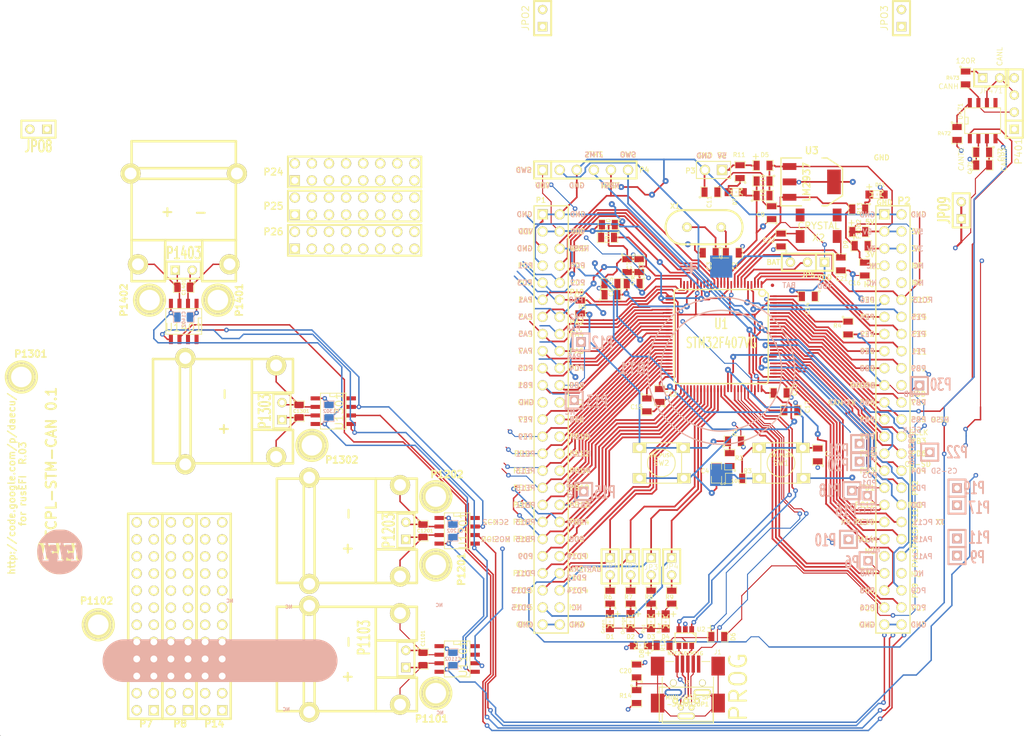
<source format=kicad_pcb>
(kicad_pcb (version 3) (host pcbnew "(2013-07-07 BZR 4022)-stable")
  (title_block (title Frankenso) (rev R.04) (company http://rusefi.com/))
  (layers (15 F.Cu signal) (2 PWR power) (1 GND power) (0 B.Cu signal) (18 B.Paste user) (19 F.Paste user) (20 B.SilkS user) (21 F.SilkS user) (22 B.Mask user) (23 F.Mask user) (28 Edge.Cuts user))
  (net 0 "")
  (net 1 /can_brd_1/3.3V)
  (net 2 /can_brd_1/5V)
  (net 3 /can_brd_1/CANH)
  (net 4 /can_brd_1/CANL)
  (net 5 /can_brd_1/CAN_RX)
  (net 6 /can_brd_1/CAN_TX)
  (net 7 /stm32f407_board/BOOT0)
  (net 8 /stm32f407_board/D+)
  (net 9 /stm32f407_board/D-)
  (net 10 /stm32f407_board/NRST)
  (net 11 /stm32f407_board/PA0)
  (net 12 /stm32f407_board/PA1)
  (net 13 /stm32f407_board/PA10)
  (net 14 /stm32f407_board/PA11)
  (net 15 /stm32f407_board/PA12)
  (net 16 /stm32f407_board/PA15)
  (net 17 /stm32f407_board/PA2)
  (net 18 /stm32f407_board/PA3)
  (net 19 /stm32f407_board/PA4)
  (net 20 /stm32f407_board/PA5)
  (net 21 /stm32f407_board/PA6)
  (net 22 /stm32f407_board/PA7)
  (net 23 /stm32f407_board/PA9)
  (net 24 /stm32f407_board/PB0)
  (net 25 /stm32f407_board/PB1)
  (net 26 /stm32f407_board/PB10)
  (net 27 /stm32f407_board/PB11)
  (net 28 /stm32f407_board/PB13)
  (net 29 /stm32f407_board/PB14)
  (net 30 /stm32f407_board/PB15)
  (net 31 /stm32f407_board/PB3)
  (net 32 /stm32f407_board/PB4)
  (net 33 /stm32f407_board/PB5)
  (net 34 /stm32f407_board/PB7)
  (net 35 /stm32f407_board/PB8)
  (net 36 /stm32f407_board/PB9)
  (net 37 /stm32f407_board/PC0)
  (net 38 /stm32f407_board/PC1)
  (net 39 /stm32f407_board/PC10)
  (net 40 /stm32f407_board/PC11)
  (net 41 /stm32f407_board/PC12)
  (net 42 /stm32f407_board/PC13)
  (net 43 /stm32f407_board/PC2)
  (net 44 /stm32f407_board/PC3)
  (net 45 /stm32f407_board/PC4)
  (net 46 /stm32f407_board/PC5)
  (net 47 /stm32f407_board/PC6)
  (net 48 /stm32f407_board/PC7)
  (net 49 /stm32f407_board/PC8)
  (net 50 /stm32f407_board/PC9)
  (net 51 /stm32f407_board/PD0)
  (net 52 /stm32f407_board/PD1)
  (net 53 /stm32f407_board/PD10)
  (net 54 /stm32f407_board/PD11)
  (net 55 /stm32f407_board/PD13)
  (net 56 /stm32f407_board/PD14)
  (net 57 /stm32f407_board/PD15)
  (net 58 /stm32f407_board/PD2)
  (net 59 /stm32f407_board/PD3)
  (net 60 /stm32f407_board/PD4)
  (net 61 /stm32f407_board/PD5)
  (net 62 /stm32f407_board/PD6)
  (net 63 /stm32f407_board/PD7)
  (net 64 /stm32f407_board/PD8)
  (net 65 /stm32f407_board/PD9)
  (net 66 /stm32f407_board/PE0)
  (net 67 /stm32f407_board/PE1)
  (net 68 /stm32f407_board/PE10)
  (net 69 /stm32f407_board/PE11)
  (net 70 /stm32f407_board/PE12)
  (net 71 /stm32f407_board/PE13)
  (net 72 /stm32f407_board/PE14)
  (net 73 /stm32f407_board/PE15)
  (net 74 /stm32f407_board/PE2)
  (net 75 /stm32f407_board/PE3)
  (net 76 /stm32f407_board/PE4)
  (net 77 /stm32f407_board/PE5)
  (net 78 /stm32f407_board/PE6)
  (net 79 /stm32f407_board/PE7)
  (net 80 /stm32f407_board/PE8)
  (net 81 /stm32f407_board/PE9)
  (net 82 /stm32f407_board/VDD)
  (net 83 /stm32f407_board/shield)
  (net 84 /thermocouple1//CS)
  (net 85 /thermocouple1/MISO)
  (net 86 /thermocouple1/SCK)
  (net 87 /thermocouple1/TCPL+)
  (net 88 /thermocouple1/TCPL-)
  (net 89 /thermocouple2//CS)
  (net 90 /thermocouple2/TCPL+)
  (net 91 /thermocouple2/TCPL-)
  (net 92 /thermocouple3//CS)
  (net 93 /thermocouple3/TCPL+)
  (net 94 /thermocouple3/TCPL-)
  (net 95 /thermocouple4//CS)
  (net 96 /thermocouple4/TCPL+)
  (net 97 /thermocouple4/TCPL-)
  (net 98 GND)
  (net 99 N-00000216)
  (net 100 N-00000217)
  (net 101 N-00000224)
  (net 102 N-00000225)
  (net 103 N-00000226)
  (net 104 N-00000228)
  (net 105 N-00000229)
  (net 106 N-00000230)
  (net 107 N-00000231)
  (net 108 N-00000232)
  (net 109 N-00000233)
  (net 110 N-00000236)
  (net 111 N-00000242)
  (net 112 N-00000243)
  (net 113 N-00000244)
  (net 114 N-00000245)
  (net 115 N-00000246)
  (net 116 N-00000247)
  (net 117 N-00000248)
  (net 118 N-00000249)
  (net 119 N-00000250)
  (net 120 N-00000255)
  (net 121 N-00000256)
  (net 122 N-00000257)
  (net 123 N-00000258)
  (net 124 N-00000259)
  (module TQFP_100 (layer F.Cu) (at 215.138 143.85036)
    (fp_text reference U1 (at 0 -1.905) (layer F.SilkS) (effects (font (size 1.524 1.016) (thickness 0.2032))))
    (fp_text value STM32F407VG (at 0.0254 0.9398) (layer F.SilkS) (effects (font (size 1.524 1.016) (thickness 0.2032))))
    (pad 100 smd rect (at 7.747 -5.9944) (size 1.016 0.254) (layers F.Cu F.Paste F.Mask) (net 82 /stm32f407_board/VDD))
    (pad 76 smd rect (at 7.747 5.9944) (size 1.016 0.254) (layers F.Cu F.Paste F.Mask) (net 89 /thermocouple2//CS))
    (pad 77 smd rect (at 7.747 5.4864) (size 1.016 0.254) (layers F.Cu F.Paste F.Mask) (net 16 /stm32f407_board/PA15))
    (pad 78 smd rect (at 7.747 5.0038) (size 1.016 0.254) (layers F.Cu F.Paste F.Mask) (net 39 /stm32f407_board/PC10))
    (pad 79 smd rect (at 7.747 4.4958) (size 1.016 0.254) (layers F.Cu F.Paste F.Mask) (net 40 /stm32f407_board/PC11))
    (pad 80 smd rect (at 7.747 3.9878) (size 1.016 0.254) (layers F.Cu F.Paste F.Mask) (net 41 /stm32f407_board/PC12))
    (pad 81 smd rect (at 7.747 3.5052) (size 1.016 0.254) (layers F.Cu F.Paste F.Mask) (net 51 /stm32f407_board/PD0))
    (pad 82 smd rect (at 7.747 2.9972) (size 1.016 0.254) (layers F.Cu F.Paste F.Mask) (net 52 /stm32f407_board/PD1))
    (pad 83 smd rect (at 7.747 2.4892) (size 1.016 0.254) (layers F.Cu F.Paste F.Mask) (net 58 /stm32f407_board/PD2))
    (pad 84 smd rect (at 7.747 2.0066) (size 1.016 0.254) (layers F.Cu F.Paste F.Mask) (net 59 /stm32f407_board/PD3))
    (pad 85 smd rect (at 7.747 1.4986) (size 1.016 0.254) (layers F.Cu F.Paste F.Mask) (net 60 /stm32f407_board/PD4))
    (pad 86 smd rect (at 7.747 0.9906) (size 1.016 0.254) (layers F.Cu F.Paste F.Mask) (net 61 /stm32f407_board/PD5))
    (pad 87 smd rect (at 7.747 0.4826) (size 1.016 0.254) (layers F.Cu F.Paste F.Mask) (net 62 /stm32f407_board/PD6))
    (pad 88 smd rect (at 7.747 0) (size 1.016 0.254) (layers F.Cu F.Paste F.Mask) (net 63 /stm32f407_board/PD7))
    (pad 89 smd rect (at 7.747 -0.508) (size 1.016 0.254) (layers F.Cu F.Paste F.Mask) (net 31 /stm32f407_board/PB3))
    (pad 90 smd rect (at 7.747 -1.016) (size 1.016 0.254) (layers F.Cu F.Paste F.Mask) (net 32 /stm32f407_board/PB4))
    (pad 91 smd rect (at 7.747 -1.4986) (size 1.016 0.254) (layers F.Cu F.Paste F.Mask) (net 33 /stm32f407_board/PB5))
    (pad 92 smd rect (at 7.747 -2.0066) (size 1.016 0.254) (layers F.Cu F.Paste F.Mask) (net 6 /can_brd_1/CAN_TX))
    (pad 93 smd rect (at 7.747 -2.5146) (size 1.016 0.254) (layers F.Cu F.Paste F.Mask) (net 34 /stm32f407_board/PB7))
    (pad 94 smd rect (at 7.747 -2.9972) (size 1.016 0.254) (layers F.Cu F.Paste F.Mask) (net 7 /stm32f407_board/BOOT0))
    (pad 95 smd rect (at 7.747 -3.5052) (size 1.016 0.254) (layers F.Cu F.Paste F.Mask) (net 35 /stm32f407_board/PB8))
    (pad 96 smd rect (at 7.747 -4.0132) (size 1.016 0.254) (layers F.Cu F.Paste F.Mask) (net 36 /stm32f407_board/PB9))
    (pad 97 smd rect (at 7.747 -4.4958) (size 1.016 0.254) (layers F.Cu F.Paste F.Mask) (net 66 /stm32f407_board/PE0))
    (pad 98 smd rect (at 7.747 -5.0038) (size 1.016 0.254) (layers F.Cu F.Paste F.Mask) (net 67 /stm32f407_board/PE1))
    (pad 99 smd rect (at 7.747 -5.5118) (size 1.016 0.254) (layers F.Cu F.Paste F.Mask) (net 98 GND))
    (pad 75 smd rect (at 5.9944 7.747) (size 0.254 1.016) (layers F.Cu F.Paste F.Mask) (net 82 /stm32f407_board/VDD))
    (pad 51 smd rect (at -5.9944 7.747) (size 0.254 1.016) (layers F.Cu F.Paste F.Mask) (net 84 /thermocouple1//CS))
    (pad 52 smd rect (at -5.4864 7.747) (size 0.254 1.016) (layers F.Cu F.Paste F.Mask) (net 28 /stm32f407_board/PB13))
    (pad 53 smd rect (at -5.0038 7.747) (size 0.254 1.016) (layers F.Cu F.Paste F.Mask) (net 29 /stm32f407_board/PB14))
    (pad 54 smd rect (at -4.4958 7.747) (size 0.254 1.016) (layers F.Cu F.Paste F.Mask) (net 30 /stm32f407_board/PB15))
    (pad 55 smd rect (at -3.9878 7.747) (size 0.254 1.016) (layers F.Cu F.Paste F.Mask) (net 64 /stm32f407_board/PD8))
    (pad 56 smd rect (at -3.5052 7.747) (size 0.254 1.016) (layers F.Cu F.Paste F.Mask) (net 65 /stm32f407_board/PD9))
    (pad 57 smd rect (at -2.9972 7.747) (size 0.254 1.016) (layers F.Cu F.Paste F.Mask) (net 53 /stm32f407_board/PD10))
    (pad 58 smd rect (at -2.4892 7.747) (size 0.254 1.016) (layers F.Cu F.Paste F.Mask) (net 54 /stm32f407_board/PD11))
    (pad 59 smd rect (at -2.0066 7.747) (size 0.254 1.016) (layers F.Cu F.Paste F.Mask) (net 5 /can_brd_1/CAN_RX))
    (pad 60 smd rect (at -1.4986 7.747) (size 0.254 1.016) (layers F.Cu F.Paste F.Mask) (net 55 /stm32f407_board/PD13))
    (pad 61 smd rect (at -0.9906 7.747) (size 0.254 1.016) (layers F.Cu F.Paste F.Mask) (net 56 /stm32f407_board/PD14))
    (pad 62 smd rect (at -0.4826 7.747) (size 0.254 1.016) (layers F.Cu F.Paste F.Mask) (net 57 /stm32f407_board/PD15))
    (pad 63 smd rect (at 0 7.747) (size 0.254 1.016) (layers F.Cu F.Paste F.Mask) (net 47 /stm32f407_board/PC6))
    (pad 64 smd rect (at 0.508 7.747) (size 0.254 1.016) (layers F.Cu F.Paste F.Mask) (net 48 /stm32f407_board/PC7))
    (pad 65 smd rect (at 1.016 7.747) (size 0.254 1.016) (layers F.Cu F.Paste F.Mask) (net 49 /stm32f407_board/PC8))
    (pad 66 smd rect (at 1.4986 7.747) (size 0.254 1.016) (layers F.Cu F.Paste F.Mask) (net 50 /stm32f407_board/PC9))
    (pad 67 smd rect (at 2.0066 7.747) (size 0.254 1.016) (layers F.Cu F.Paste F.Mask) (net 92 /thermocouple3//CS))
    (pad 68 smd rect (at 2.5146 7.747) (size 0.254 1.016) (layers F.Cu F.Paste F.Mask) (net 23 /stm32f407_board/PA9))
    (pad 69 smd rect (at 2.9972 7.747) (size 0.254 1.016) (layers F.Cu F.Paste F.Mask) (net 13 /stm32f407_board/PA10))
    (pad 70 smd rect (at 3.5052 7.747) (size 0.254 1.016) (layers F.Cu F.Paste F.Mask) (net 14 /stm32f407_board/PA11))
    (pad 71 smd rect (at 4.0132 7.747) (size 0.254 1.016) (layers F.Cu F.Paste F.Mask) (net 15 /stm32f407_board/PA12))
    (pad 72 smd rect (at 4.4958 7.747) (size 0.254 1.016) (layers F.Cu F.Paste F.Mask) (net 95 /thermocouple4//CS))
    (pad 73 smd rect (at 5.0038 7.747) (size 0.254 1.016) (layers F.Cu F.Paste F.Mask) (net 121 N-00000256))
    (pad 74 smd rect (at 5.5118 7.747) (size 0.254 1.016) (layers F.Cu F.Paste F.Mask) (net 98 GND))
    (pad 1 smd rect (at 5.9944 -7.747) (size 0.254 1.016) (layers F.Cu F.Paste F.Mask) (net 74 /stm32f407_board/PE2))
    (pad 2 smd rect (at 5.4864 -7.747) (size 0.254 1.016) (layers F.Cu F.Paste F.Mask) (net 75 /stm32f407_board/PE3))
    (pad 3 smd rect (at 5.0038 -7.747) (size 0.254 1.016) (layers F.Cu F.Paste F.Mask) (net 76 /stm32f407_board/PE4))
    (pad 4 smd rect (at 4.4958 -7.747) (size 0.254 1.016) (layers F.Cu F.Paste F.Mask) (net 77 /stm32f407_board/PE5))
    (pad 5 smd rect (at 3.9878 -7.747) (size 0.254 1.016) (layers F.Cu F.Paste F.Mask) (net 78 /stm32f407_board/PE6))
    (pad 6 smd rect (at 3.5052 -7.747) (size 0.254 1.016) (layers F.Cu F.Paste F.Mask) (net 113 N-00000244))
    (pad 7 smd rect (at 2.9972 -7.747) (size 0.254 1.016) (layers F.Cu F.Paste F.Mask) (net 42 /stm32f407_board/PC13))
    (pad 8 smd rect (at 2.4892 -7.747) (size 0.254 1.016) (layers F.Cu F.Paste F.Mask) (net 102 N-00000225))
    (pad 9 smd rect (at 2.0066 -7.747) (size 0.254 1.016) (layers F.Cu F.Paste F.Mask) (net 101 N-00000224))
    (pad 10 smd rect (at 1.4986 -7.747) (size 0.254 1.016) (layers F.Cu F.Paste F.Mask) (net 98 GND))
    (pad 11 smd rect (at 0.9906 -7.747) (size 0.254 1.016) (layers F.Cu F.Paste F.Mask) (net 82 /stm32f407_board/VDD))
    (pad 12 smd rect (at 0.4826 -7.747) (size 0.254 1.016) (layers F.Cu F.Paste F.Mask) (net 103 N-00000226))
    (pad 13 smd rect (at 0 -7.747) (size 0.254 1.016) (layers F.Cu F.Paste F.Mask) (net 120 N-00000255))
    (pad 14 smd rect (at -0.508 -7.747) (size 0.254 1.016) (layers F.Cu F.Paste F.Mask) (net 10 /stm32f407_board/NRST))
    (pad 15 smd rect (at -1.016 -7.747) (size 0.254 1.016) (layers F.Cu F.Paste F.Mask) (net 37 /stm32f407_board/PC0))
    (pad 16 smd rect (at -1.4986 -7.747) (size 0.254 1.016) (layers F.Cu F.Paste F.Mask) (net 38 /stm32f407_board/PC1))
    (pad 17 smd rect (at -2.0066 -7.747) (size 0.254 1.016) (layers F.Cu F.Paste F.Mask) (net 43 /stm32f407_board/PC2))
    (pad 18 smd rect (at -2.5146 -7.747) (size 0.254 1.016) (layers F.Cu F.Paste F.Mask) (net 44 /stm32f407_board/PC3))
    (pad 19 smd rect (at -2.9972 -7.747) (size 0.254 1.016) (layers F.Cu F.Paste F.Mask) (net 82 /stm32f407_board/VDD))
    (pad 20 smd rect (at -3.5052 -7.747) (size 0.254 1.016) (layers F.Cu F.Paste F.Mask) (net 98 GND))
    (pad 21 smd rect (at -4.0132 -7.747) (size 0.254 1.016) (layers F.Cu F.Paste F.Mask) (net 119 N-00000250))
    (pad 22 smd rect (at -4.4958 -7.747) (size 0.254 1.016) (layers F.Cu F.Paste F.Mask) (net 124 N-00000259))
    (pad 23 smd rect (at -5.0038 -7.747) (size 0.254 1.016) (layers F.Cu F.Paste F.Mask) (net 11 /stm32f407_board/PA0))
    (pad 24 smd rect (at -5.5118 -7.747) (size 0.254 1.016) (layers F.Cu F.Paste F.Mask) (net 12 /stm32f407_board/PA1))
    (pad 25 smd rect (at -5.9944 -7.747) (size 0.254 1.016) (layers F.Cu F.Paste F.Mask) (net 17 /stm32f407_board/PA2))
    (pad 26 smd rect (at -7.747 -5.9944) (size 1.016 0.254) (layers F.Cu F.Paste F.Mask) (net 18 /stm32f407_board/PA3))
    (pad 27 smd rect (at -7.747 -5.4864) (size 1.016 0.254) (layers F.Cu F.Paste F.Mask) (net 98 GND))
    (pad 28 smd rect (at -7.747 -5.0038) (size 1.016 0.254) (layers F.Cu F.Paste F.Mask) (net 82 /stm32f407_board/VDD))
    (pad 29 smd rect (at -7.747 -4.4958) (size 1.016 0.254) (layers F.Cu F.Paste F.Mask) (net 19 /stm32f407_board/PA4))
    (pad 30 smd rect (at -7.747 -3.9878) (size 1.016 0.254) (layers F.Cu F.Paste F.Mask) (net 20 /stm32f407_board/PA5))
    (pad 31 smd rect (at -7.747 -3.5052) (size 1.016 0.254) (layers F.Cu F.Paste F.Mask) (net 21 /stm32f407_board/PA6))
    (pad 32 smd rect (at -7.747 -2.9972) (size 1.016 0.254) (layers F.Cu F.Paste F.Mask) (net 22 /stm32f407_board/PA7))
    (pad 33 smd rect (at -7.747 -2.4892) (size 1.016 0.254) (layers F.Cu F.Paste F.Mask) (net 45 /stm32f407_board/PC4))
    (pad 34 smd rect (at -7.747 -2.0066) (size 1.016 0.254) (layers F.Cu F.Paste F.Mask) (net 46 /stm32f407_board/PC5))
    (pad 35 smd rect (at -7.747 -1.4986) (size 1.016 0.254) (layers F.Cu F.Paste F.Mask) (net 24 /stm32f407_board/PB0))
    (pad 36 smd rect (at -7.747 -0.9906) (size 1.016 0.254) (layers F.Cu F.Paste F.Mask) (net 25 /stm32f407_board/PB1))
    (pad 37 smd rect (at -7.747 -0.4826) (size 1.016 0.254) (layers F.Cu F.Paste F.Mask) (net 98 GND))
    (pad 38 smd rect (at -7.747 0) (size 1.016 0.254) (layers F.Cu F.Paste F.Mask) (net 79 /stm32f407_board/PE7))
    (pad 39 smd rect (at -7.747 0.508) (size 1.016 0.254) (layers F.Cu F.Paste F.Mask) (net 80 /stm32f407_board/PE8))
    (pad 40 smd rect (at -7.747 1.016) (size 1.016 0.254) (layers F.Cu F.Paste F.Mask) (net 81 /stm32f407_board/PE9))
    (pad 41 smd rect (at -7.747 1.4986) (size 1.016 0.254) (layers F.Cu F.Paste F.Mask) (net 68 /stm32f407_board/PE10))
    (pad 42 smd rect (at -7.747 2.0066) (size 1.016 0.254) (layers F.Cu F.Paste F.Mask) (net 69 /stm32f407_board/PE11))
    (pad 43 smd rect (at -7.747 2.5146) (size 1.016 0.254) (layers F.Cu F.Paste F.Mask) (net 70 /stm32f407_board/PE12))
    (pad 44 smd rect (at -7.747 2.9972) (size 1.016 0.254) (layers F.Cu F.Paste F.Mask) (net 71 /stm32f407_board/PE13))
    (pad 45 smd rect (at -7.747 3.5052) (size 1.016 0.254) (layers F.Cu F.Paste F.Mask) (net 72 /stm32f407_board/PE14))
    (pad 46 smd rect (at -7.747 4.0132) (size 1.016 0.254) (layers F.Cu F.Paste F.Mask) (net 73 /stm32f407_board/PE15))
    (pad 47 smd rect (at -7.747 4.4958) (size 1.016 0.254) (layers F.Cu F.Paste F.Mask) (net 26 /stm32f407_board/PB10))
    (pad 48 smd rect (at -7.747 5.0038) (size 1.016 0.254) (layers F.Cu F.Paste F.Mask) (net 27 /stm32f407_board/PB11))
    (pad 49 smd rect (at -7.747 5.5118) (size 1.016 0.254) (layers F.Cu F.Paste F.Mask) (net 122 N-00000257))
    (pad 50 smd rect (at -7.747 5.9944) (size 1.016 0.254) (layers F.Cu F.Paste F.Mask) (net 82 /stm32f407_board/VDD))
    (pad NC1 smd circle (at 7.62 -7.62) (size 0.508 0.508) (layers F.Cu F.Mask))
  )
  (module SIL-2 (layer F.Cu) (at 188.595 96.52 90)
    (fp_text reference JPO2 (at 0 -2.54 90) (layer F.SilkS) (effects (font (size 1.016 1.016) (thickness 0.127))))
    (fp_text value TEST-gnd hide)
    (pad 1 thru_hole rect (at -1.27 0 90) (size 1.397 1.397) (drill 0.8128) (layers *.Cu *.Mask F.SilkS) (net 98 GND))
    (pad 2 thru_hole circle (at 1.27 0 90) (size 1.397 1.397) (drill 0.8128) (layers *.Cu *.Mask F.SilkS) (net 98 GND))
  )
  (module SIL-2 (layer F.Cu) (at 241.935 96.52 90)
    (fp_text reference JPO3 (at 0 -2.54 90) (layer F.SilkS) (effects (font (size 1.016 1.016) (thickness 0.127))))
    (fp_text value TEST-gnd hide)
    (pad 1 thru_hole rect (at -1.27 0 90) (size 1.397 1.397) (drill 0.8128) (layers *.Cu *.Mask F.SilkS) (net 98 GND))
    (pad 2 thru_hole circle (at 1.27 0 90) (size 1.397 1.397) (drill 0.8128) (layers *.Cu *.Mask F.SilkS) (net 98 GND))
  )
  (module BATT_CR2032_MPD (layer B.Cu) (at 215.138 148.93036 90)
    (fp_text reference BT1 (at 0.34036 -13.208 360) (layer B.SilkS) (effects (font (size 1.524 1.524) (thickness 0.3048)) (justify mirror)))
    (fp_text value BATTERY_CR2032 hide)
    (pad 1 smd rect (at 15.485 0 90) (size 3.29 3.29) (layers B.Cu B.Paste B.Mask) (net 112 N-00000243))
    (pad 2 smd rect (at -15.485 0 90) (size 3.29 3.29) (layers B.Cu B.Paste B.Mask) (net 98 GND))
  )
  (module SM0805 (layer F.Cu) (at 229.489 161.43986 90)
    (fp_text reference C1 (at 0.14986 1.651 180) (layer F.SilkS) (effects (font (size 0.635 0.635) (thickness 0.10922))))
    (fp_text value 0.01uF hide)
    (pad 1 smd rect (at -0.9525 0 90) (size 0.889 1.397) (layers F.Cu F.Paste F.Mask) (net 98 GND))
    (pad 2 smd rect (at 0.9525 0 90) (size 0.889 1.397) (layers F.Cu F.Paste F.Mask) (net 10 /stm32f407_board/NRST))
  )
  (module SM0805 (layer F.Cu) (at 216.789 131.40436)
    (fp_text reference C2 (at 0.381 1.94564 90) (layer F.SilkS) (effects (font (size 0.635 0.635) (thickness 0.10922))))
    (fp_text value 20pF hide)
    (pad 1 smd rect (at -0.9525 0) (size 0.889 1.397) (layers F.Cu F.Paste F.Mask) (net 103 N-00000226))
    (pad 2 smd rect (at 0.9525 0) (size 0.889 1.397) (layers F.Cu F.Paste F.Mask) (net 98 GND))
  )
  (module SM0805 (layer F.Cu) (at 213.36 131.40436 180)
    (fp_text reference C3 (at 0 -1.94564 270) (layer F.SilkS) (effects (font (size 0.635 0.635) (thickness 0.10922))))
    (fp_text value 20pF hide)
    (pad 1 smd rect (at -0.9525 0 180) (size 0.889 1.397) (layers F.Cu F.Paste F.Mask) (net 120 N-00000255))
    (pad 2 smd rect (at 0.9525 0 180) (size 0.889 1.397) (layers F.Cu F.Paste F.Mask) (net 98 GND))
  )
  (module SM0805 (layer F.Cu) (at 214.4395 164.10686 90)
    (fp_text reference C4 (at 0.27686 -1.7145 360) (layer F.SilkS) (effects (font (size 0.635 0.635) (thickness 0.10922))))
    (fp_text value 2u2F hide)
    (pad 1 smd rect (at -0.9525 0 90) (size 0.889 1.397) (layers F.Cu F.Paste F.Mask) (net 82 /stm32f407_board/VDD))
    (pad 2 smd rect (at 0.9525 0 90) (size 0.889 1.397) (layers F.Cu F.Paste F.Mask) (net 123 N-00000258))
  )
  (module SM0805 (layer F.Cu) (at 198.755 135.97636)
    (fp_text reference C5 (at 0 -0.3175 90) (layer F.SilkS) (effects (font (size 0.635 0.635) (thickness 0.10922))))
    (fp_text value 0.01uF hide)
    (pad 1 smd rect (at -0.9525 0) (size 0.889 1.397) (layers F.Cu F.Paste F.Mask) (net 98 GND))
    (pad 2 smd rect (at 0.9525 0) (size 0.889 1.397) (layers F.Cu F.Paste F.Mask) (net 119 N-00000250))
  )
  (module SM0805 (layer F.Cu) (at 198.755 137.62736)
    (fp_text reference C6 (at 0 -0.3175 90) (layer F.SilkS) (effects (font (size 0.635 0.635) (thickness 0.10922))))
    (fp_text value 1uF hide)
    (pad 1 smd rect (at -0.9525 0) (size 0.889 1.397) (layers F.Cu F.Paste F.Mask) (net 98 GND))
    (pad 2 smd rect (at 0.9525 0) (size 0.889 1.397) (layers F.Cu F.Paste F.Mask) (net 119 N-00000250))
  )
  (module SM0805 (layer F.Cu) (at 201.168 133.30936 270)
    (fp_text reference C7 (at 0 -0.3175 270) (layer F.SilkS) (effects (font (size 0.635 0.635) (thickness 0.10922))))
    (fp_text value 1uF hide)
    (pad 1 smd rect (at -0.9525 0 270) (size 0.889 1.397) (layers F.Cu F.Paste F.Mask) (net 98 GND))
    (pad 2 smd rect (at 0.9525 0 270) (size 0.889 1.397) (layers F.Cu F.Paste F.Mask) (net 124 N-00000259))
  )
  (module SM0805 (layer F.Cu) (at 202.946 133.30936 270)
    (fp_text reference C8 (at 0 -0.3175 270) (layer F.SilkS) (effects (font (size 0.635 0.635) (thickness 0.10922))))
    (fp_text value 0.01uF hide)
    (pad 1 smd rect (at -0.9525 0 270) (size 0.889 1.397) (layers F.Cu F.Paste F.Mask) (net 98 GND))
    (pad 2 smd rect (at 0.9525 0 270) (size 0.889 1.397) (layers F.Cu F.Paste F.Mask) (net 124 N-00000259))
  )
  (module SM0805 (layer F.Cu) (at 222.631 125.43536 90)
    (fp_text reference C9 (at -0.29464 -1.651 360) (layer F.SilkS) (effects (font (size 0.635 0.635) (thickness 0.10922))))
    (fp_text value 0.1uF hide)
    (pad 1 smd rect (at -0.9525 0 90) (size 0.889 1.397) (layers F.Cu F.Paste F.Mask) (net 98 GND))
    (pad 2 smd rect (at 0.9525 0 90) (size 0.889 1.397) (layers F.Cu F.Paste F.Mask) (net 82 /stm32f407_board/VDD))
  )
  (module SM0805 (layer F.Cu) (at 198.374 127.21336 180)
    (fp_text reference C10 (at 0 0 270) (layer F.SilkS) (effects (font (size 0.635 0.635) (thickness 0.10922))))
    (fp_text value 0.1uF hide)
    (pad 1 smd rect (at -0.9525 0 180) (size 0.889 1.397) (layers F.Cu F.Paste F.Mask) (net 98 GND))
    (pad 2 smd rect (at 0.9525 0 180) (size 0.889 1.397) (layers F.Cu F.Paste F.Mask) (net 82 /stm32f407_board/VDD))
  )
  (module SM0805 (layer F.Cu) (at 213.614 122.38736)
    (fp_text reference C11 (at -0.254 1.43764 90) (layer F.SilkS) (effects (font (size 0.635 0.635) (thickness 0.10922))))
    (fp_text value 0.1uF hide)
    (pad 1 smd rect (at -0.9525 0) (size 0.889 1.397) (layers F.Cu F.Paste F.Mask) (net 98 GND))
    (pad 2 smd rect (at 0.9525 0) (size 0.889 1.397) (layers F.Cu F.Paste F.Mask) (net 82 /stm32f407_board/VDD))
  )
  (module SM0805 (layer F.Cu) (at 205.994 152.61336 90)
    (fp_text reference C12 (at 0.21336 1.651 360) (layer F.SilkS) (effects (font (size 0.635 0.635) (thickness 0.10922))))
    (fp_text value 0.1uF hide)
    (pad 1 smd rect (at -0.9525 0 90) (size 0.889 1.397) (layers F.Cu F.Paste F.Mask) (net 98 GND))
    (pad 2 smd rect (at 0.9525 0 90) (size 0.889 1.397) (layers F.Cu F.Paste F.Mask) (net 82 /stm32f407_board/VDD))
  )
  (module SM0805 (layer F.Cu) (at 223.901 152.23236 180)
    (fp_text reference C13 (at -2.159 0.46736 270) (layer F.SilkS) (effects (font (size 0.635 0.635) (thickness 0.10922))))
    (fp_text value 0.1uF hide)
    (pad 1 smd rect (at -0.9525 0 180) (size 0.889 1.397) (layers F.Cu F.Paste F.Mask) (net 98 GND))
    (pad 2 smd rect (at 0.9525 0 180) (size 0.889 1.397) (layers F.Cu F.Paste F.Mask) (net 82 /stm32f407_board/VDD))
  )
  (module SM0805 (layer F.Cu) (at 228.092 137.88136 180)
    (fp_text reference C14 (at 0.127 -1.81864 270) (layer F.SilkS) (effects (font (size 0.635 0.635) (thickness 0.10922))))
    (fp_text value 0.1uF hide)
    (pad 1 smd rect (at -0.9525 0 180) (size 0.889 1.397) (layers F.Cu F.Paste F.Mask) (net 98 GND))
    (pad 2 smd rect (at 0.9525 0 180) (size 0.889 1.397) (layers F.Cu F.Paste F.Mask) (net 82 /stm32f407_board/VDD))
  )
  (module SM0805 (layer F.Cu) (at 204.089 154.01036 270)
    (fp_text reference C15 (at 0.29464 1.524 360) (layer F.SilkS) (effects (font (size 0.635 0.635) (thickness 0.10922))))
    (fp_text value 2u2F hide)
    (pad 1 smd rect (at -0.9525 0 270) (size 0.889 1.397) (layers F.Cu F.Paste F.Mask) (net 122 N-00000257))
    (pad 2 smd rect (at 0.9525 0 270) (size 0.889 1.397) (layers F.Cu F.Paste F.Mask) (net 98 GND))
  )
  (module SM0805 (layer F.Cu) (at 236.474 133.81736 90)
    (fp_text reference C16 (at -2.07264 -1.524 360) (layer F.SilkS) (effects (font (size 0.635 0.635) (thickness 0.10922))))
    (fp_text value 1uF hide)
    (pad 1 smd rect (at -0.9525 0 90) (size 0.889 1.397) (layers F.Cu F.Paste F.Mask) (net 98 GND))
    (pad 2 smd rect (at 0.9525 0 90) (size 0.889 1.397) (layers F.Cu F.Paste F.Mask) (net 82 /stm32f407_board/VDD))
  )
  (module SM0805 (layer F.Cu) (at 225.4885 154.83586)
    (fp_text reference C17 (at 2.4765 -0.53086 90) (layer F.SilkS) (effects (font (size 0.635 0.635) (thickness 0.10922))))
    (fp_text value 2u2F hide)
    (pad 1 smd rect (at -0.9525 0) (size 0.889 1.397) (layers F.Cu F.Paste F.Mask) (net 121 N-00000256))
    (pad 2 smd rect (at 0.9525 0) (size 0.889 1.397) (layers F.Cu F.Paste F.Mask) (net 98 GND))
  )
  (module SM0805 (layer F.Cu) (at 221.361 122.89536)
    (fp_text reference C18 (at 0 -0.0508 90) (layer F.SilkS) (effects (font (size 0.635 0.635) (thickness 0.10922))))
    (fp_text value 0.1uF hide)
    (pad 1 smd rect (at -0.9525 0) (size 0.889 1.397) (layers F.Cu F.Paste F.Mask) (net 98 GND))
    (pad 2 smd rect (at 0.9525 0) (size 0.889 1.397) (layers F.Cu F.Paste F.Mask) (net 2 /can_brd_1/5V))
  )
  (module SM0805 (layer F.Cu) (at 221.361 120.73636 180)
    (fp_text reference C19 (at 0 0.0762 270) (layer F.SilkS) (effects (font (size 0.635 0.635) (thickness 0.10922))))
    (fp_text value 4.7uF hide)
    (pad 1 smd rect (at -0.9525 0 180) (size 0.889 1.397) (layers F.Cu F.Paste F.Mask) (net 2 /can_brd_1/5V))
    (pad 2 smd rect (at 0.9525 0 180) (size 0.889 1.397) (layers F.Cu F.Paste F.Mask) (net 98 GND))
  )
  (module LED-0805_A (layer F.Cu) (at 217.297 122.38736)
    (fp_text reference D7 (at -0.127 1.43764 90) (layer F.SilkS) (effects (font (size 0.50038 0.50038) (thickness 0.1143))))
    (fp_text value LED-grn hide)
    (pad 1 smd rect (at -1.04902 0) (size 1.19888 1.19888) (layers F.Cu F.Paste F.Mask) (net 107 N-00000231))
    (pad 2 smd rect (at 1.04902 0) (size 1.19888 1.19888) (layers F.Cu F.Paste F.Mask) (net 98 GND))
  )
  (module SM0805 (layer F.Cu) (at 198.247 129.11836 180)
    (fp_text reference FB1 (at 0 0 270) (layer F.SilkS) (effects (font (size 0.635 0.635) (thickness 0.10922))))
    (fp_text value FILTER hide)
    (pad 1 smd rect (at -0.9525 0 180) (size 0.889 1.397) (layers F.Cu F.Paste F.Mask) (net 124 N-00000259))
    (pad 2 smd rect (at 0.9525 0 180) (size 0.889 1.397) (layers F.Cu F.Paste F.Mask) (net 82 /stm32f407_board/VDD))
  )
  (module JUMPER-2 (layer F.Cu) (at 198.628 178.01336 270)
    (fp_text reference JP1 (at 0 -0.127 360) (layer F.SilkS) (effects (font (size 0.762 0.762) (thickness 0.0762))))
    (fp_text value JUMPER hide)
    (pad 1 thru_hole rect (at -1.27 0 270) (size 1.397 1.397) (drill 0.8128) (layers *.Cu *.Mask F.SilkS) (net 5 /can_brd_1/CAN_RX))
    (pad 2 thru_hole circle (at 1.27 0 270) (size 1.397 1.397) (drill 0.8128) (layers *.Cu *.Mask F.SilkS) (net 117 N-00000248))
  )
  (module JUMPER-2 (layer F.Cu) (at 201.676 178.01336 270)
    (fp_text reference JP2 (at 0 0 360) (layer F.SilkS) (effects (font (size 0.762 0.762) (thickness 0.0762))))
    (fp_text value JUMPER hide)
    (pad 1 thru_hole rect (at -1.27 0 270) (size 1.397 1.397) (drill 0.8128) (layers *.Cu *.Mask F.SilkS) (net 55 /stm32f407_board/PD13))
    (pad 2 thru_hole circle (at 1.27 0 270) (size 1.397 1.397) (drill 0.8128) (layers *.Cu *.Mask F.SilkS) (net 116 N-00000247))
  )
  (module JUMPER-2 (layer F.Cu) (at 204.724 178.01336 270)
    (fp_text reference JP3 (at 0.127 0 360) (layer F.SilkS) (effects (font (size 0.762 0.762) (thickness 0.0762))))
    (fp_text value JUMPER hide)
    (pad 1 thru_hole rect (at -1.27 0 270) (size 1.397 1.397) (drill 0.8128) (layers *.Cu *.Mask F.SilkS) (net 56 /stm32f407_board/PD14))
    (pad 2 thru_hole circle (at 1.27 0 270) (size 1.397 1.397) (drill 0.8128) (layers *.Cu *.Mask F.SilkS) (net 115 N-00000246))
  )
  (module JUMPER-2 (layer F.Cu) (at 207.772 178.01336 270)
    (fp_text reference JP4 (at 0 0 360) (layer F.SilkS) (effects (font (size 0.762 0.762) (thickness 0.0762))))
    (fp_text value JUMPER hide)
    (pad 1 thru_hole rect (at -1.27 0 270) (size 1.397 1.397) (drill 0.8128) (layers *.Cu *.Mask F.SilkS) (net 57 /stm32f407_board/PD15))
    (pad 2 thru_hole circle (at 1.27 0 270) (size 1.397 1.397) (drill 0.8128) (layers *.Cu *.Mask F.SilkS) (net 114 N-00000245))
  )
  (module SIL-3 (layer F.Cu) (at 227.965 132.80136 180)
    (fp_text reference JP5 (at -0.127 -1.905 180) (layer F.SilkS) (effects (font (size 0.762 0.762) (thickness 0.1524))))
    (fp_text value JUMPER3 hide)
    (pad 1 thru_hole rect (at -2.54 0 180) (size 1.397 1.397) (drill 0.8128) (layers *.Cu *.Mask F.SilkS) (net 82 /stm32f407_board/VDD))
    (pad 2 thru_hole circle (at 0 0 180) (size 1.397 1.397) (drill 0.8128) (layers *.Cu *.Mask F.SilkS) (net 113 N-00000244))
    (pad 3 thru_hole circle (at 2.54 0 180) (size 1.397 1.397) (drill 0.8128) (layers *.Cu *.Mask F.SilkS) (net 112 N-00000243))
  )
  (module PIN_ARRAY_25x2_A (layer F.Cu) (at 189.865 156.16936 270)
    (fp_text reference P1 (at -32.59836 1.524 360) (layer F.SilkS) (effects (font (size 0.762 0.762) (thickness 0.1524))))
    (fp_text value CONN_25X2 hide)
    (pad 1 thru_hole rect (at -30.48 1.27 270) (size 1.524 1.524) (drill 1.016) (layers *.Cu *.Mask F.SilkS) (net 98 GND))
    (pad 2 thru_hole circle (at -30.48 -1.27 270) (size 1.524 1.524) (drill 1.016) (layers *.Cu *.Mask F.SilkS) (net 98 GND))
    (pad 3 thru_hole circle (at -27.94 1.27 270) (size 1.524 1.524) (drill 1.016) (layers *.Cu *.Mask F.SilkS) (net 82 /stm32f407_board/VDD))
    (pad 4 thru_hole circle (at -27.94 -1.27 270) (size 1.524 1.524) (drill 1.016) (layers *.Cu *.Mask F.SilkS) (net 82 /stm32f407_board/VDD))
    (pad 5 thru_hole circle (at -25.4 1.27 270) (size 1.524 1.524) (drill 1.016) (layers *.Cu *.Mask F.SilkS) (net 98 GND))
    (pad 6 thru_hole circle (at -25.4 -1.27 270) (size 1.524 1.524) (drill 1.016) (layers *.Cu *.Mask F.SilkS) (net 10 /stm32f407_board/NRST))
    (pad 7 thru_hole circle (at -22.86 1.27 270) (size 1.524 1.524) (drill 1.016) (layers *.Cu *.Mask F.SilkS) (net 38 /stm32f407_board/PC1))
    (pad 8 thru_hole circle (at -22.86 -1.27 270) (size 1.524 1.524) (drill 1.016) (layers *.Cu *.Mask F.SilkS) (net 37 /stm32f407_board/PC0))
    (pad 9 thru_hole circle (at -20.32 1.27 270) (size 1.524 1.524) (drill 1.016) (layers *.Cu *.Mask F.SilkS) (net 44 /stm32f407_board/PC3))
    (pad 10 thru_hole circle (at -20.32 -1.27 270) (size 1.524 1.524) (drill 1.016) (layers *.Cu *.Mask F.SilkS) (net 43 /stm32f407_board/PC2))
    (pad 11 thru_hole circle (at -17.78 1.27 270) (size 1.524 1.524) (drill 1.016) (layers *.Cu *.Mask F.SilkS) (net 12 /stm32f407_board/PA1))
    (pad 12 thru_hole circle (at -17.78 -1.27 270) (size 1.524 1.524) (drill 1.016) (layers *.Cu *.Mask F.SilkS) (net 11 /stm32f407_board/PA0))
    (pad 13 thru_hole circle (at -15.24 1.27 270) (size 1.524 1.524) (drill 1.016) (layers *.Cu *.Mask F.SilkS) (net 18 /stm32f407_board/PA3))
    (pad 14 thru_hole circle (at -15.24 -1.27 270) (size 1.524 1.524) (drill 1.016) (layers *.Cu *.Mask F.SilkS) (net 17 /stm32f407_board/PA2))
    (pad 15 thru_hole circle (at -12.7 1.27 270) (size 1.524 1.524) (drill 1.016) (layers *.Cu *.Mask F.SilkS) (net 20 /stm32f407_board/PA5))
    (pad 16 thru_hole circle (at -12.7 -1.27 270) (size 1.524 1.524) (drill 1.016) (layers *.Cu *.Mask F.SilkS) (net 19 /stm32f407_board/PA4))
    (pad 17 thru_hole circle (at -10.16 1.27 270) (size 1.524 1.524) (drill 1.016) (layers *.Cu *.Mask F.SilkS) (net 22 /stm32f407_board/PA7))
    (pad 18 thru_hole circle (at -10.16 -1.27 270) (size 1.524 1.524) (drill 1.016) (layers *.Cu *.Mask F.SilkS) (net 21 /stm32f407_board/PA6))
    (pad 19 thru_hole circle (at -7.62 1.27 270) (size 1.524 1.524) (drill 1.016) (layers *.Cu *.Mask F.SilkS) (net 46 /stm32f407_board/PC5))
    (pad 20 thru_hole circle (at -7.62 -1.27 270) (size 1.524 1.524) (drill 1.016) (layers *.Cu *.Mask F.SilkS) (net 45 /stm32f407_board/PC4))
    (pad 21 thru_hole circle (at -5.08 1.27 270) (size 1.524 1.524) (drill 1.016) (layers *.Cu *.Mask F.SilkS) (net 25 /stm32f407_board/PB1))
    (pad 22 thru_hole circle (at -5.08 -1.27 270) (size 1.524 1.524) (drill 1.016) (layers *.Cu *.Mask F.SilkS) (net 24 /stm32f407_board/PB0))
    (pad 23 thru_hole circle (at -2.54 1.27 270) (size 1.524 1.524) (drill 1.016) (layers *.Cu *.Mask F.SilkS) (net 98 GND))
    (pad 24 thru_hole circle (at -2.54 -1.27 270) (size 1.524 1.524) (drill 1.016) (layers *.Cu *.Mask F.SilkS))
    (pad 25 thru_hole circle (at 0 1.27 270) (size 1.524 1.524) (drill 1.016) (layers *.Cu *.Mask F.SilkS) (net 79 /stm32f407_board/PE7))
    (pad 26 thru_hole circle (at 0 -1.27 270) (size 1.524 1.524) (drill 1.016) (layers *.Cu *.Mask F.SilkS) (net 80 /stm32f407_board/PE8))
    (pad 27 thru_hole circle (at 2.54 1.27 270) (size 1.524 1.524) (drill 1.016) (layers *.Cu *.Mask F.SilkS) (net 81 /stm32f407_board/PE9))
    (pad 28 thru_hole circle (at 2.54 -1.27 270) (size 1.524 1.524) (drill 1.016) (layers *.Cu *.Mask F.SilkS) (net 68 /stm32f407_board/PE10))
    (pad 29 thru_hole circle (at 5.08 1.27 270) (size 1.524 1.524) (drill 1.016) (layers *.Cu *.Mask F.SilkS) (net 69 /stm32f407_board/PE11))
    (pad 30 thru_hole circle (at 5.08 -1.27 270) (size 1.524 1.524) (drill 1.016) (layers *.Cu *.Mask F.SilkS) (net 70 /stm32f407_board/PE12))
    (pad 31 thru_hole circle (at 7.62 1.27 270) (size 1.524 1.524) (drill 1.016) (layers *.Cu *.Mask F.SilkS) (net 71 /stm32f407_board/PE13))
    (pad 32 thru_hole circle (at 7.62 -1.27 270) (size 1.524 1.524) (drill 1.016) (layers *.Cu *.Mask F.SilkS) (net 72 /stm32f407_board/PE14))
    (pad 33 thru_hole circle (at 10.16 1.27 270) (size 1.524 1.524) (drill 1.016) (layers *.Cu *.Mask F.SilkS) (net 73 /stm32f407_board/PE15))
    (pad 34 thru_hole circle (at 10.16 -1.27 270) (size 1.524 1.524) (drill 1.016) (layers *.Cu *.Mask F.SilkS) (net 26 /stm32f407_board/PB10))
    (pad 35 thru_hole circle (at 12.7 1.27 270) (size 1.524 1.524) (drill 1.016) (layers *.Cu *.Mask F.SilkS) (net 27 /stm32f407_board/PB11))
    (pad 36 thru_hole circle (at 12.7 -1.27 270) (size 1.524 1.524) (drill 1.016) (layers *.Cu *.Mask F.SilkS) (net 84 /thermocouple1//CS))
    (pad 37 thru_hole circle (at 15.24 1.27 270) (size 1.524 1.524) (drill 1.016) (layers *.Cu *.Mask F.SilkS) (net 28 /stm32f407_board/PB13))
    (pad 38 thru_hole circle (at 15.24 -1.27 270) (size 1.524 1.524) (drill 1.016) (layers *.Cu *.Mask F.SilkS) (net 29 /stm32f407_board/PB14))
    (pad 39 thru_hole circle (at 17.78 1.27 270) (size 1.524 1.524) (drill 1.016) (layers *.Cu *.Mask F.SilkS) (net 30 /stm32f407_board/PB15))
    (pad 40 thru_hole circle (at 17.78 -1.27 270) (size 1.524 1.524) (drill 1.016) (layers *.Cu *.Mask F.SilkS) (net 64 /stm32f407_board/PD8))
    (pad 41 thru_hole circle (at 20.32 1.27 270) (size 1.524 1.524) (drill 1.016) (layers *.Cu *.Mask F.SilkS) (net 65 /stm32f407_board/PD9))
    (pad 42 thru_hole circle (at 20.32 -1.27 270) (size 1.524 1.524) (drill 1.016) (layers *.Cu *.Mask F.SilkS) (net 53 /stm32f407_board/PD10))
    (pad 43 thru_hole circle (at 22.86 1.27 270) (size 1.524 1.524) (drill 1.016) (layers *.Cu *.Mask F.SilkS) (net 54 /stm32f407_board/PD11))
    (pad 44 thru_hole circle (at 22.86 -1.27 270) (size 1.524 1.524) (drill 1.016) (layers *.Cu *.Mask F.SilkS) (net 5 /can_brd_1/CAN_RX))
    (pad 45 thru_hole circle (at 25.4 1.27 270) (size 1.524 1.524) (drill 1.016) (layers *.Cu *.Mask F.SilkS) (net 55 /stm32f407_board/PD13))
    (pad 46 thru_hole circle (at 25.4 -1.27 270) (size 1.524 1.524) (drill 1.016) (layers *.Cu *.Mask F.SilkS) (net 56 /stm32f407_board/PD14))
    (pad 47 thru_hole circle (at 27.94 1.27 270) (size 1.524 1.524) (drill 1.016) (layers *.Cu *.Mask F.SilkS) (net 57 /stm32f407_board/PD15))
    (pad 48 thru_hole circle (at 27.94 -1.27 270) (size 1.524 1.524) (drill 1.016) (layers *.Cu *.Mask F.SilkS))
    (pad 49 thru_hole circle (at 30.48 1.27 270) (size 1.524 1.524) (drill 1.016) (layers *.Cu *.Mask F.SilkS) (net 98 GND))
    (pad 50 thru_hole circle (at 30.48 -1.27 270) (size 1.524 1.524) (drill 1.016) (layers *.Cu *.Mask F.SilkS) (net 98 GND))
  )
  (module PIN_ARRAY_25x2_A (layer F.Cu) (at 240.665 156.16936 270)
    (fp_text reference P2 (at -32.47136 -1.651 360) (layer F.SilkS) (effects (font (size 1.016 1.016) (thickness 0.2032))))
    (fp_text value CONN_25X2 hide)
    (pad 1 thru_hole rect (at -30.48 1.27 270) (size 1.524 1.524) (drill 1.016) (layers *.Cu *.Mask F.SilkS) (net 98 GND))
    (pad 2 thru_hole circle (at -30.48 -1.27 270) (size 1.524 1.524) (drill 1.016) (layers *.Cu *.Mask F.SilkS) (net 98 GND))
    (pad 3 thru_hole circle (at -27.94 1.27 270) (size 1.524 1.524) (drill 1.016) (layers *.Cu *.Mask F.SilkS) (net 2 /can_brd_1/5V))
    (pad 4 thru_hole circle (at -27.94 -1.27 270) (size 1.524 1.524) (drill 1.016) (layers *.Cu *.Mask F.SilkS) (net 2 /can_brd_1/5V))
    (pad 5 thru_hole circle (at -25.4 1.27 270) (size 1.524 1.524) (drill 1.016) (layers *.Cu *.Mask F.SilkS) (net 1 /can_brd_1/3.3V))
    (pad 6 thru_hole circle (at -25.4 -1.27 270) (size 1.524 1.524) (drill 1.016) (layers *.Cu *.Mask F.SilkS) (net 1 /can_brd_1/3.3V))
    (pad 7 thru_hole circle (at -22.86 1.27 270) (size 1.524 1.524) (drill 1.016) (layers *.Cu *.Mask F.SilkS))
    (pad 8 thru_hole circle (at -22.86 -1.27 270) (size 1.524 1.524) (drill 1.016) (layers *.Cu *.Mask F.SilkS))
    (pad 9 thru_hole circle (at -20.32 1.27 270) (size 1.524 1.524) (drill 1.016) (layers *.Cu *.Mask F.SilkS))
    (pad 10 thru_hole circle (at -20.32 -1.27 270) (size 1.524 1.524) (drill 1.016) (layers *.Cu *.Mask F.SilkS))
    (pad 11 thru_hole circle (at -17.78 1.27 270) (size 1.524 1.524) (drill 1.016) (layers *.Cu *.Mask F.SilkS) (net 78 /stm32f407_board/PE6))
    (pad 12 thru_hole circle (at -17.78 -1.27 270) (size 1.524 1.524) (drill 1.016) (layers *.Cu *.Mask F.SilkS) (net 42 /stm32f407_board/PC13))
    (pad 13 thru_hole circle (at -15.24 1.27 270) (size 1.524 1.524) (drill 1.016) (layers *.Cu *.Mask F.SilkS) (net 76 /stm32f407_board/PE4))
    (pad 14 thru_hole circle (at -15.24 -1.27 270) (size 1.524 1.524) (drill 1.016) (layers *.Cu *.Mask F.SilkS) (net 77 /stm32f407_board/PE5))
    (pad 15 thru_hole circle (at -12.7 1.27 270) (size 1.524 1.524) (drill 1.016) (layers *.Cu *.Mask F.SilkS) (net 74 /stm32f407_board/PE2))
    (pad 16 thru_hole circle (at -12.7 -1.27 270) (size 1.524 1.524) (drill 1.016) (layers *.Cu *.Mask F.SilkS) (net 75 /stm32f407_board/PE3))
    (pad 17 thru_hole circle (at -10.16 1.27 270) (size 1.524 1.524) (drill 1.016) (layers *.Cu *.Mask F.SilkS) (net 66 /stm32f407_board/PE0))
    (pad 18 thru_hole circle (at -10.16 -1.27 270) (size 1.524 1.524) (drill 1.016) (layers *.Cu *.Mask F.SilkS) (net 67 /stm32f407_board/PE1))
    (pad 19 thru_hole circle (at -7.62 1.27 270) (size 1.524 1.524) (drill 1.016) (layers *.Cu *.Mask F.SilkS) (net 35 /stm32f407_board/PB8))
    (pad 20 thru_hole circle (at -7.62 -1.27 270) (size 1.524 1.524) (drill 1.016) (layers *.Cu *.Mask F.SilkS) (net 36 /stm32f407_board/PB9))
    (pad 21 thru_hole circle (at -5.08 1.27 270) (size 1.524 1.524) (drill 1.016) (layers *.Cu *.Mask F.SilkS) (net 7 /stm32f407_board/BOOT0))
    (pad 22 thru_hole circle (at -5.08 -1.27 270) (size 1.524 1.524) (drill 1.016) (layers *.Cu *.Mask F.SilkS))
    (pad 23 thru_hole circle (at -2.54 1.27 270) (size 1.524 1.524) (drill 1.016) (layers *.Cu *.Mask F.SilkS) (net 6 /can_brd_1/CAN_TX))
    (pad 24 thru_hole circle (at -2.54 -1.27 270) (size 1.524 1.524) (drill 1.016) (layers *.Cu *.Mask F.SilkS) (net 34 /stm32f407_board/PB7))
    (pad 25 thru_hole circle (at 0 1.27 270) (size 1.524 1.524) (drill 1.016) (layers *.Cu *.Mask F.SilkS) (net 32 /stm32f407_board/PB4))
    (pad 26 thru_hole circle (at 0 -1.27 270) (size 1.524 1.524) (drill 1.016) (layers *.Cu *.Mask F.SilkS) (net 33 /stm32f407_board/PB5))
    (pad 27 thru_hole circle (at 2.54 1.27 270) (size 1.524 1.524) (drill 1.016) (layers *.Cu *.Mask F.SilkS) (net 63 /stm32f407_board/PD7))
    (pad 28 thru_hole circle (at 2.54 -1.27 270) (size 1.524 1.524) (drill 1.016) (layers *.Cu *.Mask F.SilkS) (net 31 /stm32f407_board/PB3))
    (pad 29 thru_hole circle (at 5.08 1.27 270) (size 1.524 1.524) (drill 1.016) (layers *.Cu *.Mask F.SilkS) (net 61 /stm32f407_board/PD5))
    (pad 30 thru_hole circle (at 5.08 -1.27 270) (size 1.524 1.524) (drill 1.016) (layers *.Cu *.Mask F.SilkS) (net 62 /stm32f407_board/PD6))
    (pad 31 thru_hole circle (at 7.62 1.27 270) (size 1.524 1.524) (drill 1.016) (layers *.Cu *.Mask F.SilkS) (net 59 /stm32f407_board/PD3))
    (pad 32 thru_hole circle (at 7.62 -1.27 270) (size 1.524 1.524) (drill 1.016) (layers *.Cu *.Mask F.SilkS) (net 60 /stm32f407_board/PD4))
    (pad 33 thru_hole circle (at 10.16 1.27 270) (size 1.524 1.524) (drill 1.016) (layers *.Cu *.Mask F.SilkS) (net 52 /stm32f407_board/PD1))
    (pad 34 thru_hole circle (at 10.16 -1.27 270) (size 1.524 1.524) (drill 1.016) (layers *.Cu *.Mask F.SilkS) (net 58 /stm32f407_board/PD2))
    (pad 35 thru_hole circle (at 12.7 1.27 270) (size 1.524 1.524) (drill 1.016) (layers *.Cu *.Mask F.SilkS) (net 41 /stm32f407_board/PC12))
    (pad 36 thru_hole circle (at 12.7 -1.27 270) (size 1.524 1.524) (drill 1.016) (layers *.Cu *.Mask F.SilkS) (net 51 /stm32f407_board/PD0))
    (pad 37 thru_hole circle (at 15.24 1.27 270) (size 1.524 1.524) (drill 1.016) (layers *.Cu *.Mask F.SilkS) (net 39 /stm32f407_board/PC10))
    (pad 38 thru_hole circle (at 15.24 -1.27 270) (size 1.524 1.524) (drill 1.016) (layers *.Cu *.Mask F.SilkS) (net 40 /stm32f407_board/PC11))
    (pad 39 thru_hole circle (at 17.78 1.27 270) (size 1.524 1.524) (drill 1.016) (layers *.Cu *.Mask F.SilkS) (net 89 /thermocouple2//CS))
    (pad 40 thru_hole circle (at 17.78 -1.27 270) (size 1.524 1.524) (drill 1.016) (layers *.Cu *.Mask F.SilkS) (net 16 /stm32f407_board/PA15))
    (pad 41 thru_hole circle (at 20.32 1.27 270) (size 1.524 1.524) (drill 1.016) (layers *.Cu *.Mask F.SilkS))
    (pad 42 thru_hole circle (at 20.32 -1.27 270) (size 1.524 1.524) (drill 1.016) (layers *.Cu *.Mask F.SilkS) (net 95 /thermocouple4//CS))
    (pad 43 thru_hole circle (at 22.86 1.27 270) (size 1.524 1.524) (drill 1.016) (layers *.Cu *.Mask F.SilkS) (net 92 /thermocouple3//CS))
    (pad 44 thru_hole circle (at 22.86 -1.27 270) (size 1.524 1.524) (drill 1.016) (layers *.Cu *.Mask F.SilkS))
    (pad 45 thru_hole circle (at 25.4 1.27 270) (size 1.524 1.524) (drill 1.016) (layers *.Cu *.Mask F.SilkS) (net 49 /stm32f407_board/PC8))
    (pad 46 thru_hole circle (at 25.4 -1.27 270) (size 1.524 1.524) (drill 1.016) (layers *.Cu *.Mask F.SilkS) (net 50 /stm32f407_board/PC9))
    (pad 47 thru_hole circle (at 27.94 1.27 270) (size 1.524 1.524) (drill 1.016) (layers *.Cu *.Mask F.SilkS) (net 47 /stm32f407_board/PC6))
    (pad 48 thru_hole circle (at 27.94 -1.27 270) (size 1.524 1.524) (drill 1.016) (layers *.Cu *.Mask F.SilkS) (net 48 /stm32f407_board/PC7))
    (pad 49 thru_hole circle (at 30.48 1.27 270) (size 1.524 1.524) (drill 1.016) (layers *.Cu *.Mask F.SilkS) (net 98 GND))
    (pad 50 thru_hole circle (at 30.48 -1.27 270) (size 1.524 1.524) (drill 1.016) (layers *.Cu *.Mask F.SilkS) (net 98 GND))
  )
  (module PIN_ARRAY_2_A (layer F.Cu) (at 213.995 119.08536 180)
    (fp_text reference P3 (at 3.429 -0.127 360) (layer F.SilkS) (effects (font (size 0.762 0.762) (thickness 0.1524))))
    (fp_text value CONN_2 hide)
    (pad 1 thru_hole rect (at -1.27 0 180) (size 1.524 1.524) (drill 1.016) (layers *.Cu *.Mask F.SilkS) (net 111 N-00000242))
    (pad 2 thru_hole circle (at 1.27 0 180) (size 1.524 1.524) (drill 1.016) (layers *.Cu *.Mask F.SilkS) (net 98 GND))
  )
  (module PIN_ARRAY-6X1 (layer F.Cu) (at 194.945 119.08536)
    (fp_text reference P4 (at 8.763 0) (layer F.SilkS) (effects (font (size 0.762 0.762) (thickness 0.1524))))
    (fp_text value CONN_6 hide)
    (pad 1 thru_hole rect (at -6.35 0) (size 1.524 1.524) (drill 1.016) (layers *.Cu *.Mask F.SilkS) (net 82 /stm32f407_board/VDD))
    (pad 2 thru_hole circle (at -3.81 0) (size 1.524 1.524) (drill 1.016) (layers *.Cu *.Mask F.SilkS) (net 89 /thermocouple2//CS))
    (pad 3 thru_hole circle (at -1.27 0) (size 1.524 1.524) (drill 1.016) (layers *.Cu *.Mask F.SilkS) (net 98 GND))
    (pad 4 thru_hole circle (at 1.27 0) (size 1.524 1.524) (drill 1.016) (layers *.Cu *.Mask F.SilkS) (net 95 /thermocouple4//CS))
    (pad 5 thru_hole circle (at 3.81 0) (size 1.524 1.524) (drill 1.016) (layers *.Cu *.Mask F.SilkS) (net 10 /stm32f407_board/NRST))
    (pad 6 thru_hole circle (at 6.35 0) (size 1.524 1.524) (drill 1.016) (layers *.Cu *.Mask F.SilkS) (net 31 /stm32f407_board/PB3))
  )
  (module SM0805 (layer F.Cu) (at 217.1065 159.40786)
    (fp_text reference R1 (at 0.0635 -1.29286 90) (layer F.SilkS) (effects (font (size 0.635 0.635) (thickness 0.10922))))
    (fp_text value 10k hide)
    (pad 1 smd rect (at -0.9525 0) (size 0.889 1.397) (layers F.Cu F.Paste F.Mask) (net 118 N-00000249))
    (pad 2 smd rect (at 0.9525 0) (size 0.889 1.397) (layers F.Cu F.Paste F.Mask) (net 98 GND))
  )
  (module SM0805 (layer F.Cu) (at 216.408 162.13836 90)
    (fp_text reference R2 (at 0.21336 1.397 360) (layer F.SilkS) (effects (font (size 0.635 0.635) (thickness 0.10922))))
    (fp_text value 100R hide)
    (pad 1 smd rect (at -0.9525 0 90) (size 0.889 1.397) (layers F.Cu F.Paste F.Mask) (net 123 N-00000258))
    (pad 2 smd rect (at 0.9525 0 90) (size 0.889 1.397) (layers F.Cu F.Paste F.Mask) (net 118 N-00000249))
  )
  (module SM0805 (layer F.Cu) (at 217.297 164.93236)
    (fp_text reference R3 (at 1.778 -1.10236) (layer F.SilkS) (effects (font (size 0.635 0.635) (thickness 0.10922))))
    (fp_text value 10k (at 0 0.381) (layer F.SilkS) (effects (font (size 0.50038 0.50038) (thickness 0.10922))))
    (pad 1 smd rect (at -0.9525 0) (size 0.889 1.397) (layers F.Cu F.Paste F.Mask) (net 82 /stm32f407_board/VDD))
    (pad 2 smd rect (at 0.9525 0) (size 0.889 1.397) (layers F.Cu F.Paste F.Mask) (net 10 /stm32f407_board/NRST))
  )
  (module SM0805 (layer F.Cu) (at 233.9975 142.58036 270)
    (fp_text reference R4 (at -0.34036 1.5875 360) (layer F.SilkS) (effects (font (size 0.635 0.635) (thickness 0.10922))))
    (fp_text value 10k hide)
    (pad 1 smd rect (at -0.9525 0 270) (size 0.889 1.397) (layers F.Cu F.Paste F.Mask) (net 98 GND))
    (pad 2 smd rect (at 0.9525 0 270) (size 0.889 1.397) (layers F.Cu F.Paste F.Mask) (net 7 /stm32f407_board/BOOT0))
  )
  (module SM0805 (layer F.Cu) (at 194.183 139.446 270)
    (fp_text reference R5 (at 0 -0.3175 360) (layer F.SilkS) (effects (font (size 0.635 0.635) (thickness 0.10922))))
    (fp_text value 330R hide)
    (pad 1 smd rect (at -0.9525 0 270) (size 0.889 1.397) (layers F.Cu F.Paste F.Mask) (net 11 /stm32f407_board/PA0))
    (pad 2 smd rect (at 0.9525 0 270) (size 0.889 1.397) (layers F.Cu F.Paste F.Mask) (net 118 N-00000249))
  )
  (module SM0805 (layer F.Cu) (at 198.628 182.58536 90)
    (fp_text reference R6 (at 0 -0.3175 360) (layer F.SilkS) (effects (font (size 0.635 0.635) (thickness 0.10922))))
    (fp_text value 680R hide)
    (pad 1 smd rect (at -0.9525 0 90) (size 0.889 1.397) (layers F.Cu F.Paste F.Mask) (net 110 N-00000236))
    (pad 2 smd rect (at 0.9525 0 90) (size 0.889 1.397) (layers F.Cu F.Paste F.Mask) (net 117 N-00000248))
  )
  (module SM0805 (layer F.Cu) (at 201.676 182.58536 90)
    (fp_text reference R7 (at 0 -0.3175 360) (layer F.SilkS) (effects (font (size 0.635 0.635) (thickness 0.10922))))
    (fp_text value 680R hide)
    (pad 1 smd rect (at -0.9525 0 90) (size 0.889 1.397) (layers F.Cu F.Paste F.Mask) (net 104 N-00000228))
    (pad 2 smd rect (at 0.9525 0 90) (size 0.889 1.397) (layers F.Cu F.Paste F.Mask) (net 116 N-00000247))
  )
  (module SM0805 (layer F.Cu) (at 204.724 182.58536 90)
    (fp_text reference R8 (at 0 -0.3175 360) (layer F.SilkS) (effects (font (size 0.635 0.635) (thickness 0.10922))))
    (fp_text value 680R hide)
    (pad 1 smd rect (at -0.9525 0 90) (size 0.889 1.397) (layers F.Cu F.Paste F.Mask) (net 105 N-00000229))
    (pad 2 smd rect (at 0.9525 0 90) (size 0.889 1.397) (layers F.Cu F.Paste F.Mask) (net 115 N-00000246))
  )
  (module SM0805 (layer F.Cu) (at 207.772 182.58536 90)
    (fp_text reference R9 (at 0 -0.3175 360) (layer F.SilkS) (effects (font (size 0.635 0.635) (thickness 0.10922))))
    (fp_text value 680R hide)
    (pad 1 smd rect (at -0.9525 0 90) (size 0.889 1.397) (layers F.Cu F.Paste F.Mask) (net 106 N-00000230))
    (pad 2 smd rect (at 0.9525 0 90) (size 0.889 1.397) (layers F.Cu F.Paste F.Mask) (net 114 N-00000245))
  )
  (module SM0805 (layer F.Cu) (at 202.057 135.97636 180)
    (fp_text reference R10 hide)
    (fp_text value 47R (at 0 0.381 270) (layer F.SilkS) (effects (font (size 0.50038 0.50038) (thickness 0.10922))))
    (pad 1 smd rect (at -0.9525 0 180) (size 0.889 1.397) (layers F.Cu F.Paste F.Mask) (net 124 N-00000259))
    (pad 2 smd rect (at 0.9525 0 180) (size 0.889 1.397) (layers F.Cu F.Paste F.Mask) (net 119 N-00000250))
  )
  (module SM0805 (layer F.Cu) (at 217.932 119.33936 90)
    (fp_text reference R11 (at 2.49936 -0.127 360) (layer F.SilkS) (effects (font (size 0.635 0.635) (thickness 0.10922))))
    (fp_text value 1k hide)
    (pad 1 smd rect (at -0.9525 0 90) (size 0.889 1.397) (layers F.Cu F.Paste F.Mask) (net 107 N-00000231))
    (pad 2 smd rect (at 0.9525 0 90) (size 0.889 1.397) (layers F.Cu F.Paste F.Mask) (net 111 N-00000242))
  )
  (module SM0805 (layer F.Cu) (at 206.502 189.738)
    (fp_text reference R12 (at 0 0 270) (layer F.SilkS) (effects (font (size 0.635 0.635) (thickness 0.10922))))
    (fp_text value 1k hide)
    (pad 1 smd rect (at -0.9525 0) (size 0.889 1.397) (layers F.Cu F.Paste F.Mask) (net 108 N-00000232))
    (pad 2 smd rect (at 0.9525 0) (size 0.889 1.397) (layers F.Cu F.Paste F.Mask) (net 23 /stm32f407_board/PA9))
  )
  (module SM0805 (layer F.Cu) (at 235.585 124.92736 180)
    (fp_text reference R13 (at -0.127 0.08636 270) (layer F.SilkS) (effects (font (size 0.635 0.635) (thickness 0.10922))))
    (fp_text value 1k hide)
    (pad 1 smd rect (at -0.9525 0 180) (size 0.889 1.397) (layers F.Cu F.Paste F.Mask) (net 109 N-00000233))
    (pad 2 smd rect (at 0.9525 0 180) (size 0.889 1.397) (layers F.Cu F.Paste F.Mask) (net 82 /stm32f407_board/VDD))
  )
  (module SOT223 (layer F.Cu) (at 228.6 120.86336 270)
    (fp_text reference U3 (at -4.65836 0 360) (layer F.SilkS) (effects (font (size 1.016 1.016) (thickness 0.2032))))
    (fp_text value LM2937 (at 0 0.762 270) (layer F.SilkS) (effects (font (size 1.016 1.016) (thickness 0.2032))))
    (pad 4 smd rect (at 0 -3.302 270) (size 3.6576 2.032) (layers F.Cu F.Paste F.Mask) (net 98 GND))
    (pad 2 smd rect (at 0 3.302 270) (size 1.016 2.032) (layers F.Cu F.Paste F.Mask) (net 98 GND))
    (pad 3 smd rect (at 2.286 3.302 270) (size 1.016 2.032) (layers F.Cu F.Paste F.Mask) (net 82 /stm32f407_board/VDD))
    (pad 1 smd rect (at -2.286 3.302 270) (size 1.016 2.032) (layers F.Cu F.Paste F.Mask) (net 2 /can_brd_1/5V))
  )
  (module HC-49V (layer F.Cu) (at 212.598 127.59436)
    (fp_text reference X1 (at -4.318 -3.13436) (layer F.SilkS) (effects (font (size 0.762 0.762) (thickness 0.1524))))
    (fp_text value CRYSTAL hide)
    (pad 1 thru_hole circle (at -2.54 0) (size 1.4224 1.4224) (drill 0.762) (layers *.Cu *.Mask F.SilkS) (net 120 N-00000255))
    (pad 2 thru_hole circle (at 2.54 0) (size 1.4224 1.4224) (drill 0.762) (layers *.Cu *.Mask F.SilkS) (net 103 N-00000226))
  )
  (module SM0805 (layer F.Cu) (at 202.565 193.548 90)
    (fp_text reference C20 (at 0 -1.651 180) (layer F.SilkS) (effects (font (size 0.635 0.635) (thickness 0.10922))))
    (fp_text value 0.1uF hide)
    (pad 1 smd rect (at -0.9525 0 90) (size 0.889 1.397) (layers F.Cu F.Paste F.Mask) (net 83 /stm32f407_board/shield))
    (pad 2 smd rect (at 0.9525 0 90) (size 0.889 1.397) (layers F.Cu F.Paste F.Mask) (net 98 GND))
  )
  (module SM0805 (layer F.Cu) (at 202.565 197.358 270)
    (fp_text reference R14 (at -0.127 1.651 360) (layer F.SilkS) (effects (font (size 0.635 0.635) (thickness 0.10922))))
    (fp_text value 100k hide)
    (pad 1 smd rect (at -0.9525 0 270) (size 0.889 1.397) (layers F.Cu F.Paste F.Mask) (net 83 /stm32f407_board/shield))
    (pad 2 smd rect (at 0.9525 0 270) (size 0.889 1.397) (layers F.Cu F.Paste F.Mask) (net 98 GND))
  )
  (module SM0805 (layer F.Cu) (at 232.918 133.05536 90)
    (fp_text reference C21 (at -2.19964 0.127 360) (layer F.SilkS) (effects (font (size 0.635 0.635) (thickness 0.10922))))
    (fp_text value 12.5pF hide)
    (pad 1 smd rect (at -0.9525 0 90) (size 0.889 1.397) (layers F.Cu F.Paste F.Mask) (net 98 GND))
    (pad 2 smd rect (at 0.9525 0 90) (size 0.889 1.397) (layers F.Cu F.Paste F.Mask) (net 102 N-00000225))
  )
  (module SM0805 (layer F.Cu) (at 224.028 129.49936 90)
    (fp_text reference C22 (at -0.04064 -1.778 180) (layer F.SilkS) (effects (font (size 0.635 0.635) (thickness 0.10922))))
    (fp_text value 12.5pF hide)
    (pad 1 smd rect (at -0.9525 0 90) (size 0.889 1.397) (layers F.Cu F.Paste F.Mask) (net 98 GND))
    (pad 2 smd rect (at 0.9525 0 90) (size 0.889 1.397) (layers F.Cu F.Paste F.Mask) (net 101 N-00000224))
  )
  (module SOT-457 (layer F.Cu) (at 209.804 188.595 180)
    (fp_text reference U2 (at -2.3495 1.22936 180) (layer F.SilkS) (effects (font (size 0.635 0.635) (thickness 0.10922))))
    (fp_text value NUF2101MT1G (at 0 -2.3495 180) (layer F.SilkS) (effects (font (size 0.50038 0.50038) (thickness 0.10922))))
    (pad 1 smd rect (at -0.95 1.2 180) (size 0.7 1) (layers F.Cu F.Paste F.Mask) (net 15 /stm32f407_board/PA12))
    (pad 2 smd rect (at 0 1.2 180) (size 0.7 1) (layers F.Cu F.Paste F.Mask) (net 98 GND))
    (pad 3 smd rect (at 0.95 1.2 180) (size 0.7 1) (layers F.Cu F.Paste F.Mask) (net 14 /stm32f407_board/PA11))
    (pad 4 smd rect (at 0.95 -1.2 180) (size 0.7 1) (layers F.Cu F.Paste F.Mask) (net 9 /stm32f407_board/D-))
    (pad 5 smd rect (at 0 -1.2 180) (size 0.7 1) (layers F.Cu F.Paste F.Mask) (net 23 /stm32f407_board/PA9))
    (pad 6 smd rect (at -0.95 -1.2 180) (size 0.7 1) (layers F.Cu F.Paste F.Mask) (net 8 /stm32f407_board/D+))
  )
  (module TL-1105 (layer F.Cu) (at 224.028 162.64636)
    (fp_text reference SW1 (at 0 0) (layer F.SilkS) (effects (font (size 0.762 0.762) (thickness 0.10922))))
    (fp_text value SW_PUSH (at 0 -1.143) (layer F.SilkS) (effects (font (size 0.50038 0.50038) (thickness 0.10922))))
    (pad 1 thru_hole rect (at -3.25 -2.25) (size 2 1.5) (drill 1) (layers *.Cu *.Mask F.SilkS) (net 10 /stm32f407_board/NRST))
    (pad 1 thru_hole rect (at 3.25 -2.25) (size 2 1.5) (drill 1) (layers *.Cu *.Mask F.SilkS) (net 10 /stm32f407_board/NRST))
    (pad 2 thru_hole rect (at 3.35 2.25) (size 2 1.5) (drill 1) (layers *.Cu *.Mask F.SilkS) (net 98 GND))
    (pad 2 thru_hole rect (at -3.25 2.25) (size 2 1.5) (drill 1) (layers *.Cu *.Mask F.SilkS) (net 98 GND))
  )
  (module TL-1105 (layer F.Cu) (at 206.248 162.64636)
    (fp_text reference SW2 (at 0 0) (layer F.SilkS) (effects (font (size 0.762 0.762) (thickness 0.10922))))
    (fp_text value SW_PUSH (at 0 -1.143) (layer F.SilkS) (effects (font (size 0.50038 0.50038) (thickness 0.10922))))
    (pad 1 thru_hole rect (at -3.25 -2.25) (size 2 1.5) (drill 1) (layers *.Cu *.Mask F.SilkS) (net 118 N-00000249))
    (pad 1 thru_hole rect (at 3.25 -2.25) (size 2 1.5) (drill 1) (layers *.Cu *.Mask F.SilkS) (net 118 N-00000249))
    (pad 2 thru_hole rect (at 3.35 2.25) (size 2 1.5) (drill 1) (layers *.Cu *.Mask F.SilkS) (net 82 /stm32f407_board/VDD))
    (pad 2 thru_hole rect (at -3.25 2.25) (size 2 1.5) (drill 1) (layers *.Cu *.Mask F.SilkS) (net 82 /stm32f407_board/VDD))
  )
  (module LOGO_F (layer B.Cu) (at 116.84 175.895)
    (fp_text reference G1 hide)
    (fp_text value LOGO hide)
  )
  (module LED-0805_A (layer F.Cu) (at 204.6986 186.14136 270)
    (fp_text reference D3 (at 2.32664 -0.0254 360) (layer F.SilkS) (effects (font (size 0.635 0.635) (thickness 0.10922))))
    (fp_text value LED-red hide)
    (pad 1 smd rect (at -1.04902 0 270) (size 1.19888 1.19888) (layers F.Cu F.Paste F.Mask) (net 105 N-00000229))
    (pad 2 smd rect (at 1.04902 0 270) (size 1.19888 1.19888) (layers F.Cu F.Paste F.Mask) (net 98 GND))
  )
  (module LED-0805_A (layer F.Cu) (at 198.6026 186.14136 270)
    (fp_text reference D1 (at 2.32664 -0.0254 360) (layer F.SilkS) (effects (font (size 0.635 0.635) (thickness 0.10922))))
    (fp_text value LED-grn hide)
    (pad 1 smd rect (at -1.04902 0 270) (size 1.19888 1.19888) (layers F.Cu F.Paste F.Mask) (net 110 N-00000236))
    (pad 2 smd rect (at 1.04902 0 270) (size 1.19888 1.19888) (layers F.Cu F.Paste F.Mask) (net 98 GND))
  )
  (module LED-0805_A (layer F.Cu) (at 201.6506 186.14136 270)
    (fp_text reference D2 (at 2.32664 -0.0254 360) (layer F.SilkS) (effects (font (size 0.635 0.635) (thickness 0.10922))))
    (fp_text value LED-org hide)
    (pad 1 smd rect (at -1.04902 0 270) (size 1.19888 1.19888) (layers F.Cu F.Paste F.Mask) (net 104 N-00000228))
    (pad 2 smd rect (at 1.04902 0 270) (size 1.19888 1.19888) (layers F.Cu F.Paste F.Mask) (net 98 GND))
  )
  (module LED-0805_A (layer F.Cu) (at 206.883 186.182 270)
    (fp_text reference D4 (at 2.286 0 360) (layer F.SilkS) (effects (font (size 0.635 0.635) (thickness 0.10922))))
    (fp_text value LED-blu hide)
    (pad 1 smd rect (at -1.04902 0 270) (size 1.19888 1.19888) (layers F.Cu F.Paste F.Mask) (net 106 N-00000230))
    (pad 2 smd rect (at 1.04902 0 270) (size 1.19888 1.19888) (layers F.Cu F.Paste F.Mask) (net 98 GND))
  )
  (module LED-0805_A (layer F.Cu) (at 203.2 189.738 180)
    (fp_text reference D8 (at -0.127 -1.27 270) (layer F.SilkS) (effects (font (size 0.635 0.635) (thickness 0.10922))))
    (fp_text value LED-grn hide)
    (pad 1 smd rect (at -1.04902 0 180) (size 1.19888 1.19888) (layers F.Cu F.Paste F.Mask) (net 108 N-00000232))
    (pad 2 smd rect (at 1.04902 0 180) (size 1.19888 1.19888) (layers F.Cu F.Paste F.Mask) (net 98 GND))
  )
  (module LED-0805_A (layer F.Cu) (at 238.2266 122.74296)
    (fp_text reference D11 (at 0.5334 -1.45796) (layer F.SilkS) (effects (font (size 0.50038 0.50038) (thickness 0.10922))))
    (fp_text value LED-grn hide)
    (pad 1 smd rect (at -1.04902 0) (size 1.19888 1.19888) (layers F.Cu F.Paste F.Mask) (net 109 N-00000233))
    (pad 2 smd rect (at 1.04902 0) (size 1.19888 1.19888) (layers F.Cu F.Paste F.Mask) (net 98 GND))
  )
  (module SM0805-diode (layer F.Cu) (at 214.63 188.468)
    (fp_text reference D6 (at 2.286 0 90) (layer F.SilkS) (effects (font (size 0.635 0.635) (thickness 0.10922))))
    (fp_text value DIODESCH hide)
    (pad 1 smd rect (at -0.9525 0) (size 0.889 1.397) (layers F.Cu F.Paste F.Mask) (net 23 /stm32f407_board/PA9))
    (pad 2 smd rect (at 0.9525 0) (size 0.889 1.397) (layers F.Cu F.Paste F.Mask) (net 2 /can_brd_1/5V))
  )
  (module SM0805-diode (layer F.Cu) (at 221.361 118.42496)
    (fp_text reference D5 (at 0.254 -1.58496) (layer F.SilkS) (effects (font (size 0.635 0.635) (thickness 0.10922))))
    (fp_text value DIODESCH hide)
    (pad 1 smd rect (at -0.9525 0) (size 0.889 1.397) (layers F.Cu F.Paste F.Mask) (net 111 N-00000242))
    (pad 2 smd rect (at 0.9525 0) (size 0.889 1.397) (layers F.Cu F.Paste F.Mask) (net 2 /can_brd_1/5V))
  )
  (module SM0805-diode (layer F.Cu) (at 235.9406 130.36296)
    (fp_text reference D9 (at -2.2606 -0.18796 90) (layer F.SilkS) (effects (font (size 0.635 0.635) (thickness 0.10922))))
    (fp_text value DIODESCH hide)
    (pad 1 smd rect (at -0.9525 0) (size 0.889 1.397) (layers F.Cu F.Paste F.Mask) (net 82 /stm32f407_board/VDD))
    (pad 2 smd rect (at 0.9525 0) (size 0.889 1.397) (layers F.Cu F.Paste F.Mask) (net 1 /can_brd_1/3.3V))
  )
  (module SM0805-diode (layer F.Cu) (at 235.585 128.28016)
    (fp_text reference F1002 (at 0 -0.39116 90) (layer F.SilkS) (effects (font (size 0.635 0.635) (thickness 0.10922))))
    (fp_text value FUSE hide)
    (pad 1 smd rect (at -0.9525 0) (size 0.889 1.397) (layers F.Cu F.Paste F.Mask) (net 2 /can_brd_1/5V))
    (pad 2 smd rect (at 0.9525 0) (size 0.889 1.397) (layers F.Cu F.Paste F.Mask) (net 2 /can_brd_1/5V))
  )
  (module SM0805 (layer F.Cu) (at 254 118.364)
    (fp_text reference C471 (at -1.905 0.381 270) (layer F.SilkS) (effects (font (size 0.508 0.508) (thickness 0.1016))))
    (fp_text value 0.1uF hide)
    (pad 1 smd rect (at -0.9525 0) (size 0.889 1.397) (layers F.Cu F.Paste F.Mask) (net 98 GND))
    (pad 2 smd rect (at 0.9525 0) (size 0.889 1.397) (layers F.Cu F.Paste F.Mask) (net 1 /can_brd_1/3.3V))
  )
  (module SM0805 (layer F.Cu) (at 254 116.459 180)
    (fp_text reference C472 (at -2.54 -0.381 450) (layer F.SilkS) (effects (font (size 0.508 0.508) (thickness 0.1016))))
    (fp_text value 4.7uF hide)
    (pad 1 smd rect (at -0.9525 0 180) (size 0.889 1.397) (layers F.Cu F.Paste F.Mask) (net 1 /can_brd_1/3.3V))
    (pad 2 smd rect (at 0.9525 0 180) (size 0.889 1.397) (layers F.Cu F.Paste F.Mask) (net 98 GND))
  )
  (module SM0805 (layer F.Cu) (at 250.19 113.665 270)
    (fp_text reference R472 (at 0 1.905 540) (layer F.SilkS) (effects (font (size 0.508 0.508) (thickness 0.1016))))
    (fp_text value 10k hide)
    (pad 1 smd rect (at -0.9525 0 270) (size 0.889 1.397) (layers F.Cu F.Paste F.Mask) (net 99 N-00000216))
    (pad 2 smd rect (at 0.9525 0 270) (size 0.889 1.397) (layers F.Cu F.Paste F.Mask) (net 98 GND))
  )
  (module SO8E (layer F.Cu) (at 254 111.76)
    (fp_text reference U471 (at -3.302 -1.397 90) (layer F.SilkS) (effects (font (size 0.635 0.635) (thickness 0.1016))))
    (fp_text value SN65HVD230 hide)
    (pad 8 smd rect (at -1.905 -2.667) (size 0.59944 1.39954) (layers F.Cu F.Paste F.Mask) (net 99 N-00000216))
    (pad 1 smd rect (at -1.905 2.667) (size 0.59944 1.39954) (layers F.Cu F.Paste F.Mask) (net 6 /can_brd_1/CAN_TX))
    (pad 7 smd rect (at -0.635 -2.667) (size 0.59944 1.39954) (layers F.Cu F.Paste F.Mask) (net 3 /can_brd_1/CANH))
    (pad 6 smd rect (at 0.635 -2.667) (size 0.59944 1.39954) (layers F.Cu F.Paste F.Mask) (net 4 /can_brd_1/CANL))
    (pad 5 smd rect (at 1.905 -2.667) (size 0.59944 1.39954) (layers F.Cu F.Paste F.Mask))
    (pad 2 smd rect (at -0.635 2.667) (size 0.59944 1.39954) (layers F.Cu F.Paste F.Mask) (net 98 GND))
    (pad 3 smd rect (at 0.635 2.667) (size 0.59944 1.39954) (layers F.Cu F.Paste F.Mask) (net 1 /can_brd_1/3.3V))
    (pad 4 smd rect (at 1.905 2.667) (size 0.59944 1.39954) (layers F.Cu F.Paste F.Mask) (net 5 /can_brd_1/CAN_RX))
  )
  (module SM0805 (layer F.Cu) (at 251.46 105.41 270)
    (fp_text reference R473 (at 0 1.905 540) (layer F.SilkS) (effects (font (size 0.508 0.508) (thickness 0.10922))))
    (fp_text value 120 hide)
    (pad 1 smd rect (at -0.9525 0 270) (size 0.889 1.397) (layers F.Cu F.Paste F.Mask) (net 100 N-00000217))
    (pad 2 smd rect (at 0.9525 0 270) (size 0.889 1.397) (layers F.Cu F.Paste F.Mask) (net 3 /can_brd_1/CANH))
  )
  (module JUMPER-2 (layer F.Cu) (at 255.27 105.41)
    (fp_text reference JP471 (at 0 1.905) (layer F.SilkS) (effects (font (size 0.762 0.762) (thickness 0.0762))))
    (fp_text value JUMPER hide)
    (pad 1 thru_hole rect (at -1.27 0) (size 1.397 1.397) (drill 0.8128) (layers *.Cu *.Mask F.SilkS) (net 100 N-00000217))
    (pad 2 thru_hole circle (at 1.27 0) (size 1.397 1.397) (drill 0.8128) (layers *.Cu *.Mask F.SilkS) (net 4 /can_brd_1/CANL))
  )
  (module MINI-USB-5P-3400020P1 (layer F.Cu) (at 210.185 196.723)
    (fp_text reference J1 (at 4.445 -5.969) (layer F.SilkS) (effects (font (size 0.635 0.635) (thickness 0.0889))))
    (fp_text value MINI-USB-5P-3400020P1 hide)
    (pad 1 smd rect (at -1.6 -4.191) (size 0.508 2.54) (layers F.Cu F.Paste F.Mask) (net 23 /stm32f407_board/PA9))
    (pad 2 smd rect (at -0.8 -4.191) (size 0.508 2.54) (layers F.Cu F.Paste F.Mask) (net 9 /stm32f407_board/D-))
    (pad 3 smd rect (at 0 -4.191) (size 0.508 2.54) (layers F.Cu F.Paste F.Mask) (net 8 /stm32f407_board/D+))
    (pad 4 smd rect (at 0.8 -4.191) (size 0.508 2.54) (layers F.Cu F.Paste F.Mask) (net 13 /stm32f407_board/PA10))
    (pad 5 smd rect (at 1.6 -4.191) (size 0.508 2.54) (layers F.Cu F.Paste F.Mask) (net 98 GND))
    (pad 6 smd rect (at -4.5 1.603 90) (size 2.794 2) (layers F.Cu F.Paste F.Mask) (net 83 /stm32f407_board/shield))
    (pad 6 smd rect (at 4.5 1.603 90) (size 2.794 2) (layers F.Cu F.Paste F.Mask) (net 83 /stm32f407_board/shield))
    (pad 6 smd rect (at -4.5 -3.897 90) (size 2.794 2) (layers F.Cu F.Paste F.Mask) (net 83 /stm32f407_board/shield))
    (pad 6 smd rect (at 4.5 -3.897 90) (size 2.794 2) (layers F.Cu F.Paste F.Mask) (net 83 /stm32f407_board/shield))
    (pad "" thru_hole circle (at -2.159 -1.397 90) (size 1.016 1.016) (drill 0.762) (layers *.Cu *.Mask F.SilkS))
    (pad "" thru_hole circle (at 2.159 -1.397 90) (size 1.016 1.016) (drill 0.762) (layers *.Cu *.Mask F.SilkS))
  )
  (module LOGO (layer F.Cu) (at 116.84 175.895)
    (fp_text reference G2 hide)
    (fp_text value LOGO hide)
  )
  (module SIL-1 (layer B.Cu) (at 235.712 159.766)
    (fp_text reference P21 (at -3.175 1.016) (layer B.SilkS) (effects (font (size 1.72974 1.08712) (thickness 0.27178)) (justify mirror)))
    (fp_text value CONN_1 hide)
    (pad 1 thru_hole rect (at 0 0) (size 1.397 1.397) (drill 0.8128) (layers *.Cu *.Mask B.SilkS) (net 61 /stm32f407_board/PD5))
  )
  (module SIL-1 (layer B.Cu) (at 236.982 177.165)
    (fp_text reference P6 (at -2.413 0.254) (layer B.SilkS) (effects (font (size 1.72974 1.08712) (thickness 0.27178)) (justify mirror)))
    (fp_text value CONN_1 hide)
    (pad 1 thru_hole rect (at 0 0) (size 1.397 1.397) (drill 0.8128) (layers *.Cu *.Mask B.SilkS) (net 92 /thermocouple3//CS))
  )
  (module SIL-1 (layer B.Cu) (at 244.602 151.13)
    (fp_text reference P30 (at 3.175 -0.127) (layer B.SilkS) (effects (font (size 1.72974 1.08712) (thickness 0.27178)) (justify mirror)))
    (fp_text value CONN_1 hide)
    (pad 1 thru_hole rect (at 0 0) (size 1.397 1.397) (drill 0.8128) (layers *.Cu *.Mask B.SilkS) (net 7 /stm32f407_board/BOOT0))
  )
  (module SIL-1 (layer B.Cu) (at 246.126 161.036)
    (fp_text reference P22 (at 4.064 0) (layer B.SilkS) (effects (font (size 1.72974 1.08712) (thickness 0.27178)) (justify mirror)))
    (fp_text value CONN_1 hide)
    (pad 1 thru_hole rect (at 0 0) (size 1.397 1.397) (drill 0.8128) (layers *.Cu *.Mask B.SilkS) (net 62 /stm32f407_board/PD6))
  )
  (module SIL-1 (layer B.Cu) (at 235.712 162.433)
    (fp_text reference P20 (at -3.175 0.508) (layer B.SilkS) (effects (font (size 1.72974 1.08712) (thickness 0.27178)) (justify mirror)))
    (fp_text value CONN_1 hide)
    (pad 1 thru_hole rect (at 0 0) (size 1.397 1.397) (drill 0.8128) (layers *.Cu *.Mask B.SilkS) (net 59 /stm32f407_board/PD3))
  )
  (module SIL-1 (layer B.Cu) (at 250.19 166.37)
    (fp_text reference P19 (at 2.54 0) (layer B.SilkS) (effects (font (size 1.72974 1.08712) (thickness 0.27178)) (justify mirror)))
    (fp_text value CONN_1 hide)
    (pad 1 thru_hole rect (at 0 0) (size 1.397 1.397) (drill 0.8128) (layers *.Cu *.Mask B.SilkS) (net 58 /stm32f407_board/PD2))
  )
  (module SIL-1 (layer B.Cu) (at 234.569 166.751)
    (fp_text reference P18 (at -3.302 0) (layer B.SilkS) (effects (font (size 1.72974 1.08712) (thickness 0.27178)) (justify mirror)))
    (fp_text value CONN_1 hide)
    (pad 1 thru_hole rect (at 0 0) (size 1.397 1.397) (drill 0.8128) (layers *.Cu *.Mask B.SilkS) (net 52 /stm32f407_board/PD1))
  )
  (module SIL-1 (layer B.Cu) (at 250.19 168.91)
    (fp_text reference P17 (at 3.302 0.381) (layer B.SilkS) (effects (font (size 1.72974 1.08712) (thickness 0.27178)) (justify mirror)))
    (fp_text value CONN_1 hide)
    (pad 1 thru_hole rect (at 0 0) (size 1.397 1.397) (drill 0.8128) (layers *.Cu *.Mask B.SilkS) (net 51 /stm32f407_board/PD0))
  )
  (module SIL-1 (layer B.Cu) (at 236.855 167.513)
    (fp_text reference P16 (at -3.175 2.159) (layer B.SilkS) (effects (font (size 1.72974 1.08712) (thickness 0.27178)) (justify mirror)))
    (fp_text value CONN_1 hide)
    (pad 1 thru_hole rect (at 0 0) (size 1.397 1.397) (drill 0.8128) (layers *.Cu *.Mask B.SilkS) (net 41 /stm32f407_board/PC12))
  )
  (module SIL-1 (layer B.Cu) (at 194.691 166.878)
    (fp_text reference P15 (at 3.175 0.127) (layer B.SilkS) (effects (font (size 1.72974 1.08712) (thickness 0.27178)) (justify mirror)))
    (fp_text value CONN_1 hide)
    (pad 1 thru_hole rect (at 0 0) (size 1.397 1.397) (drill 0.8128) (layers *.Cu *.Mask B.SilkS) (net 84 /thermocouple1//CS))
  )
  (module SIL-1 (layer B.Cu) (at 193.294 153.289)
    (fp_text reference P13 (at 3.429 0.254) (layer B.SilkS) (effects (font (size 1.72974 1.08712) (thickness 0.27178)) (justify mirror)))
    (fp_text value CONN_1 hide)
    (pad 1 thru_hole rect (at 0 0) (size 1.397 1.397) (drill 0.8128) (layers *.Cu *.Mask B.SilkS) (net 25 /stm32f407_board/PB1))
  )
  (module SIL-1 (layer B.Cu) (at 194.31 144.653)
    (fp_text reference P12 (at 3.175 0.127) (layer B.SilkS) (effects (font (size 1.72974 1.08712) (thickness 0.27178)) (justify mirror)))
    (fp_text value CONN_1 hide)
    (pad 1 thru_hole rect (at 0 0) (size 1.397 1.397) (drill 0.8128) (layers *.Cu *.Mask B.SilkS) (net 24 /stm32f407_board/PB0))
  )
  (module SIL-1 (layer B.Cu) (at 250.19 173.863)
    (fp_text reference P11 (at 3.302 -0.127) (layer B.SilkS) (effects (font (size 1.72974 1.08712) (thickness 0.27178)) (justify mirror)))
    (fp_text value CONN_1 hide)
    (pad 1 thru_hole rect (at 0 0) (size 1.397 1.397) (drill 0.8128) (layers *.Cu *.Mask B.SilkS) (net 16 /stm32f407_board/PA15))
  )
  (module SIL-1 (layer B.Cu) (at 234.061 173.99)
    (fp_text reference P10 (at -3.429 0.127) (layer B.SilkS) (effects (font (size 1.72974 1.08712) (thickness 0.27178)) (justify mirror)))
    (fp_text value CONN_1 hide)
    (pad 1 thru_hole rect (at 0 0) (size 1.397 1.397) (drill 0.8128) (layers *.Cu *.Mask B.SilkS) (net 89 /thermocouple2//CS))
  )
  (module SIL-1 (layer B.Cu) (at 250.19 176.403)
    (fp_text reference P9 (at 3.048 0.254) (layer B.SilkS) (effects (font (size 1.72974 1.08712) (thickness 0.27178)) (justify mirror)))
    (fp_text value CONN_1 hide)
    (pad 1 thru_hole rect (at 0 0) (size 1.397 1.397) (drill 0.8128) (layers *.Cu *.Mask B.SilkS) (net 95 /thermocouple4//CS))
  )
  (module tcpl_PCC-SMP (layer F.Cu) (at 160.655 191.77 180)
    (fp_text reference P1104 hide)
    (fp_text value CONN_2 hide)
    (fp_text user - (at 1.016 2.54 270) (layer F.SilkS) (effects (font (size 1.524 1.524) (thickness 0.3048))))
    (fp_text user + (at 1.016 -2.54 180) (layer F.SilkS) (effects (font (size 1.524 1.524) (thickness 0.3048))))
    (pad M thru_hole circle (at 6.74878 -7.8994 180) (size 2.99974 2.99974) (drill 1.77038) (layers *.Cu *.Mask F.SilkS))
    (pad M thru_hole circle (at 6.74878 7.8994 180) (size 2.99974 2.99974) (drill 1.77038) (layers *.Cu *.Mask F.SilkS))
    (pad 2 thru_hole circle (at -6.74878 -6.79958 180) (size 2.99974 2.99974) (drill 1.77038) (layers *.Cu *.Mask F.SilkS) (net 87 /thermocouple1/TCPL+))
    (pad 1 thru_hole circle (at -6.74878 6.79958 180) (size 2.99974 2.99974) (drill 1.77038) (layers *.Cu *.Mask F.SilkS) (net 88 /thermocouple1/TCPL-))
  )
  (module SO8E (layer F.Cu) (at 175.895 191.77 270)
    (fp_text reference U1101 (at 0 -0.889 270) (layer F.SilkS) (effects (font (size 1.143 1.143) (thickness 0.1524))))
    (fp_text value MAX31855KASA hide)
    (pad 8 smd rect (at -1.905 -2.667 270) (size 0.59944 1.39954) (layers F.Cu F.Paste F.Mask))
    (pad 1 smd rect (at -1.905 2.667 270) (size 0.59944 1.39954) (layers F.Cu F.Paste F.Mask) (net 98 GND))
    (pad 7 smd rect (at -0.635 -2.667 270) (size 0.59944 1.39954) (layers F.Cu F.Paste F.Mask) (net 85 /thermocouple1/MISO))
    (pad 6 smd rect (at 0.635 -2.667 270) (size 0.59944 1.39954) (layers F.Cu F.Paste F.Mask) (net 84 /thermocouple1//CS))
    (pad 5 smd rect (at 1.905 -2.667 270) (size 0.59944 1.39954) (layers F.Cu F.Paste F.Mask) (net 86 /thermocouple1/SCK))
    (pad 2 smd rect (at -0.635 2.667 270) (size 0.59944 1.39954) (layers F.Cu F.Paste F.Mask) (net 88 /thermocouple1/TCPL-))
    (pad 3 smd rect (at 0.635 2.667 270) (size 0.59944 1.39954) (layers F.Cu F.Paste F.Mask) (net 87 /thermocouple1/TCPL+))
    (pad 4 smd rect (at 1.905 2.667 270) (size 0.59944 1.39954) (layers F.Cu F.Paste F.Mask) (net 1 /can_brd_1/3.3V))
  )
  (module SM0805-SM0603 (layer F.Cu) (at 170.815 191.77 270)
    (fp_text reference C1101 (at -3.048 0 270) (layer F.SilkS) (effects (font (size 0.50038 0.50038) (thickness 0.10922))))
    (fp_text value 10nF hide)
    (pad 1 smd rect (at -0.9525 0 270) (size 0.889 1.397) (layers F.Cu F.Paste F.Mask) (net 88 /thermocouple1/TCPL-))
    (pad 2 smd rect (at 0.9525 0 270) (size 0.889 1.397) (layers F.Cu F.Paste F.Mask) (net 87 /thermocouple1/TCPL+))
    (pad 1 smd rect (at -0.762 0 270) (size 0.635 1.143) (layers F.Cu F.Paste F.Mask) (net 88 /thermocouple1/TCPL-))
    (pad 2 smd rect (at 0.762 0 270) (size 0.635 1.143) (layers F.Cu F.Paste F.Mask) (net 87 /thermocouple1/TCPL+))
  )
  (module SM0805-SM0603 (layer B.Cu) (at 175.26 191.77 90)
    (fp_text reference C1102 (at 0 0 360) (layer B.SilkS) (effects (font (size 0.50038 0.50038) (thickness 0.10922)) (justify mirror)))
    (fp_text value 100nF hide)
    (pad 1 smd rect (at -0.9525 0 90) (size 0.889 1.397) (layers B.Cu B.Paste B.Mask) (net 1 /can_brd_1/3.3V))
    (pad 2 smd rect (at 0.9525 0 90) (size 0.889 1.397) (layers B.Cu B.Paste B.Mask) (net 98 GND))
    (pad 1 smd rect (at -0.762 0 90) (size 0.635 1.143) (layers B.Cu B.Paste B.Mask) (net 1 /can_brd_1/3.3V))
    (pad 2 smd rect (at 0.762 0 90) (size 0.635 1.143) (layers B.Cu B.Paste B.Mask) (net 98 GND))
  )
  (module SIL-2 (layer F.Cu) (at 168.275 191.77 90)
    (fp_text reference P1103 (at 3.175 -6.223 90) (layer F.SilkS) (effects (font (size 1.72974 1.08712) (thickness 0.3048))))
    (fp_text value CONN_2 hide)
    (pad 1 thru_hole rect (at -1.27 0 90) (size 1.397 1.397) (drill 0.8128) (layers *.Cu *.Mask F.SilkS) (net 87 /thermocouple1/TCPL+))
    (pad 2 thru_hole circle (at 1.27 0 90) (size 1.397 1.397) (drill 0.8128) (layers *.Cu *.Mask F.SilkS) (net 88 /thermocouple1/TCPL-))
  )
  (module 1pin (layer F.Cu) (at 172.72 196.85)
    (fp_text reference P1101 (at -0.635 3.81) (layer F.SilkS) (effects (font (size 1.016 1.016) (thickness 0.254))))
    (fp_text value CONN_1 hide)
    (pad 1 thru_hole circle (at 0 0) (size 4.064 4.064) (drill 3.048) (layers *.Cu *.Mask F.SilkS))
  )
  (module 1pin (layer F.Cu) (at 122.555 186.69)
    (fp_text reference P1102 (at -0.254 -3.556) (layer F.SilkS) (effects (font (size 1.016 1.016) (thickness 0.254))))
    (fp_text value CONN_1 hide)
    (pad 1 thru_hole circle (at 0 0) (size 4.064 4.064) (drill 3.048) (layers *.Cu *.Mask F.SilkS))
  )
  (module tcpl_PCC-SMP (layer F.Cu) (at 160.655 172.72 180)
    (fp_text reference P1204 hide)
    (fp_text value CONN_2 hide)
    (fp_text user - (at 1.016 2.54 270) (layer F.SilkS) (effects (font (size 1.524 1.524) (thickness 0.3048))))
    (fp_text user + (at 1.016 -2.54 180) (layer F.SilkS) (effects (font (size 1.524 1.524) (thickness 0.3048))))
    (pad M thru_hole circle (at 6.74878 -7.8994 180) (size 2.99974 2.99974) (drill 1.77038) (layers *.Cu *.Mask F.SilkS))
    (pad M thru_hole circle (at 6.74878 7.8994 180) (size 2.99974 2.99974) (drill 1.77038) (layers *.Cu *.Mask F.SilkS))
    (pad 2 thru_hole circle (at -6.74878 -6.79958 180) (size 2.99974 2.99974) (drill 1.77038) (layers *.Cu *.Mask F.SilkS) (net 90 /thermocouple2/TCPL+))
    (pad 1 thru_hole circle (at -6.74878 6.79958 180) (size 2.99974 2.99974) (drill 1.77038) (layers *.Cu *.Mask F.SilkS) (net 91 /thermocouple2/TCPL-))
  )
  (module SO8E (layer F.Cu) (at 175.895 172.72 270)
    (fp_text reference U1201 (at 0 -0.889 270) (layer F.SilkS) (effects (font (size 1.143 1.143) (thickness 0.1524))))
    (fp_text value MAX31855KASA hide)
    (pad 8 smd rect (at -1.905 -2.667 270) (size 0.59944 1.39954) (layers F.Cu F.Paste F.Mask))
    (pad 1 smd rect (at -1.905 2.667 270) (size 0.59944 1.39954) (layers F.Cu F.Paste F.Mask) (net 98 GND))
    (pad 7 smd rect (at -0.635 -2.667 270) (size 0.59944 1.39954) (layers F.Cu F.Paste F.Mask) (net 85 /thermocouple1/MISO))
    (pad 6 smd rect (at 0.635 -2.667 270) (size 0.59944 1.39954) (layers F.Cu F.Paste F.Mask) (net 89 /thermocouple2//CS))
    (pad 5 smd rect (at 1.905 -2.667 270) (size 0.59944 1.39954) (layers F.Cu F.Paste F.Mask) (net 86 /thermocouple1/SCK))
    (pad 2 smd rect (at -0.635 2.667 270) (size 0.59944 1.39954) (layers F.Cu F.Paste F.Mask) (net 91 /thermocouple2/TCPL-))
    (pad 3 smd rect (at 0.635 2.667 270) (size 0.59944 1.39954) (layers F.Cu F.Paste F.Mask) (net 90 /thermocouple2/TCPL+))
    (pad 4 smd rect (at 1.905 2.667 270) (size 0.59944 1.39954) (layers F.Cu F.Paste F.Mask) (net 1 /can_brd_1/3.3V))
  )
  (module SM0805-SM0603 (layer F.Cu) (at 170.815 172.72 270)
    (fp_text reference C1201 (at 0 -0.3175 360) (layer F.SilkS) (effects (font (size 0.50038 0.50038) (thickness 0.10922))))
    (fp_text value 10nF hide)
    (pad 1 smd rect (at -0.9525 0 270) (size 0.889 1.397) (layers F.Cu F.Paste F.Mask) (net 91 /thermocouple2/TCPL-))
    (pad 2 smd rect (at 0.9525 0 270) (size 0.889 1.397) (layers F.Cu F.Paste F.Mask) (net 90 /thermocouple2/TCPL+))
    (pad 1 smd rect (at -0.762 0 270) (size 0.635 1.143) (layers F.Cu F.Paste F.Mask) (net 91 /thermocouple2/TCPL-))
    (pad 2 smd rect (at 0.762 0 270) (size 0.635 1.143) (layers F.Cu F.Paste F.Mask) (net 90 /thermocouple2/TCPL+))
  )
  (module SM0805-SM0603 (layer B.Cu) (at 175.26 172.72 90)
    (fp_text reference C1202 (at 0 0.3175 360) (layer B.SilkS) (effects (font (size 0.50038 0.50038) (thickness 0.10922)) (justify mirror)))
    (fp_text value 100nF hide)
    (pad 1 smd rect (at -0.9525 0 90) (size 0.889 1.397) (layers B.Cu B.Paste B.Mask) (net 1 /can_brd_1/3.3V))
    (pad 2 smd rect (at 0.9525 0 90) (size 0.889 1.397) (layers B.Cu B.Paste B.Mask) (net 98 GND))
    (pad 1 smd rect (at -0.762 0 90) (size 0.635 1.143) (layers B.Cu B.Paste B.Mask) (net 1 /can_brd_1/3.3V))
    (pad 2 smd rect (at 0.762 0 90) (size 0.635 1.143) (layers B.Cu B.Paste B.Mask) (net 98 GND))
  )
  (module SIL-2 (layer F.Cu) (at 168.275 172.72 90)
    (fp_text reference P1203 (at 0 -2.54 90) (layer F.SilkS) (effects (font (size 1.72974 1.08712) (thickness 0.3048))))
    (fp_text value CONN_2 hide)
    (pad 1 thru_hole rect (at -1.27 0 90) (size 1.397 1.397) (drill 0.8128) (layers *.Cu *.Mask F.SilkS) (net 90 /thermocouple2/TCPL+))
    (pad 2 thru_hole circle (at 1.27 0 90) (size 1.397 1.397) (drill 0.8128) (layers *.Cu *.Mask F.SilkS) (net 91 /thermocouple2/TCPL-))
  )
  (module 1pin (layer F.Cu) (at 172.72 177.8)
    (fp_text reference P1201 (at 3.81 0.635 90) (layer F.SilkS) (effects (font (size 1.016 1.016) (thickness 0.254))))
    (fp_text value CONN_1 hide)
    (pad 1 thru_hole circle (at 0 0) (size 4.064 4.064) (drill 3.048) (layers *.Cu *.Mask F.SilkS))
  )
  (module 1pin (layer F.Cu) (at 172.72 167.64)
    (fp_text reference P1202 (at 1.651 -3.302) (layer F.SilkS) (effects (font (size 1.016 1.016) (thickness 0.254))))
    (fp_text value CONN_1 hide)
    (pad 1 thru_hole circle (at 0 0) (size 4.064 4.064) (drill 3.048) (layers *.Cu *.Mask F.SilkS))
  )
  (module tcpl_PCC-SMP (layer F.Cu) (at 142.24 154.94 180)
    (fp_text reference P1304 hide)
    (fp_text value CONN_2 hide)
    (fp_text user - (at 1.016 2.54 270) (layer F.SilkS) (effects (font (size 1.524 1.524) (thickness 0.3048))))
    (fp_text user + (at 1.016 -2.54 180) (layer F.SilkS) (effects (font (size 1.524 1.524) (thickness 0.3048))))
    (pad M thru_hole circle (at 6.74878 -7.8994 180) (size 2.99974 2.99974) (drill 1.77038) (layers *.Cu *.Mask F.SilkS))
    (pad M thru_hole circle (at 6.74878 7.8994 180) (size 2.99974 2.99974) (drill 1.77038) (layers *.Cu *.Mask F.SilkS))
    (pad 2 thru_hole circle (at -6.74878 -6.79958 180) (size 2.99974 2.99974) (drill 1.77038) (layers *.Cu *.Mask F.SilkS) (net 93 /thermocouple3/TCPL+))
    (pad 1 thru_hole circle (at -6.74878 6.79958 180) (size 2.99974 2.99974) (drill 1.77038) (layers *.Cu *.Mask F.SilkS) (net 94 /thermocouple3/TCPL-))
  )
  (module SO8E (layer F.Cu) (at 157.48 154.94 270)
    (fp_text reference U1301 (at 0 -0.889 270) (layer F.SilkS) (effects (font (size 1.143 1.143) (thickness 0.1524))))
    (fp_text value MAX31855KASA hide)
    (pad 8 smd rect (at -1.905 -2.667 270) (size 0.59944 1.39954) (layers F.Cu F.Paste F.Mask))
    (pad 1 smd rect (at -1.905 2.667 270) (size 0.59944 1.39954) (layers F.Cu F.Paste F.Mask) (net 98 GND))
    (pad 7 smd rect (at -0.635 -2.667 270) (size 0.59944 1.39954) (layers F.Cu F.Paste F.Mask) (net 85 /thermocouple1/MISO))
    (pad 6 smd rect (at 0.635 -2.667 270) (size 0.59944 1.39954) (layers F.Cu F.Paste F.Mask) (net 92 /thermocouple3//CS))
    (pad 5 smd rect (at 1.905 -2.667 270) (size 0.59944 1.39954) (layers F.Cu F.Paste F.Mask) (net 86 /thermocouple1/SCK))
    (pad 2 smd rect (at -0.635 2.667 270) (size 0.59944 1.39954) (layers F.Cu F.Paste F.Mask) (net 94 /thermocouple3/TCPL-))
    (pad 3 smd rect (at 0.635 2.667 270) (size 0.59944 1.39954) (layers F.Cu F.Paste F.Mask) (net 93 /thermocouple3/TCPL+))
    (pad 4 smd rect (at 1.905 2.667 270) (size 0.59944 1.39954) (layers F.Cu F.Paste F.Mask) (net 1 /can_brd_1/3.3V))
  )
  (module SM0805-SM0603 (layer F.Cu) (at 152.4 154.94 270)
    (fp_text reference C1301 (at 0 -0.3175 360) (layer F.SilkS) (effects (font (size 0.50038 0.50038) (thickness 0.10922))))
    (fp_text value 10nF hide)
    (pad 1 smd rect (at -0.9525 0 270) (size 0.889 1.397) (layers F.Cu F.Paste F.Mask) (net 94 /thermocouple3/TCPL-))
    (pad 2 smd rect (at 0.9525 0 270) (size 0.889 1.397) (layers F.Cu F.Paste F.Mask) (net 93 /thermocouple3/TCPL+))
    (pad 1 smd rect (at -0.762 0 270) (size 0.635 1.143) (layers F.Cu F.Paste F.Mask) (net 94 /thermocouple3/TCPL-))
    (pad 2 smd rect (at 0.762 0 270) (size 0.635 1.143) (layers F.Cu F.Paste F.Mask) (net 93 /thermocouple3/TCPL+))
  )
  (module SM0805-SM0603 (layer B.Cu) (at 156.845 154.94 90)
    (fp_text reference C1302 (at 0 0.3175 360) (layer B.SilkS) (effects (font (size 0.50038 0.50038) (thickness 0.10922)) (justify mirror)))
    (fp_text value 100nF hide)
    (pad 1 smd rect (at -0.9525 0 90) (size 0.889 1.397) (layers B.Cu B.Paste B.Mask) (net 1 /can_brd_1/3.3V))
    (pad 2 smd rect (at 0.9525 0 90) (size 0.889 1.397) (layers B.Cu B.Paste B.Mask) (net 98 GND))
    (pad 1 smd rect (at -0.762 0 90) (size 0.635 1.143) (layers B.Cu B.Paste B.Mask) (net 1 /can_brd_1/3.3V))
    (pad 2 smd rect (at 0.762 0 90) (size 0.635 1.143) (layers B.Cu B.Paste B.Mask) (net 98 GND))
  )
  (module SIL-2 (layer F.Cu) (at 149.86 154.94 90)
    (fp_text reference P1303 (at 0 -2.54 90) (layer F.SilkS) (effects (font (size 1.72974 1.08712) (thickness 0.3048))))
    (fp_text value CONN_2 hide)
    (pad 1 thru_hole rect (at -1.27 0 90) (size 1.397 1.397) (drill 0.8128) (layers *.Cu *.Mask F.SilkS) (net 93 /thermocouple3/TCPL+))
    (pad 2 thru_hole circle (at 1.27 0 90) (size 1.397 1.397) (drill 0.8128) (layers *.Cu *.Mask F.SilkS) (net 94 /thermocouple3/TCPL-))
  )
  (module 1pin (layer F.Cu) (at 111.125 149.86)
    (fp_text reference P1301 (at 1.397 -3.429) (layer F.SilkS) (effects (font (size 1.016 1.016) (thickness 0.254))))
    (fp_text value CONN_1 hide)
    (pad 1 thru_hole circle (at 0 0) (size 4.064 4.064) (drill 3.048) (layers *.Cu *.Mask F.SilkS))
  )
  (module 1pin (layer F.Cu) (at 154.305 160.02)
    (fp_text reference P1302 (at 4.445 2.159) (layer F.SilkS) (effects (font (size 1.016 1.016) (thickness 0.254))))
    (fp_text value CONN_1 hide)
    (pad 1 thru_hole circle (at 0 0) (size 4.064 4.064) (drill 3.048) (layers *.Cu *.Mask F.SilkS))
  )
  (module tcpl_PCC-SMP (layer F.Cu) (at 135.255 126.365 90)
    (fp_text reference P1404 hide)
    (fp_text value CONN_2 hide)
    (fp_text user - (at 1.016 2.54 180) (layer F.SilkS) (effects (font (size 1.524 1.524) (thickness 0.3048))))
    (fp_text user + (at 1.016 -2.54 90) (layer F.SilkS) (effects (font (size 1.524 1.524) (thickness 0.3048))))
    (pad M thru_hole circle (at 6.74878 -7.8994 90) (size 2.99974 2.99974) (drill 1.77038) (layers *.Cu *.Mask F.SilkS))
    (pad M thru_hole circle (at 6.74878 7.8994 90) (size 2.99974 2.99974) (drill 1.77038) (layers *.Cu *.Mask F.SilkS))
    (pad 2 thru_hole circle (at -6.74878 -6.79958 90) (size 2.99974 2.99974) (drill 1.77038) (layers *.Cu *.Mask F.SilkS) (net 96 /thermocouple4/TCPL+))
    (pad 1 thru_hole circle (at -6.74878 6.79958 90) (size 2.99974 2.99974) (drill 1.77038) (layers *.Cu *.Mask F.SilkS) (net 97 /thermocouple4/TCPL-))
  )
  (module SO8E (layer F.Cu) (at 135.255 141.605 180)
    (fp_text reference U1401 (at 0 -0.889 180) (layer F.SilkS) (effects (font (size 1.143 1.143) (thickness 0.1524))))
    (fp_text value MAX31855KASA hide)
    (pad 8 smd rect (at -1.905 -2.667 180) (size 0.59944 1.39954) (layers F.Cu F.Paste F.Mask))
    (pad 1 smd rect (at -1.905 2.667 180) (size 0.59944 1.39954) (layers F.Cu F.Paste F.Mask) (net 98 GND))
    (pad 7 smd rect (at -0.635 -2.667 180) (size 0.59944 1.39954) (layers F.Cu F.Paste F.Mask) (net 85 /thermocouple1/MISO))
    (pad 6 smd rect (at 0.635 -2.667 180) (size 0.59944 1.39954) (layers F.Cu F.Paste F.Mask) (net 95 /thermocouple4//CS))
    (pad 5 smd rect (at 1.905 -2.667 180) (size 0.59944 1.39954) (layers F.Cu F.Paste F.Mask) (net 86 /thermocouple1/SCK))
    (pad 2 smd rect (at -0.635 2.667 180) (size 0.59944 1.39954) (layers F.Cu F.Paste F.Mask) (net 97 /thermocouple4/TCPL-))
    (pad 3 smd rect (at 0.635 2.667 180) (size 0.59944 1.39954) (layers F.Cu F.Paste F.Mask) (net 96 /thermocouple4/TCPL+))
    (pad 4 smd rect (at 1.905 2.667 180) (size 0.59944 1.39954) (layers F.Cu F.Paste F.Mask) (net 1 /can_brd_1/3.3V))
  )
  (module SM0805-SM0603 (layer F.Cu) (at 135.255 136.525 180)
    (fp_text reference C1401 (at 0 0 270) (layer F.SilkS) (effects (font (size 0.50038 0.50038) (thickness 0.10922))))
    (fp_text value 10nF hide)
    (pad 1 smd rect (at -0.9525 0 180) (size 0.889 1.397) (layers F.Cu F.Paste F.Mask) (net 97 /thermocouple4/TCPL-))
    (pad 2 smd rect (at 0.9525 0 180) (size 0.889 1.397) (layers F.Cu F.Paste F.Mask) (net 96 /thermocouple4/TCPL+))
    (pad 1 smd rect (at -0.762 0 180) (size 0.635 1.143) (layers F.Cu F.Paste F.Mask) (net 97 /thermocouple4/TCPL-))
    (pad 2 smd rect (at 0.762 0 180) (size 0.635 1.143) (layers F.Cu F.Paste F.Mask) (net 96 /thermocouple4/TCPL+))
  )
  (module SM0805-SM0603 (layer B.Cu) (at 135.255 140.97)
    (fp_text reference C1402 (at 0 0.3175 270) (layer B.SilkS) (effects (font (size 0.50038 0.50038) (thickness 0.10922)) (justify mirror)))
    (fp_text value 100nF hide)
    (pad 1 smd rect (at -0.9525 0) (size 0.889 1.397) (layers B.Cu B.Paste B.Mask) (net 1 /can_brd_1/3.3V))
    (pad 2 smd rect (at 0.9525 0) (size 0.889 1.397) (layers B.Cu B.Paste B.Mask) (net 98 GND))
    (pad 1 smd rect (at -0.762 0) (size 0.635 1.143) (layers B.Cu B.Paste B.Mask) (net 1 /can_brd_1/3.3V))
    (pad 2 smd rect (at 0.762 0) (size 0.635 1.143) (layers B.Cu B.Paste B.Mask) (net 98 GND))
  )
  (module SIL-2 (layer F.Cu) (at 135.255 133.985)
    (fp_text reference P1403 (at 0 -2.54) (layer F.SilkS) (effects (font (size 1.72974 1.08712) (thickness 0.3048))))
    (fp_text value CONN_2 hide)
    (pad 1 thru_hole rect (at -1.27 0) (size 1.397 1.397) (drill 0.8128) (layers *.Cu *.Mask F.SilkS) (net 96 /thermocouple4/TCPL+))
    (pad 2 thru_hole circle (at 1.27 0) (size 1.397 1.397) (drill 0.8128) (layers *.Cu *.Mask F.SilkS) (net 97 /thermocouple4/TCPL-))
  )
  (module 1pin (layer F.Cu) (at 140.335 138.43)
    (fp_text reference P1401 (at 3.175 0 90) (layer F.SilkS) (effects (font (size 1.016 1.016) (thickness 0.254))))
    (fp_text value CONN_1 hide)
    (pad 1 thru_hole circle (at 0 0) (size 4.064 4.064) (drill 3.048) (layers *.Cu *.Mask F.SilkS))
  )
  (module 1pin (layer F.Cu) (at 130.175 138.43)
    (fp_text reference P1402 (at -3.81 0 90) (layer F.SilkS) (effects (font (size 1.016 1.016) (thickness 0.254))))
    (fp_text value CONN_1 hide)
    (pad 1 thru_hole circle (at 0 0) (size 4.064 4.064) (drill 3.048) (layers *.Cu *.Mask F.SilkS))
  )
  (module MC-306 (layer F.Cu) (at 229.616 127.381)
    (fp_text reference X2 (at 0 1.778) (layer F.SilkS))
    (fp_text value CRYSTAL (at 0 0) (layer F.SilkS))
    (pad 1 smd rect (at -2.75 1.6) (size 1.3 1.9) (layers F.Cu F.Paste F.Mask) (net 101 N-00000224))
    (pad 2 smd rect (at 2.75 1.6) (size 1.3 1.9) (layers F.Cu F.Paste F.Mask) (net 102 N-00000225))
    (pad 3 smd rect (at 2.75 -1.6) (size 1.3 1.9) (layers F.Cu F.Paste F.Mask))
    (pad 4 smd rect (at -2.75 -1.6) (size 1.3 1.9) (layers F.Cu F.Paste F.Mask))
  )
  (module pin_array_12x2 (layer F.Cu) (at 129.54 185.42 90)
    (fp_text reference P7 (at -15.971261 0.101779 180) (layer F.SilkS) (effects (font (size 1.016 1.016) (thickness 0.27432))))
    (fp_text value CONN_12X2 hide)
    (pad 1 thru_hole rect (at -13.97 1.27 90) (size 1.524 1.524) (drill 1.016) (layers *.Cu *.Mask F.SilkS))
    (pad 2 thru_hole circle (at -13.97 -1.27 90) (size 1.524 1.524) (drill 1.016) (layers *.Cu *.Mask F.SilkS))
    (pad 3 thru_hole circle (at -11.43 1.27 90) (size 1.524 1.524) (drill 1.016) (layers *.Cu *.Mask F.SilkS))
    (pad 4 thru_hole circle (at -11.43 -1.27 90) (size 1.524 1.524) (drill 1.016) (layers *.Cu *.Mask F.SilkS))
    (pad 5 thru_hole circle (at -8.89 1.27 90) (size 1.524 1.524) (drill 1.016) (layers *.Cu *.Mask F.SilkS))
    (pad 6 thru_hole circle (at -8.89 -1.27 90) (size 1.524 1.524) (drill 1.016) (layers *.Cu *.Mask F.SilkS))
    (pad 7 thru_hole circle (at -6.35 1.27 90) (size 1.524 1.524) (drill 1.016) (layers *.Cu *.Mask F.SilkS))
    (pad 8 thru_hole circle (at -6.35 -1.27 90) (size 1.524 1.524) (drill 1.016) (layers *.Cu *.Mask F.SilkS))
    (pad 9 thru_hole circle (at -3.81 1.27 90) (size 1.524 1.524) (drill 1.016) (layers *.Cu *.Mask F.SilkS))
    (pad 10 thru_hole circle (at -3.81 -1.27 90) (size 1.524 1.524) (drill 1.016) (layers *.Cu *.Mask F.SilkS))
    (pad 11 thru_hole circle (at -1.27 1.27 90) (size 1.524 1.524) (drill 1.016) (layers *.Cu *.Mask F.SilkS))
    (pad 12 thru_hole circle (at -1.27 -1.27 90) (size 1.524 1.524) (drill 1.016) (layers *.Cu *.Mask F.SilkS))
    (pad 13 thru_hole circle (at 1.27 1.27 90) (size 1.524 1.524) (drill 1.016) (layers *.Cu *.Mask F.SilkS))
    (pad 14 thru_hole circle (at 1.27 -1.27 90) (size 1.524 1.524) (drill 1.016) (layers *.Cu *.Mask F.SilkS))
    (pad 15 thru_hole circle (at 3.81 1.27 90) (size 1.524 1.524) (drill 1.016) (layers *.Cu *.Mask F.SilkS))
    (pad 16 thru_hole circle (at 3.81 -1.27 90) (size 1.524 1.524) (drill 1.016) (layers *.Cu *.Mask F.SilkS))
    (pad 17 thru_hole circle (at 6.35 1.27 90) (size 1.524 1.524) (drill 1.016) (layers *.Cu *.Mask F.SilkS))
    (pad 18 thru_hole circle (at 6.35 -1.27 90) (size 1.524 1.524) (drill 1.016) (layers *.Cu *.Mask F.SilkS))
    (pad 19 thru_hole circle (at 8.89 1.27 90) (size 1.524 1.524) (drill 1.016) (layers *.Cu *.Mask F.SilkS))
    (pad 20 thru_hole circle (at 8.89 -1.27 90) (size 1.524 1.524) (drill 1.016) (layers *.Cu *.Mask F.SilkS))
    (pad 21 thru_hole circle (at 11.43 1.27 90) (size 1.524 1.524) (drill 1.016) (layers *.Cu *.Mask F.SilkS))
    (pad 22 thru_hole circle (at 11.43 -1.27 90) (size 1.524 1.524) (drill 1.016) (layers *.Cu *.Mask F.SilkS))
    (pad 23 thru_hole circle (at 13.97 1.27 90) (size 1.524 1.524) (drill 1.016) (layers *.Cu *.Mask F.SilkS))
    (pad 24 thru_hole circle (at 13.97 -1.27 90) (size 1.524 1.524) (drill 1.016) (layers *.Cu *.Mask F.SilkS))
  )
  (module pin_array_12x2 (layer F.Cu) (at 134.62 185.42 90)
    (fp_text reference P8 (at -15.971261 0.101779 180) (layer F.SilkS) (effects (font (size 1.016 1.016) (thickness 0.27432))))
    (fp_text value CONN_12X2 hide)
    (pad 1 thru_hole rect (at -13.97 1.27 90) (size 1.524 1.524) (drill 1.016) (layers *.Cu *.Mask F.SilkS))
    (pad 2 thru_hole circle (at -13.97 -1.27 90) (size 1.524 1.524) (drill 1.016) (layers *.Cu *.Mask F.SilkS))
    (pad 3 thru_hole circle (at -11.43 1.27 90) (size 1.524 1.524) (drill 1.016) (layers *.Cu *.Mask F.SilkS))
    (pad 4 thru_hole circle (at -11.43 -1.27 90) (size 1.524 1.524) (drill 1.016) (layers *.Cu *.Mask F.SilkS))
    (pad 5 thru_hole circle (at -8.89 1.27 90) (size 1.524 1.524) (drill 1.016) (layers *.Cu *.Mask F.SilkS))
    (pad 6 thru_hole circle (at -8.89 -1.27 90) (size 1.524 1.524) (drill 1.016) (layers *.Cu *.Mask F.SilkS))
    (pad 7 thru_hole circle (at -6.35 1.27 90) (size 1.524 1.524) (drill 1.016) (layers *.Cu *.Mask F.SilkS))
    (pad 8 thru_hole circle (at -6.35 -1.27 90) (size 1.524 1.524) (drill 1.016) (layers *.Cu *.Mask F.SilkS))
    (pad 9 thru_hole circle (at -3.81 1.27 90) (size 1.524 1.524) (drill 1.016) (layers *.Cu *.Mask F.SilkS))
    (pad 10 thru_hole circle (at -3.81 -1.27 90) (size 1.524 1.524) (drill 1.016) (layers *.Cu *.Mask F.SilkS))
    (pad 11 thru_hole circle (at -1.27 1.27 90) (size 1.524 1.524) (drill 1.016) (layers *.Cu *.Mask F.SilkS))
    (pad 12 thru_hole circle (at -1.27 -1.27 90) (size 1.524 1.524) (drill 1.016) (layers *.Cu *.Mask F.SilkS))
    (pad 13 thru_hole circle (at 1.27 1.27 90) (size 1.524 1.524) (drill 1.016) (layers *.Cu *.Mask F.SilkS))
    (pad 14 thru_hole circle (at 1.27 -1.27 90) (size 1.524 1.524) (drill 1.016) (layers *.Cu *.Mask F.SilkS))
    (pad 15 thru_hole circle (at 3.81 1.27 90) (size 1.524 1.524) (drill 1.016) (layers *.Cu *.Mask F.SilkS))
    (pad 16 thru_hole circle (at 3.81 -1.27 90) (size 1.524 1.524) (drill 1.016) (layers *.Cu *.Mask F.SilkS))
    (pad 17 thru_hole circle (at 6.35 1.27 90) (size 1.524 1.524) (drill 1.016) (layers *.Cu *.Mask F.SilkS))
    (pad 18 thru_hole circle (at 6.35 -1.27 90) (size 1.524 1.524) (drill 1.016) (layers *.Cu *.Mask F.SilkS))
    (pad 19 thru_hole circle (at 8.89 1.27 90) (size 1.524 1.524) (drill 1.016) (layers *.Cu *.Mask F.SilkS))
    (pad 20 thru_hole circle (at 8.89 -1.27 90) (size 1.524 1.524) (drill 1.016) (layers *.Cu *.Mask F.SilkS))
    (pad 21 thru_hole circle (at 11.43 1.27 90) (size 1.524 1.524) (drill 1.016) (layers *.Cu *.Mask F.SilkS))
    (pad 22 thru_hole circle (at 11.43 -1.27 90) (size 1.524 1.524) (drill 1.016) (layers *.Cu *.Mask F.SilkS))
    (pad 23 thru_hole circle (at 13.97 1.27 90) (size 1.524 1.524) (drill 1.016) (layers *.Cu *.Mask F.SilkS))
    (pad 24 thru_hole circle (at 13.97 -1.27 90) (size 1.524 1.524) (drill 1.016) (layers *.Cu *.Mask F.SilkS))
  )
  (module pin_array_12x2 (layer F.Cu) (at 139.7 185.42 90)
    (fp_text reference P14 (at -15.971261 0.101779 180) (layer F.SilkS) (effects (font (size 1.016 1.016) (thickness 0.27432))))
    (fp_text value CONN_12X2 hide)
    (pad 1 thru_hole rect (at -13.97 1.27 90) (size 1.524 1.524) (drill 1.016) (layers *.Cu *.Mask F.SilkS))
    (pad 2 thru_hole circle (at -13.97 -1.27 90) (size 1.524 1.524) (drill 1.016) (layers *.Cu *.Mask F.SilkS))
    (pad 3 thru_hole circle (at -11.43 1.27 90) (size 1.524 1.524) (drill 1.016) (layers *.Cu *.Mask F.SilkS))
    (pad 4 thru_hole circle (at -11.43 -1.27 90) (size 1.524 1.524) (drill 1.016) (layers *.Cu *.Mask F.SilkS))
    (pad 5 thru_hole circle (at -8.89 1.27 90) (size 1.524 1.524) (drill 1.016) (layers *.Cu *.Mask F.SilkS))
    (pad 6 thru_hole circle (at -8.89 -1.27 90) (size 1.524 1.524) (drill 1.016) (layers *.Cu *.Mask F.SilkS))
    (pad 7 thru_hole circle (at -6.35 1.27 90) (size 1.524 1.524) (drill 1.016) (layers *.Cu *.Mask F.SilkS))
    (pad 8 thru_hole circle (at -6.35 -1.27 90) (size 1.524 1.524) (drill 1.016) (layers *.Cu *.Mask F.SilkS))
    (pad 9 thru_hole circle (at -3.81 1.27 90) (size 1.524 1.524) (drill 1.016) (layers *.Cu *.Mask F.SilkS))
    (pad 10 thru_hole circle (at -3.81 -1.27 90) (size 1.524 1.524) (drill 1.016) (layers *.Cu *.Mask F.SilkS))
    (pad 11 thru_hole circle (at -1.27 1.27 90) (size 1.524 1.524) (drill 1.016) (layers *.Cu *.Mask F.SilkS))
    (pad 12 thru_hole circle (at -1.27 -1.27 90) (size 1.524 1.524) (drill 1.016) (layers *.Cu *.Mask F.SilkS))
    (pad 13 thru_hole circle (at 1.27 1.27 90) (size 1.524 1.524) (drill 1.016) (layers *.Cu *.Mask F.SilkS))
    (pad 14 thru_hole circle (at 1.27 -1.27 90) (size 1.524 1.524) (drill 1.016) (layers *.Cu *.Mask F.SilkS))
    (pad 15 thru_hole circle (at 3.81 1.27 90) (size 1.524 1.524) (drill 1.016) (layers *.Cu *.Mask F.SilkS))
    (pad 16 thru_hole circle (at 3.81 -1.27 90) (size 1.524 1.524) (drill 1.016) (layers *.Cu *.Mask F.SilkS))
    (pad 17 thru_hole circle (at 6.35 1.27 90) (size 1.524 1.524) (drill 1.016) (layers *.Cu *.Mask F.SilkS))
    (pad 18 thru_hole circle (at 6.35 -1.27 90) (size 1.524 1.524) (drill 1.016) (layers *.Cu *.Mask F.SilkS))
    (pad 19 thru_hole circle (at 8.89 1.27 90) (size 1.524 1.524) (drill 1.016) (layers *.Cu *.Mask F.SilkS))
    (pad 20 thru_hole circle (at 8.89 -1.27 90) (size 1.524 1.524) (drill 1.016) (layers *.Cu *.Mask F.SilkS))
    (pad 21 thru_hole circle (at 11.43 1.27 90) (size 1.524 1.524) (drill 1.016) (layers *.Cu *.Mask F.SilkS))
    (pad 22 thru_hole circle (at 11.43 -1.27 90) (size 1.524 1.524) (drill 1.016) (layers *.Cu *.Mask F.SilkS))
    (pad 23 thru_hole circle (at 13.97 1.27 90) (size 1.524 1.524) (drill 1.016) (layers *.Cu *.Mask F.SilkS))
    (pad 24 thru_hole circle (at 13.97 -1.27 90) (size 1.524 1.524) (drill 1.016) (layers *.Cu *.Mask F.SilkS))
  )
  (module pin_array_8x2 (layer F.Cu) (at 160.655 119.38)
    (fp_text reference P24 (at -12.065 0) (layer F.SilkS) (effects (font (size 1.016 1.016) (thickness 0.2032))))
    (fp_text value CONN_8X2 hide)
    (pad 1 thru_hole rect (at -8.89 1.27) (size 1.524 1.524) (drill 1.016) (layers *.Cu *.Mask F.SilkS))
    (pad 2 thru_hole circle (at -8.89 -1.27) (size 1.524 1.524) (drill 1.016) (layers *.Cu *.Mask F.SilkS))
    (pad 3 thru_hole circle (at -6.35 1.27) (size 1.524 1.524) (drill 1.016) (layers *.Cu *.Mask F.SilkS))
    (pad 4 thru_hole circle (at -6.35 -1.27) (size 1.524 1.524) (drill 1.016) (layers *.Cu *.Mask F.SilkS))
    (pad 5 thru_hole circle (at -3.81 1.27) (size 1.524 1.524) (drill 1.016) (layers *.Cu *.Mask F.SilkS))
    (pad 6 thru_hole circle (at -3.81 -1.27) (size 1.524 1.524) (drill 1.016) (layers *.Cu *.Mask F.SilkS))
    (pad 7 thru_hole circle (at -1.27 1.27) (size 1.524 1.524) (drill 1.016) (layers *.Cu *.Mask F.SilkS))
    (pad 8 thru_hole circle (at -1.27 -1.27) (size 1.524 1.524) (drill 1.016) (layers *.Cu *.Mask F.SilkS))
    (pad 9 thru_hole circle (at 1.27 1.27) (size 1.524 1.524) (drill 1.016) (layers *.Cu *.Mask F.SilkS))
    (pad 10 thru_hole circle (at 1.27 -1.27) (size 1.524 1.524) (drill 1.016) (layers *.Cu *.Mask F.SilkS))
    (pad 11 thru_hole circle (at 3.81 1.27) (size 1.524 1.524) (drill 1.016) (layers *.Cu *.Mask F.SilkS))
    (pad 12 thru_hole circle (at 3.81 -1.27) (size 1.524 1.524) (drill 1.016) (layers *.Cu *.Mask F.SilkS))
    (pad 13 thru_hole circle (at 6.35 1.27) (size 1.524 1.524) (drill 1.016) (layers *.Cu *.Mask F.SilkS))
    (pad 14 thru_hole circle (at 6.35 -1.27) (size 1.524 1.524) (drill 1.016) (layers *.Cu *.Mask F.SilkS))
    (pad 15 thru_hole circle (at 8.89 1.27) (size 1.524 1.524) (drill 1.016) (layers *.Cu *.Mask F.SilkS))
    (pad 16 thru_hole circle (at 8.89 -1.27) (size 1.524 1.524) (drill 1.016) (layers *.Cu *.Mask F.SilkS))
  )
  (module pin_array_8x2 (layer F.Cu) (at 160.655 124.46)
    (fp_text reference P25 (at -12.065 0) (layer F.SilkS) (effects (font (size 1.016 1.016) (thickness 0.2032))))
    (fp_text value CONN_8X2 hide)
    (pad 1 thru_hole rect (at -8.89 1.27) (size 1.524 1.524) (drill 1.016) (layers *.Cu *.Mask F.SilkS))
    (pad 2 thru_hole circle (at -8.89 -1.27) (size 1.524 1.524) (drill 1.016) (layers *.Cu *.Mask F.SilkS))
    (pad 3 thru_hole circle (at -6.35 1.27) (size 1.524 1.524) (drill 1.016) (layers *.Cu *.Mask F.SilkS))
    (pad 4 thru_hole circle (at -6.35 -1.27) (size 1.524 1.524) (drill 1.016) (layers *.Cu *.Mask F.SilkS))
    (pad 5 thru_hole circle (at -3.81 1.27) (size 1.524 1.524) (drill 1.016) (layers *.Cu *.Mask F.SilkS))
    (pad 6 thru_hole circle (at -3.81 -1.27) (size 1.524 1.524) (drill 1.016) (layers *.Cu *.Mask F.SilkS))
    (pad 7 thru_hole circle (at -1.27 1.27) (size 1.524 1.524) (drill 1.016) (layers *.Cu *.Mask F.SilkS))
    (pad 8 thru_hole circle (at -1.27 -1.27) (size 1.524 1.524) (drill 1.016) (layers *.Cu *.Mask F.SilkS))
    (pad 9 thru_hole circle (at 1.27 1.27) (size 1.524 1.524) (drill 1.016) (layers *.Cu *.Mask F.SilkS))
    (pad 10 thru_hole circle (at 1.27 -1.27) (size 1.524 1.524) (drill 1.016) (layers *.Cu *.Mask F.SilkS))
    (pad 11 thru_hole circle (at 3.81 1.27) (size 1.524 1.524) (drill 1.016) (layers *.Cu *.Mask F.SilkS))
    (pad 12 thru_hole circle (at 3.81 -1.27) (size 1.524 1.524) (drill 1.016) (layers *.Cu *.Mask F.SilkS))
    (pad 13 thru_hole circle (at 6.35 1.27) (size 1.524 1.524) (drill 1.016) (layers *.Cu *.Mask F.SilkS))
    (pad 14 thru_hole circle (at 6.35 -1.27) (size 1.524 1.524) (drill 1.016) (layers *.Cu *.Mask F.SilkS))
    (pad 15 thru_hole circle (at 8.89 1.27) (size 1.524 1.524) (drill 1.016) (layers *.Cu *.Mask F.SilkS))
    (pad 16 thru_hole circle (at 8.89 -1.27) (size 1.524 1.524) (drill 1.016) (layers *.Cu *.Mask F.SilkS))
  )
  (module pin_array_8x2 (layer F.Cu) (at 160.655 129.54)
    (fp_text reference P26 (at -12.065 -1.27) (layer F.SilkS) (effects (font (size 1.016 1.016) (thickness 0.2032))))
    (fp_text value CONN_8X2 hide)
    (pad 1 thru_hole rect (at -8.89 1.27) (size 1.524 1.524) (drill 1.016) (layers *.Cu *.Mask F.SilkS))
    (pad 2 thru_hole circle (at -8.89 -1.27) (size 1.524 1.524) (drill 1.016) (layers *.Cu *.Mask F.SilkS))
    (pad 3 thru_hole circle (at -6.35 1.27) (size 1.524 1.524) (drill 1.016) (layers *.Cu *.Mask F.SilkS))
    (pad 4 thru_hole circle (at -6.35 -1.27) (size 1.524 1.524) (drill 1.016) (layers *.Cu *.Mask F.SilkS))
    (pad 5 thru_hole circle (at -3.81 1.27) (size 1.524 1.524) (drill 1.016) (layers *.Cu *.Mask F.SilkS))
    (pad 6 thru_hole circle (at -3.81 -1.27) (size 1.524 1.524) (drill 1.016) (layers *.Cu *.Mask F.SilkS))
    (pad 7 thru_hole circle (at -1.27 1.27) (size 1.524 1.524) (drill 1.016) (layers *.Cu *.Mask F.SilkS))
    (pad 8 thru_hole circle (at -1.27 -1.27) (size 1.524 1.524) (drill 1.016) (layers *.Cu *.Mask F.SilkS))
    (pad 9 thru_hole circle (at 1.27 1.27) (size 1.524 1.524) (drill 1.016) (layers *.Cu *.Mask F.SilkS))
    (pad 10 thru_hole circle (at 1.27 -1.27) (size 1.524 1.524) (drill 1.016) (layers *.Cu *.Mask F.SilkS))
    (pad 11 thru_hole circle (at 3.81 1.27) (size 1.524 1.524) (drill 1.016) (layers *.Cu *.Mask F.SilkS))
    (pad 12 thru_hole circle (at 3.81 -1.27) (size 1.524 1.524) (drill 1.016) (layers *.Cu *.Mask F.SilkS))
    (pad 13 thru_hole circle (at 6.35 1.27) (size 1.524 1.524) (drill 1.016) (layers *.Cu *.Mask F.SilkS))
    (pad 14 thru_hole circle (at 6.35 -1.27) (size 1.524 1.524) (drill 1.016) (layers *.Cu *.Mask F.SilkS))
    (pad 15 thru_hole circle (at 8.89 1.27) (size 1.524 1.524) (drill 1.016) (layers *.Cu *.Mask F.SilkS))
    (pad 16 thru_hole circle (at 8.89 -1.27) (size 1.524 1.524) (drill 1.016) (layers *.Cu *.Mask F.SilkS))
  )
  (module SIL-2 (layer F.Cu) (at 113.665 113.03 180)
    (fp_text reference JPO8 (at 0 -2.54 180) (layer F.SilkS) (effects (font (size 1.72974 1.08712) (thickness 0.3048))))
    (fp_text value TEST-gnd hide)
    (pad 1 thru_hole rect (at -1.27 0 180) (size 1.397 1.397) (drill 0.8128) (layers *.Cu *.Mask F.SilkS) (net 2 /can_brd_1/5V))
    (pad 2 thru_hole circle (at 1.27 0 180) (size 1.397 1.397) (drill 0.8128) (layers *.Cu *.Mask F.SilkS) (net 2 /can_brd_1/5V))
  )
  (module SIL-2 (layer F.Cu) (at 250.825 125.095 90)
    (fp_text reference JPO9 (at 0 -2.54 90) (layer F.SilkS) (effects (font (size 1.72974 1.08712) (thickness 0.3048))))
    (fp_text value TEST-gnd hide)
    (pad 1 thru_hole rect (at -1.27 0 90) (size 1.397 1.397) (drill 0.8128) (layers *.Cu *.Mask F.SilkS) (net 1 /can_brd_1/3.3V))
    (pad 2 thru_hole circle (at 1.27 0 90) (size 1.397 1.397) (drill 0.8128) (layers *.Cu *.Mask F.SilkS) (net 1 /can_brd_1/3.3V))
  )
  (module MINI-USB_RCTP_V-T_B (layer F.Cu) (at 209.931 198.501)
    (fp_text reference J2 (at 0 -3.175) (layer F.SilkS) (effects (font (size 0.635 0.635) (thickness 0.0889))))
    (fp_text value MINI-USB-5P-3400020P1V hide)
    (pad 1 thru_hole circle (at -1.6 -0.5) (size 0.889 0.889) (drill 0.381) (layers *.Cu *.Mask F.SilkS) (net 23 /stm32f407_board/PA9))
    (pad 2 thru_hole circle (at -0.8 0.5) (size 0.889 0.889) (drill 0.381) (layers *.Cu *.Mask F.SilkS) (net 9 /stm32f407_board/D-))
    (pad 3 thru_hole circle (at 0 -0.5) (size 0.889 0.889) (drill 0.381) (layers *.Cu *.Mask F.SilkS) (net 8 /stm32f407_board/D+))
    (pad 4 thru_hole circle (at 0.8 0.5) (size 0.889 0.889) (drill 0.381) (layers *.Cu *.Mask F.SilkS) (net 13 /stm32f407_board/PA10))
    (pad 5 thru_hole circle (at 1.6 -0.5) (size 0.889 0.889) (drill 0.381) (layers *.Cu *.Mask F.SilkS) (net 98 GND))
    (pad 6 thru_hole oval (at 0 1.75 90) (size 1.016 2.6162) (drill oval 0.508 2.1082) (layers *.Cu *.Mask F.SilkS) (net 83 /stm32f407_board/shield))
    (pad 6 thru_hole oval (at -1.9 -1.75 90) (size 1.016 2.6162) (drill oval 0.508 2.1082) (layers *.Cu *.Mask) (net 83 /stm32f407_board/shield))
    (pad 6 thru_hole oval (at 2.4 -1.75 90) (size 1.016 2.6162) (drill oval 0.508 2.1082) (layers *.Cu *.Mask F.SilkS) (net 83 /stm32f407_board/shield))
  )
  (module SIL-4 (layer F.Cu) (at 258.699 109.22 90)
    (fp_text reference P401 (at -7.112 0.635 90) (layer F.SilkS) (effects (font (size 1.016 1.016) (thickness 0.127))))
    (fp_text value CONN_4 hide)
    (pad 1 thru_hole rect (at -3.81 0 90) (size 1.397 1.397) (drill 0.8128) (layers *.Cu *.Mask F.SilkS) (net 2 /can_brd_1/5V))
    (pad 2 thru_hole circle (at -1.27 0 90) (size 1.397 1.397) (drill 0.8128) (layers *.Cu *.Mask F.SilkS) (net 3 /can_brd_1/CANH))
    (pad 3 thru_hole circle (at 1.27 0 90) (size 1.397 1.397) (drill 0.8128) (layers *.Cu *.Mask F.SilkS) (net 4 /can_brd_1/CANL))
    (pad 4 thru_hole circle (at 3.81 0 90) (size 1.397 1.397) (drill 0.8128) (layers *.Cu *.Mask F.SilkS) (net 98 GND))
  )
  (target plus (at 107.95 203.2) (size 0.005) (width 0.127) (layer Edge.Cuts))
  (target plus (at 107.95 203.2) (size 0.005) (width 0.127) (layer Edge.Cuts))
  (target plus (at 107.95 203.2) (size 0.005) (width 0.127) (layer Edge.Cuts))
  (target plus (at 107.95 203.2) (size 0.005) (width 0.127) (layer Edge.Cuts))
  (gr_text PROG (at 217.678 195.961 90) (layer F.SilkS) (effects (font (size 2.54 2.54) (thickness 0.3048))))
  (gr_text NC (at 150.495 199.263) (layer B.SilkS) (effects (font (size 0.508 0.508) (thickness 0.127)) (justify mirror)))
  (gr_text NC (at 150.876 184.023) (layer B.SilkS) (effects (font (size 0.508 0.508) (thickness 0.127)) (justify mirror)))
  (gr_text NC (at 173.355 199.771) (layer B.SilkS) (effects (font (size 0.508 0.508) (thickness 0.127)) (justify mirror)))
  (gr_text NC (at 142.113 183.134) (layer B.SilkS) (effects (font (size 0.508 0.508) (thickness 0.127)) (justify mirror)))
  (gr_text NC (at 173.228 183.769) (layer B.SilkS) (effects (font (size 0.508 0.508) (thickness 0.127)) (justify mirror)))
  (gr_line (start 126.365 192.024) (end 154.94 192.024) (angle 90) (layer B.SilkS) (width 6.35))
  (gr_text CANRX (at 257.175 117.475 90) (layer F.SilkS) (effects (font (size 0.762 0.762) (thickness 0.1016))))
  (gr_text CANTX (at 250.825 117.475 90) (layer F.SilkS) (effects (font (size 0.762 0.762) (thickness 0.1016))))
  (gr_text 120R (at 251.46 102.87) (layer F.SilkS) (effects (font (size 0.762 0.762) (thickness 0.1016))))
  (gr_text SCLK (at 244.475 158.115) (layer F.SilkS) (effects (font (size 0.762 0.762) (thickness 0.127))))
  (gr_text MISO (at 247.65 156.21) (layer F.SilkS) (effects (font (size 0.762 0.762) (thickness 0.127))))
  (gr_text GND (at 193.675 121.412) (layer B.SilkS) (effects (font (size 0.762 0.762) (thickness 0.1524)) (justify mirror)))
  (gr_text NRST (at 198.628 121.412) (layer B.SilkS) (effects (font (size 0.762 0.762) (thickness 0.1524)) (justify mirror)))
  (gr_text SWO (at 201.295 116.84) (layer B.SilkS) (effects (font (size 0.762 0.762) (thickness 0.1524)) (justify mirror)))
  (gr_text "TCPL-STM-CAN 0.1" (at 115.57 162.56 90) (layer F.SilkS) (effects (font (size 1.5 1.5) (thickness 0.3))))
  (gr_text GND (at 238.9886 117.25656) (layer F.SilkS) (effects (font (size 0.762 0.762) (thickness 0.1524))))
  (gr_text "MINI-USB-5P\n-3400020P1" (at 210.185 197.993) (layer F.SilkS) (effects (font (size 0.635 0.635) (thickness 0.127))))
  (gr_text GND (at 212.598 116.98986) (layer B.SilkS) (effects (font (size 0.762 0.762) (thickness 0.1524)) (justify mirror)))
  (gr_text 5V (at 215.265 116.98986) (layer B.SilkS) (effects (font (size 0.762 0.762) (thickness 0.1524)) (justify mirror)))
  (gr_text BAT (at 225.2345 136.23036) (layer B.SilkS) (effects (font (size 0.762 0.762) (thickness 0.1524)) (justify mirror)))
  (gr_text VDD (at 230.505 136.35736) (layer B.SilkS) (effects (font (size 0.762 0.762) (thickness 0.1524)) (justify mirror)))
  (gr_text GND (at 193.675 186.69) (layer B.SilkS) (effects (font (size 0.762 0.762) (thickness 0.1524)) (justify mirror)))
  (gr_text NC (at 193.675 184.15) (layer B.SilkS) (effects (font (size 0.762 0.762) (thickness 0.1524)) (justify mirror)))
  (gr_text PD14 (at 193.675 181.61) (layer B.SilkS) (effects (font (size 0.762 0.762) (thickness 0.1524)) (justify mirror)))
  (gr_text PD12 (at 193.675 179.705) (layer B.SilkS) (effects (font (size 0.762 0.762) (thickness 0.1524)) (justify mirror)))
  (gr_text PD10 (at 193.675 176.53) (layer B.SilkS) (effects (font (size 0.762 0.762) (thickness 0.1524)) (justify mirror)))
  (gr_text PD8 (at 193.675 173.99) (layer B.SilkS) (effects (font (size 0.762 0.762) (thickness 0.1524)) (justify mirror)))
  (gr_text PB14 (at 193.675 171.45) (layer B.SilkS) (effects (font (size 0.762 0.762) (thickness 0.1524)) (justify mirror)))
  (gr_text PB12 (at 194.31 168.91) (layer B.SilkS) (effects (font (size 0.762 0.762) (thickness 0.1524)) (justify mirror)))
  (gr_text PB10 (at 192.659 166.37 90) (layer B.SilkS) (effects (font (size 0.762 0.762) (thickness 0.1524)) (justify mirror)))
  (gr_text PE14 (at 194.31 163.83) (layer B.SilkS) (effects (font (size 0.762 0.762) (thickness 0.1524)) (justify mirror)))
  (gr_text PE12 (at 194.31 161.29) (layer B.SilkS) (effects (font (size 0.762 0.762) (thickness 0.1524)) (justify mirror)))
  (gr_text PE10 (at 194.31 158.75) (layer B.SilkS) (effects (font (size 0.762 0.762) (thickness 0.1524)) (justify mirror)))
  (gr_text PE8 (at 193.675 156.21) (layer B.SilkS) (effects (font (size 0.762 0.762) (thickness 0.1524)) (justify mirror)))
  (gr_text GND (at 186.182 153.62936) (layer B.SilkS) (effects (font (size 0.762 0.762) (thickness 0.1524)) (justify mirror)))
  (gr_text PD15 (at 185.42 184.15) (layer B.SilkS) (effects (font (size 0.762 0.762) (thickness 0.1524)) (justify mirror)))
  (gr_text PD13 (at 185.42 181.61) (layer B.SilkS) (effects (font (size 0.762 0.762) (thickness 0.1524)) (justify mirror)))
  (gr_text PD11 (at 186.055 179.07) (layer B.SilkS) (effects (font (size 0.762 0.762) (thickness 0.1524)) (justify mirror)))
  (gr_text PD9 (at 186.055 176.53) (layer B.SilkS) (effects (font (size 0.762 0.762) (thickness 0.1524)) (justify mirror)))
  (gr_text PB15 (at 186.055 173.99) (layer B.SilkS) (effects (font (size 0.762 0.762) (thickness 0.1524)) (justify mirror)))
  (gr_text PB13 (at 186.055 171.45) (layer B.SilkS) (effects (font (size 0.762 0.762) (thickness 0.1524)) (justify mirror)))
  (gr_text PB11 (at 186.055 168.91) (layer B.SilkS) (effects (font (size 0.762 0.762) (thickness 0.1524)) (justify mirror)))
  (gr_text PE15 (at 186.055 166.37) (layer B.SilkS) (effects (font (size 0.762 0.762) (thickness 0.1524)) (justify mirror)))
  (gr_text PE13 (at 186.055 163.83) (layer B.SilkS) (effects (font (size 0.762 0.762) (thickness 0.1524)) (justify mirror)))
  (gr_text PE11 (at 186.055 161.29) (layer B.SilkS) (effects (font (size 0.762 0.762) (thickness 0.1524)) (justify mirror)))
  (gr_text PE9 (at 186.055 158.75) (layer B.SilkS) (effects (font (size 0.762 0.762) (thickness 0.1524)) (justify mirror)))
  (gr_text PE7 (at 186.055 156.21) (layer B.SilkS) (effects (font (size 0.762 0.762) (thickness 0.1524)) (justify mirror)))
  (gr_text GND (at 186.055 186.69) (layer B.SilkS) (effects (font (size 0.762 0.762) (thickness 0.1524)) (justify mirror)))
  (gr_text NC (at 244.475 135.89) (layer B.SilkS) (effects (font (size 0.762 0.762) (thickness 0.1524)) (justify mirror)))
  (gr_text NC (at 237.49 135.89) (layer B.SilkS) (effects (font (size 0.762 0.762) (thickness 0.1524)) (justify mirror)))
  (gr_text NC (at 237.49 133.35) (layer B.SilkS) (effects (font (size 0.762 0.762) (thickness 0.1524)) (justify mirror)))
  (gr_text 3V (at 237.49 130.81) (layer B.SilkS) (effects (font (size 0.762 0.762) (thickness 0.1524)) (justify mirror)))
  (gr_text 5V (at 236.855 128.27) (layer B.SilkS) (effects (font (size 0.762 0.762) (thickness 0.1524)) (justify mirror)))
  (gr_text GND (at 236.855 125.73) (layer B.SilkS) (effects (font (size 0.762 0.762) (thickness 0.1524)) (justify mirror)))
  (gr_text GND (at 244.475 125.73) (layer B.SilkS) (effects (font (size 0.762 0.762) (thickness 0.1524)) (justify mirror)))
  (gr_text PE6 (at 236.855 138.43) (layer B.SilkS) (effects (font (size 0.762 0.762) (thickness 0.1524)) (justify mirror)))
  (gr_text PE4 (at 236.855 140.97) (layer B.SilkS) (effects (font (size 0.762 0.762) (thickness 0.1524)) (justify mirror)))
  (gr_text PE2 (at 236.855 143.51) (layer B.SilkS) (effects (font (size 0.762 0.762) (thickness 0.1524)) (justify mirror)))
  (gr_text PE0 (at 236.855 146.05) (layer B.SilkS) (effects (font (size 0.762 0.762) (thickness 0.1524)) (justify mirror)))
  (gr_text PB8 (at 236.855 148.59) (layer B.SilkS) (effects (font (size 0.762 0.762) (thickness 0.1524)) (justify mirror)))
  (gr_text BOOT0 (at 236.22 151.13) (layer B.SilkS) (effects (font (size 0.762 0.762) (thickness 0.1524)) (justify mirror)))
  (gr_text PB6 (at 236.855 153.67) (layer B.SilkS) (effects (font (size 0.762 0.762) (thickness 0.1524)) (justify mirror)))
  (gr_text PB4 (at 236.855 156.21) (layer B.SilkS) (effects (font (size 0.762 0.762) (thickness 0.1524)) (justify mirror)))
  (gr_text PD7 (at 236.855 158.75) (layer B.SilkS) (effects (font (size 0.762 0.762) (thickness 0.1524)) (justify mirror)))
  (gr_text PD5 (at 237.871 161.29 90) (layer B.SilkS) (effects (font (size 0.762 0.762) (thickness 0.1524)) (justify mirror)))
  (gr_text PD3 (at 237.236 164.465) (layer B.SilkS) (effects (font (size 0.762 0.762) (thickness 0.1524)) (justify mirror)))
  (gr_text PD1 (at 237.109 165.608) (layer B.SilkS) (effects (font (size 0.762 0.762) (thickness 0.1524)) (justify mirror)))
  (gr_text PC12 (at 236.855 169.672) (layer B.SilkS) (effects (font (size 0.762 0.762) (thickness 0.1524)) (justify mirror)))
  (gr_text PC10 (at 236.22 171.45) (layer B.SilkS) (effects (font (size 0.762 0.762) (thickness 0.1524)) (justify mirror)))
  (gr_text PA14 (at 236.982 174.117) (layer B.SilkS) (effects (font (size 0.762 0.762) (thickness 0.1524)) (justify mirror)))
  (gr_text NC (at 237.998 175.514) (layer B.SilkS) (effects (font (size 0.762 0.762) (thickness 0.1524)) (justify mirror)))
  (gr_text PA8 (at 236.855 179.07) (layer B.SilkS) (effects (font (size 0.762 0.762) (thickness 0.1524)) (justify mirror)))
  (gr_text PC8 (at 236.855 181.61) (layer B.SilkS) (effects (font (size 0.762 0.762) (thickness 0.1524)) (justify mirror)))
  (gr_text PC6 (at 236.855 184.15) (layer B.SilkS) (effects (font (size 0.762 0.762) (thickness 0.1524)) (justify mirror)))
  (gr_text GND (at 236.855 186.69) (layer B.SilkS) (effects (font (size 0.762 0.762) (thickness 0.1524)) (justify mirror)))
  (gr_text GND (at 244.475 186.69) (layer B.SilkS) (effects (font (size 0.762 0.762) (thickness 0.1524)) (justify mirror)))
  (gr_text 5V (at 244.475 128.27) (layer B.SilkS) (effects (font (size 0.762 0.762) (thickness 0.1524)) (justify mirror)))
  (gr_text 3V (at 244.475 130.81) (layer B.SilkS) (effects (font (size 0.762 0.762) (thickness 0.1524)) (justify mirror)))
  (gr_text NC (at 244.475 133.35) (layer B.SilkS) (effects (font (size 0.762 0.762) (thickness 0.1524)) (justify mirror)))
  (gr_text PC13 (at 245.11 138.43) (layer B.SilkS) (effects (font (size 0.762 0.762) (thickness 0.1524)) (justify mirror)))
  (gr_text PE5 (at 244.475 140.97) (layer B.SilkS) (effects (font (size 0.762 0.762) (thickness 0.1524)) (justify mirror)))
  (gr_text PE3 (at 244.475 143.51) (layer B.SilkS) (effects (font (size 0.762 0.762) (thickness 0.1524)) (justify mirror)))
  (gr_text PE1 (at 244.475 146.05) (layer B.SilkS) (effects (font (size 0.762 0.762) (thickness 0.1524)) (justify mirror)))
  (gr_text PB9 (at 244.475 148.59) (layer B.SilkS) (effects (font (size 0.762 0.762) (thickness 0.1524)) (justify mirror)))
  (gr_text VDD (at 243.332 152.4) (layer B.SilkS) (effects (font (size 0.762 0.762) (thickness 0.1524)) (justify mirror)))
  (gr_text PB7 (at 244.475 153.67) (layer B.SilkS) (effects (font (size 0.762 0.762) (thickness 0.1524)) (justify mirror)))
  (gr_text PB5 (at 244.475 156.21) (layer B.SilkS) (effects (font (size 0.762 0.762) (thickness 0.1524)) (justify mirror)))
  (gr_text PB3 (at 243.459 159.385 90) (layer B.SilkS) (effects (font (size 0.762 0.762) (thickness 0.1524)) (justify mirror)))
  (gr_text PD6 (at 243.459 161.798 90) (layer B.SilkS) (effects (font (size 0.762 0.762) (thickness 0.1524)) (justify mirror)))
  (gr_text PD4 (at 244.475 163.83) (layer B.SilkS) (effects (font (size 0.762 0.762) (thickness 0.1524)) (justify mirror)))
  (gr_text PD2 (at 244.475 166.37) (layer B.SilkS) (effects (font (size 0.762 0.762) (thickness 0.1524)) (justify mirror)))
  (gr_text PD0 (at 244.475 168.91) (layer B.SilkS) (effects (font (size 0.762 0.762) (thickness 0.1524)) (justify mirror)))
  (gr_text PC11 (at 245.11 171.45) (layer B.SilkS) (effects (font (size 0.762 0.762) (thickness 0.1524)) (justify mirror)))
  (gr_text PA15 (at 245.11 173.99) (layer B.SilkS) (effects (font (size 0.762 0.762) (thickness 0.1524)) (justify mirror)))
  (gr_text PA13 (at 245.11 176.53) (layer B.SilkS) (effects (font (size 0.762 0.762) (thickness 0.1524)) (justify mirror)))
  (gr_text NC (at 244.475 179.07) (layer B.SilkS) (effects (font (size 0.762 0.762) (thickness 0.1524)) (justify mirror)))
  (gr_text PC9 (at 244.475 181.61) (layer B.SilkS) (effects (font (size 0.762 0.762) (thickness 0.1524)) (justify mirror)))
  (gr_text PC7 (at 244.475 184.15) (layer B.SilkS) (effects (font (size 0.762 0.762) (thickness 0.1524)) (justify mirror)))
  (gr_text NRST (at 194.0814 130.76936) (layer B.SilkS) (effects (font (size 0.762 0.762) (thickness 0.1524)) (justify mirror)))
  (gr_text PC0 (at 193.8274 133.30936) (layer F.SilkS) (effects (font (size 0.762 0.762) (thickness 0.1524))))
  (gr_text PC2 (at 193.8274 135.84936) (layer F.SilkS) (effects (font (size 0.762 0.762) (thickness 0.1524))))
  (gr_text PA0 (at 193.548 138.38936) (layer B.SilkS) (effects (font (size 0.762 0.762) (thickness 0.1524)) (justify mirror)))
  (gr_text PA2 (at 193.675 141.69136) (layer F.SilkS) (effects (font (size 0.762 0.762) (thickness 0.1524))))
  (gr_text NC (at 193.675 153.62936) (layer F.SilkS) (effects (font (size 0.762 0.762) (thickness 0.1524))))
  (gr_text PB1 (at 186.055 151.08936) (layer F.SilkS) (effects (font (size 0.762 0.762) (thickness 0.1524))))
  (gr_text PB0 (at 193.675 151.08936) (layer B.SilkS) (effects (font (size 0.762 0.762) (thickness 0.1524)) (justify mirror)))
  (gr_text PC4 (at 193.675 148.54936) (layer B.SilkS) (effects (font (size 0.762 0.762) (thickness 0.1524)) (justify mirror)))
  (gr_text PA6 (at 193.294 146.812) (layer B.SilkS) (effects (font (size 0.762 0.762) (thickness 0.1524)) (justify mirror)))
  (gr_text PA4 (at 193.167 142.621) (layer B.SilkS) (effects (font (size 0.762 0.762) (thickness 0.1524)) (justify mirror)))
  (gr_text PC5 (at 186.055 148.54936) (layer B.SilkS) (effects (font (size 0.762 0.762) (thickness 0.1524)) (justify mirror)))
  (gr_text PA7 (at 186.055 146.00936) (layer B.SilkS) (effects (font (size 0.762 0.762) (thickness 0.1524)) (justify mirror)))
  (gr_text PA5 (at 186.055 143.46936) (layer B.SilkS) (effects (font (size 0.762 0.762) (thickness 0.1524)) (justify mirror)))
  (gr_text PA3 (at 186.055 140.92936) (layer B.SilkS) (effects (font (size 0.762 0.762) (thickness 0.1524)) (justify mirror)))
  (gr_text PA1 (at 186.055 138.38936) (layer B.SilkS) (effects (font (size 0.762 0.762) (thickness 0.1524)) (justify mirror)))
  (gr_text PC3 (at 185.9534 135.84936) (layer B.SilkS) (effects (font (size 0.762 0.762) (thickness 0.1524)) (justify mirror)))
  (gr_text PC1 (at 186.055 133.30936) (layer B.SilkS) (effects (font (size 0.762 0.762) (thickness 0.1524)) (justify mirror)))
  (gr_text GND (at 185.9534 130.76936) (layer B.SilkS) (effects (font (size 0.762 0.762) (thickness 0.1524)) (justify mirror)))
  (gr_text VDD (at 193.8274 128.22936) (layer B.SilkS) (effects (font (size 0.762 0.762) (thickness 0.1524)) (justify mirror)))
  (gr_text GND (at 193.8274 125.68936) (layer B.SilkS) (effects (font (size 0.762 0.762) (thickness 0.1524)) (justify mirror)))
  (gr_text VDD (at 186.055 128.22936) (layer B.SilkS) (effects (font (size 0.762 0.762) (thickness 0.1524)) (justify mirror)))
  (gr_text GND (at 185.9026 125.68936) (layer B.SilkS) (effects (font (size 0.762 0.762) (thickness 0.1524)) (justify mirror)))
  (gr_text JTMS (at 196.215 116.79936) (layer F.SilkS) (effects (font (size 0.762 0.762) (thickness 0.1524))))
  (gr_text VDD (at 188.595 121.412) (layer B.SilkS) (effects (font (size 0.762 0.762) (thickness 0.1524)) (justify mirror)))
  (gr_text SWD (at 185.801 119.126) (layer B.SilkS) (effects (font (size 0.762 0.762) (thickness 0.1524)) (justify mirror)))
  (gr_text VDD (at 230.505 135.08736) (layer F.SilkS) (effects (font (size 0.762 0.762) (thickness 0.1524))))
  (gr_text BAT (at 222.885 132.80136) (layer F.SilkS) (effects (font (size 0.762 0.762) (thickness 0.1524))))
  (gr_text SWO (at 201.295 116.79936) (layer F.SilkS) (effects (font (size 0.762 0.762) (thickness 0.1524))))
  (gr_text NRST (at 198.628 121.412) (layer F.SilkS) (effects (font (size 0.762 0.762) (thickness 0.1524))))
  (gr_text JTMS (at 196.215 116.84) (layer B.SilkS) (effects (font (size 0.762 0.762) (thickness 0.1524)) (justify mirror)))
  (gr_text VDD (at 188.595 121.37136) (layer F.SilkS) (effects (font (size 0.762 0.762) (thickness 0.1524))))
  (gr_text SWD (at 185.801 119.08536) (layer F.SilkS) (effects (font (size 0.762 0.762) (thickness 0.1524))))
  (gr_text GND (at 193.675 121.37136) (layer F.SilkS) (effects (font (size 0.762 0.762) (thickness 0.1524))))
  (gr_text Blue (at 205.867 187.198 90) (layer F.SilkS) (effects (font (size 0.50038 0.50038) (thickness 0.0762))))
  (gr_text Red (at 203.581 187.325 90) (layer F.SilkS) (effects (font (size 0.50038 0.50038) (thickness 0.0762))))
  (gr_text Orange (at 200.533 186.817 90) (layer F.SilkS) (effects (font (size 0.50038 0.50038) (thickness 0.0762))))
  (gr_text Green (at 197.612 186.944 90) (layer F.SilkS) (effects (font (size 0.50038 0.50038) (thickness 0.0762))))
  (gr_text PC3 (at 185.928 135.84936) (layer F.SilkS) (effects (font (size 0.762 0.762) (thickness 0.1524))))
  (gr_text GND (at 185.928 125.68936) (layer F.SilkS) (effects (font (size 0.762 0.762) (thickness 0.1524))))
  (gr_text PC1 (at 186.055 133.30936) (layer F.SilkS) (effects (font (size 0.762 0.762) (thickness 0.1524))))
  (gr_text PA1 (at 186.055 138.38936) (layer F.SilkS) (effects (font (size 0.762 0.762) (thickness 0.1524))))
  (gr_text PA3 (at 186.055 140.92936) (layer F.SilkS) (effects (font (size 0.762 0.762) (thickness 0.1524))))
  (gr_text PA5 (at 186.055 143.46936) (layer F.SilkS) (effects (font (size 0.762 0.762) (thickness 0.1524))))
  (gr_text PA7 (at 186.055 146.00936) (layer F.SilkS) (effects (font (size 0.762 0.762) (thickness 0.1524))))
  (gr_text PC5 (at 186.055 148.54936) (layer F.SilkS) (effects (font (size 0.762 0.762) (thickness 0.1524))))
  (gr_text PB1 (at 186.055 151.08936) (layer B.SilkS) (effects (font (size 0.762 0.762) (thickness 0.1524)) (justify mirror)))
  (gr_text GND (at 186.055 153.62936) (layer F.SilkS) (effects (font (size 0.762 0.762) (thickness 0.1524))))
  (gr_text PE7 (at 186.055 156.16936) (layer F.SilkS) (effects (font (size 0.762 0.762) (thickness 0.1524))))
  (gr_text PE9 (at 186.055 158.70936) (layer F.SilkS) (effects (font (size 0.762 0.762) (thickness 0.1524))))
  (gr_text PE11 (at 185.801 161.24936) (layer F.SilkS) (effects (font (size 0.762 0.762) (thickness 0.1524))))
  (gr_text PE13 (at 185.674 163.78936) (layer F.SilkS) (effects (font (size 0.762 0.762) (thickness 0.1524))))
  (gr_text PE15 (at 185.674 166.32936) (layer F.SilkS) (effects (font (size 0.762 0.762) (thickness 0.1524))))
  (gr_text PB11 (at 185.674 168.86936) (layer F.SilkS) (effects (font (size 0.762 0.762) (thickness 0.1524))))
  (gr_text PB13 (at 185.674 171.40936) (layer F.SilkS) (effects (font (size 0.762 0.762) (thickness 0.1524))))
  (gr_text PB15 (at 185.674 173.94936) (layer F.SilkS) (effects (font (size 0.762 0.762) (thickness 0.1524))))
  (gr_text PD9 (at 186.055 176.48936) (layer F.SilkS) (effects (font (size 0.762 0.762) (thickness 0.1524))))
  (gr_text PD11 (at 185.674 179.02936) (layer F.SilkS) (effects (font (size 0.762 0.762) (thickness 0.1524))))
  (gr_text PD13 (at 185.674 181.56936) (layer F.SilkS) (effects (font (size 0.762 0.762) (thickness 0.1524))))
  (gr_text PD15 (at 185.674 184.10936) (layer F.SilkS) (effects (font (size 0.762 0.762) (thickness 0.1524))))
  (gr_text GND (at 185.801 186.64936) (layer F.SilkS) (effects (font (size 0.762 0.762) (thickness 0.1524))))
  (gr_text VDD (at 186.055 128.22936) (layer F.SilkS) (effects (font (size 0.762 0.762) (thickness 0.1524))))
  (gr_text GND (at 185.928 130.76936) (layer F.SilkS) (effects (font (size 0.762 0.762) (thickness 0.1524))))
  (gr_text GND (at 193.802 125.68936) (layer F.SilkS) (effects (font (size 0.762 0.762) (thickness 0.1524))))
  (gr_text VDD (at 193.802 128.22936) (layer F.SilkS) (effects (font (size 0.762 0.762) (thickness 0.1524))))
  (gr_text NRST (at 194.056 130.76936) (layer F.SilkS) (effects (font (size 0.762 0.762) (thickness 0.1524))))
  (gr_text PC0 (at 193.802 133.30936) (layer B.SilkS) (effects (font (size 0.762 0.762) (thickness 0.1524)) (justify mirror)))
  (gr_text PC2 (at 193.802 135.84936) (layer B.SilkS) (effects (font (size 0.762 0.762) (thickness 0.1524)) (justify mirror)))
  (gr_text PA0 (at 193.675 137.24636) (layer F.SilkS) (effects (font (size 0.762 0.762) (thickness 0.1524))))
  (gr_text PA2 (at 193.675 140.92936) (layer B.SilkS) (effects (font (size 0.762 0.762) (thickness 0.1524)) (justify mirror)))
  (gr_text PA4 (at 193.675 143.46936) (layer F.SilkS) (effects (font (size 0.762 0.762) (thickness 0.1524))))
  (gr_text PA6 (at 193.675 146.00936) (layer F.SilkS) (effects (font (size 0.762 0.762) (thickness 0.1524))))
  (gr_text PC4 (at 193.675 148.54936) (layer F.SilkS) (effects (font (size 0.762 0.762) (thickness 0.1524))))
  (gr_text PB0 (at 193.675 151.08936) (layer F.SilkS) (effects (font (size 0.762 0.762) (thickness 0.1524))))
  (gr_text NC (at 192.659 155.067) (layer B.SilkS) (effects (font (size 0.762 0.762) (thickness 0.1524)) (justify mirror)))
  (gr_text PE8 (at 193.675 156.16936) (layer F.SilkS) (effects (font (size 0.762 0.762) (thickness 0.1524))))
  (gr_text PE10 (at 194.056 158.70936) (layer F.SilkS) (effects (font (size 0.762 0.762) (thickness 0.1524))))
  (gr_text PE12 (at 194.056 161.24936) (layer F.SilkS) (effects (font (size 0.762 0.762) (thickness 0.1524))))
  (gr_text PE14 (at 194.056 163.78936) (layer F.SilkS) (effects (font (size 0.762 0.762) (thickness 0.1524))))
  (gr_text PB10 (at 194.056 166.32936) (layer F.SilkS) (effects (font (size 0.762 0.762) (thickness 0.1524))))
  (gr_text PB12 (at 194.056 168.86936) (layer F.SilkS) (effects (font (size 0.762 0.762) (thickness 0.1524))))
  (gr_text PB14 (at 194.056 171.40936) (layer F.SilkS) (effects (font (size 0.762 0.762) (thickness 0.1524))))
  (gr_text PD8 (at 193.675 173.94936) (layer F.SilkS) (effects (font (size 0.762 0.762) (thickness 0.1524))))
  (gr_text PD10 (at 193.929 176.48936) (layer F.SilkS) (effects (font (size 0.762 0.762) (thickness 0.1524))))
  (gr_text PD12 (at 193.675 179.705) (layer F.SilkS) (effects (font (size 0.762 0.762) (thickness 0.1524))))
  (gr_text PD14 (at 193.929 181.56936) (layer F.SilkS) (effects (font (size 0.762 0.762) (thickness 0.1524))))
  (gr_text NC (at 193.294 184.10936) (layer F.SilkS) (effects (font (size 0.762 0.762) (thickness 0.1524))))
  (gr_text GND (at 193.802 186.64936) (layer F.SilkS) (effects (font (size 0.762 0.762) (thickness 0.1524))))
  (gr_text 3V (at 237.236 131.65836) (layer F.SilkS) (effects (font (size 0.762 0.762) (thickness 0.1524))))
  (gr_text 5V (at 237.236 126.83236) (layer F.SilkS) (effects (font (size 0.762 0.762) (thickness 0.1524))))
  (gr_text GND (at 244.475 186.64936) (layer F.SilkS) (effects (font (size 0.762 0.762) (thickness 0.1524))))
  (gr_text GND (at 236.728 186.69) (layer F.SilkS) (effects (font (size 0.762 0.762) (thickness 0.1524))))
  (gr_text PC7 (at 244.475 184.23636) (layer F.SilkS) (effects (font (size 0.762 0.762) (thickness 0.1524))))
  (gr_text PC6 (at 236.855 184.277) (layer F.SilkS) (effects (font (size 0.762 0.762) (thickness 0.1524))))
  (gr_text PC8 (at 236.855 181.61) (layer F.SilkS) (effects (font (size 0.762 0.762) (thickness 0.1524))))
  (gr_text PC9 (at 243.967 181.61 90) (layer F.SilkS) (effects (font (size 0.762 0.762) (thickness 0.1524))))
  (gr_text NC (at 244.094 179.197) (layer F.SilkS) (effects (font (size 0.762 0.762) (thickness 0.1524))))
  (gr_text PA8 (at 236.855 178.689) (layer F.SilkS) (effects (font (size 0.762 0.762) (thickness 0.1524))))
  (gr_text PA13 (at 243.967 176.784 90) (layer F.SilkS) (effects (font (size 0.762 0.762) (thickness 0.1524))))
  (gr_text NC (at 237.236 175.768) (layer F.SilkS) (effects (font (size 0.762 0.762) (thickness 0.1524))))
  (gr_text PA15 (at 243.967 173.863 90) (layer F.SilkS) (effects (font (size 0.762 0.762) (thickness 0.1524))))
  (gr_text PA14 (at 236.474 173.94936) (layer F.SilkS) (effects (font (size 0.762 0.762) (thickness 0.1524))))
  (gr_text PC11 (at 243.967 170.815 90) (layer F.SilkS) (effects (font (size 0.762 0.762) (thickness 0.1524))))
  (gr_text PC10 (at 236.474 171.40936) (layer F.SilkS) (effects (font (size 0.762 0.762) (thickness 0.1524))))
  (gr_text PC12 (at 236.474 168.86936) (layer F.SilkS) (effects (font (size 0.762 0.762) (thickness 0.1524))))
  (gr_text PD1 (at 236.855 166.32936) (layer F.SilkS) (effects (font (size 0.762 0.762) (thickness 0.1524))))
  (gr_text PD3 (at 236.855 163.78936) (layer F.SilkS) (effects (font (size 0.762 0.762) (thickness 0.1524))))
  (gr_text PD0 (at 243.967 168.91) (layer F.SilkS) (effects (font (size 0.762 0.762) (thickness 0.1524))))
  (gr_text PD2 (at 243.967 166.37 90) (layer F.SilkS) (effects (font (size 0.762 0.762) (thickness 0.1524))))
  (gr_text PD4 (at 244.475 163.78936) (layer F.SilkS) (effects (font (size 0.762 0.762) (thickness 0.1524))))
  (gr_text PD6 (at 244.475 161.24936) (layer F.SilkS) (effects (font (size 0.762 0.762) (thickness 0.1524))))
  (gr_text PB3 (at 244.475 159.385) (layer F.SilkS) (effects (font (size 0.762 0.762) (thickness 0.1524))))
  (gr_text PD5 (at 236.855 161.24936) (layer F.SilkS) (effects (font (size 0.762 0.762) (thickness 0.1524))))
  (gr_text PD7 (at 236.855 158.70936) (layer F.SilkS) (effects (font (size 0.762 0.762) (thickness 0.1524))))
  (gr_text PB4 (at 236.855 156.16936) (layer F.SilkS) (effects (font (size 0.762 0.762) (thickness 0.1524))))
  (gr_text PB5 (at 244.475 156.16936) (layer F.SilkS) (effects (font (size 0.762 0.762) (thickness 0.1524))))
  (gr_text PB6 (at 236.855 153.62936) (layer F.SilkS) (effects (font (size 0.762 0.762) (thickness 0.1524))))
  (gr_text PB7 (at 244.475 153.62936) (layer F.SilkS) (effects (font (size 0.762 0.762) (thickness 0.1524))))
  (gr_text BOOT0 (at 236.093 151.08936) (layer F.SilkS) (effects (font (size 0.762 0.762) (thickness 0.1524))))
  (gr_text VDD (at 244.475 152.4) (layer F.SilkS) (effects (font (size 0.762 0.762) (thickness 0.1524))))
  (gr_text PB8 (at 236.855 148.54936) (layer F.SilkS) (effects (font (size 0.762 0.762) (thickness 0.1524))))
  (gr_text PB9 (at 244.475 148.59) (layer F.SilkS) (effects (font (size 0.762 0.762) (thickness 0.1524))))
  (gr_text PE0 (at 236.855 146.00936) (layer F.SilkS) (effects (font (size 0.762 0.762) (thickness 0.1524))))
  (gr_text PE1 (at 244.602 146.13636) (layer F.SilkS) (effects (font (size 0.762 0.762) (thickness 0.1524))))
  (gr_text PE3 (at 244.602 143.46936) (layer F.SilkS) (effects (font (size 0.762 0.762) (thickness 0.1524))))
  (gr_text PE5 (at 244.602 140.92936) (layer F.SilkS) (effects (font (size 0.762 0.762) (thickness 0.1524))))
  (gr_text PE2 (at 236.855 143.46936) (layer F.SilkS) (effects (font (size 0.762 0.762) (thickness 0.1524))))
  (gr_text PE4 (at 236.855 140.92936) (layer F.SilkS) (effects (font (size 0.762 0.762) (thickness 0.1524))))
  (gr_text PE6 (at 236.855 138.38936) (layer F.SilkS) (effects (font (size 0.762 0.762) (thickness 0.1524))))
  (gr_text PC13 (at 244.7925 138.38936) (layer F.SilkS) (effects (font (size 0.762 0.762) (thickness 0.1524))))
  (gr_text NC (at 237.998 133.43636) (layer F.SilkS) (effects (font (size 0.762 0.762) (thickness 0.1524))))
  (gr_text GND (at 239.395 123.91136) (layer F.SilkS) (effects (font (size 0.762 0.762) (thickness 0.1524))))
  (gr_text NC (at 237.109 136.10336) (layer F.SilkS) (effects (font (size 0.762 0.762) (thickness 0.1524))))
  (gr_text NC (at 244.221 135.84936) (layer F.SilkS) (effects (font (size 0.762 0.762) (thickness 0.1524))))
  (gr_text NC (at 244.221 133.30936) (layer F.SilkS) (effects (font (size 0.762 0.762) (thickness 0.1524))))
  (gr_text 5V (at 215.265 116.92636) (layer F.SilkS) (effects (font (size 0.762 0.762) (thickness 0.1524))))
  (gr_text GND (at 212.725 116.92636) (layer F.SilkS) (effects (font (size 0.762 0.762) (thickness 0.1524))))
  (gr_text 3V (at 244.094 130.76936) (layer F.SilkS) (effects (font (size 0.762 0.762) (thickness 0.1524))))
  (gr_text 5V (at 244.094 128.22936) (layer F.SilkS) (effects (font (size 0.762 0.762) (thickness 0.1524))))
  (gr_text GND (at 244.475 125.68936) (layer F.SilkS) (effects (font (size 0.762 0.762) (thickness 0.1524))))
  (gr_text "http://code.google.com/p/daecu/\nfor rusEFI  R.03" (at 110.49 165.735 90) (layer F.SilkS) (effects (font (size 1.016 1.016) (thickness 0.2032))))
  (gr_text CS-SD (at 244.348 162.814) (layer F.SilkS) (effects (font (size 0.762 0.762) (thickness 0.127))))
  (gr_text "CAN TX" (at 233.045 153.67) (layer F.SilkS) (effects (font (size 0.762 0.762) (thickness 0.125095))))
  (gr_text SCK-2 (at 181.61 171.45) (layer B.SilkS) (effects (font (size 0.762 0.762) (thickness 0.125095)) (justify mirror)))
  (gr_text "CAN TX" (at 233.1314 153.66) (layer B.SilkS) (effects (font (size 0.762 0.762) (thickness 0.127)) (justify mirror)))
  (gr_text MOSI-2 (at 181.61 173.99) (layer B.SilkS) (effects (font (size 0.762 0.762) (thickness 0.127)) (justify mirror)))
  (gr_text UART_RX (at 194.945 178.435) (layer F.SilkS) (effects (font (size 0.762 0.762) (thickness 0.127))))
  (gr_text SCK-2 (at 181.61 171.45) (layer F.SilkS) (effects (font (size 0.762 0.762) (thickness 0.127))))
  (gr_text UART_RX (at 194.945 178.435) (layer B.SilkS) (effects (font (size 0.762 0.762) (thickness 0.127)) (justify mirror)))
  (gr_text CS-SD (at 248.285 163.83) (layer B.SilkS) (effects (font (size 0.762 0.762) (thickness 0.127)) (justify mirror)))
  (gr_text MISO (at 247.65 156.21) (layer B.SilkS) (effects (font (size 0.762 0.762) (thickness 0.127)) (justify mirror)))
  (gr_text SCLK (at 243.459 157.734) (layer B.SilkS) (effects (font (size 0.762 0.762) (thickness 0.127)) (justify mirror)))
  (gr_text MOSI-2 (at 181.61 173.99) (layer F.SilkS) (effects (font (size 0.762 0.762) (thickness 0.125095))))
  (gr_text CANH (at 248.92 106.68) (layer F.SilkS) (effects (font (size 0.762 0.762) (thickness 0.1016))))
  (gr_text CANL (at 256.54 102.235 90) (layer F.SilkS) (effects (font (size 0.762 0.762) (thickness 0.1016))))
  (gr_text TX (at 247.65 171.45) (layer F.SilkS) (effects (font (size 0.762 0.762) (thickness 0.127))))
  (gr_text RX (at 233.68 171.45) (layer F.SilkS) (effects (font (size 0.762 0.762) (thickness 0.127))))
  (gr_text RX (at 233.68 171.45) (layer B.SilkS) (effects (font (size 0.762 0.762) (thickness 0.127)) (justify mirror)))
  (gr_text TX (at 247.65 171.45) (layer B.SilkS) (effects (font (size 0.762 0.762) (thickness 0.127)) (justify mirror)))
  (segment (start 192.7606 144.99336) (end 192.7606 149.15896) (width 0.254) (layer B.Cu) (net 0))
  (segment (start 192.7606 149.15896) (end 193.4718 149.87016) (width 0.254) (layer B.Cu) (net 0))
  (segment (start 192.7606 144.99336) (end 193.7385 140.42136) (width 0.254) (layer B.Cu) (net 0))
  (segment (start 196.4055 139.15136) (end 197.612 140.35786) (width 0.254) (layer B.Cu) (net 0))
  (segment (start 195.0085 139.15136) (end 196.4055 139.15136) (width 0.254) (layer B.Cu) (net 0))
  (segment (start 193.7385 140.42136) (end 195.0085 139.15136) (width 0.254) (layer B.Cu) (net 0))
  (via (at 193.4718 149.87016) (size 0.889) (layers F.Cu B.Cu) (net 0))
  (via (at 197.612 140.35786) (size 0.889) (layers F.Cu B.Cu) (net 0))
  (segment (start 230.92664 173.99) (end 231.14 173.99) (width 0.1524) (layer B.Cu) (net 0))
  (via (at 231.648 174.498) (size 0.6858) (layers F.Cu B.Cu) (net 0))
  (segment (start 231.14 173.99) (end 231.648 174.498) (width 0.1524) (layer B.Cu) (net 0))
  (via (at 204.343 135.128) (size 0.6858) (layers F.Cu B.Cu) (net 0))
  (segment (start 204.343 135.128) (end 200.787 131.572) (width 0.1524) (layer B.Cu) (net 0))
  (segment (start 200.787 131.572) (end 197.485 131.572) (width 0.1524) (layer B.Cu) (net 0))
  (segment (start 197.485 131.572) (end 195.072 129.159) (width 0.1524) (layer B.Cu) (net 0))
  (via (at 195.072 129.159) (size 0.6858) (layers F.Cu B.Cu) (net 0))
  (segment (start 209.423 141.605) (end 209.296 141.478) (width 0.1524) (layer B.Cu) (net 0))
  (segment (start 234.315 157.988) (end 226.695 150.368) (width 0.1524) (layer B.Cu) (net 0))
  (segment (start 226.695 150.368) (end 219.837 150.368) (width 0.1524) (layer B.Cu) (net 0))
  (segment (start 219.837 150.368) (end 217.297 147.828) (width 0.1524) (layer B.Cu) (net 0))
  (segment (start 217.297 147.828) (end 215.646 147.828) (width 0.1524) (layer B.Cu) (net 0))
  (segment (start 215.646 147.828) (end 209.296 141.478) (width 0.1524) (layer B.Cu) (net 0))
  (segment (start 234.315 158.115) (end 234.315 157.988) (width 0.1524) (layer B.Cu) (net 0))
  (via (at 209.423 141.605) (size 0.6858) (layers F.Cu B.Cu) (net 0))
  (via (at 189.865 121.285) (size 0.6858) (layers F.Cu B.Cu) (net 0))
  (segment (start 193.421 124.841) (end 189.865 121.285) (width 0.1524) (layer B.Cu) (net 0))
  (via (at 193.421 124.841) (size 0.6858) (layers F.Cu B.Cu) (net 0))
  (segment (start 245.044 148.25) (end 245.044 148.524) (width 0.2159) (layer B.Cu) (net 0))
  (via (at 245.999 149.479) (size 0.6858) (layers F.Cu B.Cu) (net 0))
  (segment (start 245.044 148.524) (end 245.999 149.479) (width 0.2159) (layer B.Cu) (net 0))
  (segment (start 244.698 158.023) (end 244.698 157.765) (width 0.2159) (layer B.Cu) (net 0))
  (via (at 245.364 157.099) (size 0.6858) (layers F.Cu B.Cu) (net 0))
  (segment (start 244.698 157.765) (end 245.364 157.099) (width 0.2159) (layer B.Cu) (net 0))
  (segment (start 250.825 126.365) (end 250.825 129.794) (width 0.3048) (layer F.Cu) (net 1))
  (segment (start 250.825 129.794) (end 249.936 130.683) (width 0.3048) (layer F.Cu) (net 1))
  (segment (start 250.825 123.825) (end 250.825 126.365) (width 0.3048) (layer F.Cu) (net 1))
  (segment (start 181.61 199.898) (end 181.61 199.009) (width 0.2159) (layer B.Cu) (net 1))
  (segment (start 252.984 164.465) (end 252.082302 165.366698) (width 0.2159) (layer B.Cu) (net 1))
  (segment (start 252.082302 165.366698) (end 252.082302 176.542698) (width 0.2159) (layer B.Cu) (net 1))
  (segment (start 252.082302 176.542698) (end 249.428 179.197) (width 0.2159) (layer B.Cu) (net 1))
  (segment (start 249.428 179.197) (end 249.428 183.807574) (width 0.2159) (layer B.Cu) (net 1))
  (segment (start 249.428 183.807574) (end 246.354604 186.88097) (width 0.2159) (layer B.Cu) (net 1))
  (segment (start 246.354604 186.88097) (end 246.354604 191.948112) (width 0.2159) (layer B.Cu) (net 1))
  (segment (start 246.354604 191.948112) (end 244.145112 194.157604) (width 0.2159) (layer B.Cu) (net 1))
  (segment (start 244.145112 194.157604) (end 242.214396 194.157604) (width 0.2159) (layer B.Cu) (net 1))
  (segment (start 242.214396 194.157604) (end 235.204 201.168) (width 0.2159) (layer B.Cu) (net 1))
  (segment (start 235.204 201.168) (end 182.88 201.168) (width 0.2159) (layer B.Cu) (net 1))
  (segment (start 182.88 201.168) (end 181.61 199.898) (width 0.2159) (layer B.Cu) (net 1))
  (segment (start 180.213 196.85) (end 180.213 197.612) (width 0.2159) (layer B.Cu) (net 1))
  (segment (start 178.562 195.199) (end 180.213 196.85) (width 0.2159) (layer B.Cu) (net 1))
  (segment (start 176.276 195.199) (end 174.371 193.294) (width 0.2159) (layer B.Cu) (net 1))
  (segment (start 176.276 195.199) (end 178.562 195.199) (width 0.2159) (layer B.Cu) (net 1))
  (segment (start 181.61 199.009) (end 180.213 197.612) (width 0.2159) (layer B.Cu) (net 1))
  (segment (start 156.21 156.845) (end 158.75 154.305) (width 0.2159) (layer B.Cu) (net 1))
  (segment (start 130.81 142.875) (end 133.35 140.335) (width 0.2159) (layer B.Cu) (net 1))
  (segment (start 130.81 144.145) (end 130.81 142.875) (width 0.2159) (layer B.Cu) (net 1))
  (segment (start 131.445 144.78) (end 130.81 144.145) (width 0.2159) (layer B.Cu) (net 1))
  (segment (start 155.168284 144.78) (end 131.445 144.78) (width 0.2159) (layer B.Cu) (net 1))
  (segment (start 158.75 148.361716) (end 155.168284 144.78) (width 0.2159) (layer B.Cu) (net 1))
  (segment (start 158.75 154.305) (end 158.75 148.361716) (width 0.2159) (layer B.Cu) (net 1))
  (segment (start 133.35 138.938) (end 133.35 140.335) (width 0.2159) (layer F.Cu) (net 1))
  (via (at 133.35 140.335) (size 0.6858) (layers F.Cu B.Cu) (net 1))
  (segment (start 133.985 140.97) (end 134.3025 140.97) (width 0.2159) (layer B.Cu) (net 1))
  (segment (start 133.35 140.335) (end 133.985 140.97) (width 0.2159) (layer B.Cu) (net 1))
  (segment (start 174.625 174.625) (end 174.625 174.498) (width 0.2159) (layer B.Cu) (net 1))
  (segment (start 159.385 160.02) (end 156.21 156.845) (width 0.2159) (layer B.Cu) (net 1))
  (segment (start 169.659142 160.02) (end 159.385 160.02) (width 0.2159) (layer B.Cu) (net 1))
  (segment (start 177.419 167.779858) (end 169.659142 160.02) (width 0.2159) (layer B.Cu) (net 1))
  (segment (start 177.419 171.704) (end 177.419 167.779858) (width 0.2159) (layer B.Cu) (net 1))
  (segment (start 174.625 174.498) (end 177.419 171.704) (width 0.2159) (layer B.Cu) (net 1))
  (segment (start 175.26 192.7225) (end 175.5775 192.7225) (width 0.2159) (layer B.Cu) (net 1))
  (segment (start 179.832 179.832) (end 174.625 174.625) (width 0.2159) (layer B.Cu) (net 1))
  (segment (start 179.832 185.407142) (end 179.832 179.832) (width 0.2159) (layer B.Cu) (net 1))
  (segment (start 176.784 188.455142) (end 179.832 185.407142) (width 0.2159) (layer B.Cu) (net 1))
  (segment (start 176.784 191.516) (end 176.784 188.455142) (width 0.2159) (layer B.Cu) (net 1))
  (segment (start 175.5775 192.7225) (end 176.784 191.516) (width 0.2159) (layer B.Cu) (net 1))
  (segment (start 173.228 174.625) (end 174.625 174.625) (width 0.2159) (layer F.Cu) (net 1))
  (via (at 174.625 174.625) (size 0.6858) (layers F.Cu B.Cu) (net 1))
  (segment (start 175.26 173.99) (end 175.26 173.6725) (width 0.2159) (layer B.Cu) (net 1))
  (segment (start 174.625 174.625) (end 175.26 173.99) (width 0.2159) (layer B.Cu) (net 1))
  (segment (start 154.813 156.845) (end 156.21 156.845) (width 0.2159) (layer F.Cu) (net 1))
  (via (at 156.21 156.845) (size 0.6858) (layers F.Cu B.Cu) (net 1))
  (segment (start 156.845 156.21) (end 156.845 155.8925) (width 0.2159) (layer B.Cu) (net 1))
  (segment (start 156.21 156.845) (end 156.845 156.21) (width 0.2159) (layer B.Cu) (net 1))
  (segment (start 251.544 158.623) (end 251.544 159.936) (width 0.2159) (layer B.Cu) (net 1))
  (segment (start 251.544 159.936) (end 251.46 160.02) (width 0.2159) (layer B.Cu) (net 1))
  (via (at 251.46 160.02) (size 0.6858) (layers F.Cu B.Cu) (net 1))
  (via (at 252.984 164.465) (size 0.6858) (layers F.Cu B.Cu) (net 1))
  (segment (start 175.26 192.7225) (end 174.9425 192.7225) (width 0.1524) (layer B.Cu) (net 1))
  (segment (start 174.9425 192.7225) (end 174.371 193.294) (width 0.1524) (layer B.Cu) (net 1))
  (segment (start 173.99 193.675) (end 173.228 193.675) (width 0.1524) (layer F.Cu) (net 1))
  (via (at 174.371 193.294) (size 0.6858) (layers F.Cu B.Cu) (net 1))
  (segment (start 174.371 193.294) (end 173.99 193.675) (width 0.1524) (layer F.Cu) (net 1))
  (via (at 253.873 132.588) (size 0.6858) (layers F.Cu B.Cu) (net 1))
  (segment (start 253.873 132.588) (end 253.6825 132.7785) (width 0.1524) (layer F.Cu) (net 1))
  (segment (start 253.6825 132.7785) (end 253.6825 154.305) (width 0.1524) (layer F.Cu) (net 1))
  (segment (start 251.544 158.623) (end 251.544 157.691) (width 0.2159) (layer B.Cu) (net 1))
  (segment (start 252.857 156.21) (end 253.6825 156.21) (width 0.2159) (layer F.Cu) (net 1))
  (segment (start 251.46 157.607) (end 252.857 156.21) (width 0.2159) (layer F.Cu) (net 1))
  (via (at 251.46 157.607) (size 0.6858) (layers F.Cu B.Cu) (net 1))
  (segment (start 251.544 157.691) (end 251.46 157.607) (width 0.2159) (layer B.Cu) (net 1))
  (segment (start 253.6825 154.305) (end 253.6825 156.21) (width 0.2159) (layer F.Cu) (net 1))
  (segment (start 252.9205 120.396) (end 252.9205 122.6185) (width 0.1524) (layer F.Cu) (net 1))
  (segment (start 249.936 130.683) (end 252.222 128.397) (width 0.1524) (layer F.Cu) (net 1))
  (segment (start 252.222 123.317) (end 252.73 122.809) (width 0.1524) (layer F.Cu) (net 1))
  (segment (start 252.222 128.397) (end 252.222 123.317) (width 0.1524) (layer F.Cu) (net 1))
  (segment (start 252.9205 122.6185) (end 252.73 122.809) (width 0.1524) (layer F.Cu) (net 1))
  (segment (start 254.9525 118.364) (end 252.9205 120.396) (width 0.1524) (layer F.Cu) (net 1))
  (via (at 249.936 130.683) (size 0.6858) (layers F.Cu B.Cu) (net 1))
  (segment (start 254.9525 116.459) (end 254.9525 118.364) (width 0.2159) (layer F.Cu) (net 1))
  (segment (start 254.635 114.427) (end 254.635 116.1415) (width 0.2159) (layer F.Cu) (net 1))
  (segment (start 254.635 116.1415) (end 254.9525 116.459) (width 0.2159) (layer F.Cu) (net 1))
  (segment (start 237.9475 130.76936) (end 237.497 130.76936) (width 0.254) (layer F.Cu) (net 1))
  (segment (start 239.395 130.76936) (end 237.9475 130.76936) (width 0.254) (layer F.Cu) (net 1))
  (segment (start 237.497 130.76936) (end 237.116 130.38836) (width 0.254) (layer F.Cu) (net 1))
  (segment (start 241.935 130.76936) (end 239.395 130.76936) (width 0.254) (layer B.Cu) (net 1))
  (segment (start 240.538 127.127) (end 240.49736 127.127) (width 0.1524) (layer B.Cu) (net 2))
  (segment (start 242.697 127.127) (end 240.538 127.127) (width 0.1524) (layer B.Cu) (net 2))
  (via (at 240.665 185.293) (size 0.6858) (layers F.Cu B.Cu) (net 2))
  (segment (start 243.586 128.016) (end 242.697 127.127) (width 0.1524) (layer B.Cu) (net 2))
  (segment (start 243.586 152.273) (end 243.586 128.016) (width 0.1524) (layer B.Cu) (net 2))
  (segment (start 245.237 153.924) (end 243.586 152.273) (width 0.1524) (layer B.Cu) (net 2))
  (segment (start 245.237 155.702) (end 245.237 153.924) (width 0.1524) (layer B.Cu) (net 2))
  (segment (start 243.947252 156.991748) (end 245.237 155.702) (width 0.1524) (layer B.Cu) (net 2))
  (segment (start 243.947252 184.550748) (end 243.947252 156.991748) (width 0.1524) (layer B.Cu) (net 2))
  (segment (start 243.205 185.293) (end 243.947252 184.550748) (width 0.1524) (layer B.Cu) (net 2))
  (segment (start 240.665 185.293) (end 243.205 185.293) (width 0.1524) (layer B.Cu) (net 2))
  (segment (start 240.49736 127.127) (end 239.395 128.22936) (width 0.1524) (layer B.Cu) (net 2))
  (segment (start 234.2515 128.28016) (end 236.5375 128.28016) (width 0.3048) (layer F.Cu) (net 2))
  (segment (start 241.935 128.22936) (end 239.395 128.22936) (width 0.254) (layer B.Cu) (net 2))
  (segment (start 239.395 128.22936) (end 236.6645 128.22936) (width 0.254) (layer F.Cu) (net 2))
  (segment (start 238.76 185.293) (end 238.379 184.912) (width 0.1524) (layer F.Cu) (net 2))
  (segment (start 218.186 185.8645) (end 218.186 183.642) (width 0.1524) (layer F.Cu) (net 2))
  (segment (start 238.76 185.293) (end 240.665 185.293) (width 0.1524) (layer F.Cu) (net 2))
  (segment (start 218.186 182.372) (end 218.186 183.642) (width 0.1524) (layer F.Cu) (net 2))
  (segment (start 222.631 177.927) (end 218.186 182.372) (width 0.1524) (layer F.Cu) (net 2))
  (segment (start 226.296242 177.927) (end 222.631 177.927) (width 0.1524) (layer F.Cu) (net 2))
  (segment (start 227.373204 179.003962) (end 226.296242 177.927) (width 0.1524) (layer F.Cu) (net 2))
  (segment (start 233.786704 179.003962) (end 227.373204 179.003962) (width 0.1524) (layer F.Cu) (net 2))
  (segment (start 238.379 183.596258) (end 233.786704 179.003962) (width 0.1524) (layer F.Cu) (net 2))
  (segment (start 238.379 184.912) (end 238.379 183.596258) (width 0.1524) (layer F.Cu) (net 2))
  (segment (start 218.186 185.8645) (end 218.186 185.8645) (width 0.1524) (layer F.Cu) (net 2))
  (segment (start 218.186 185.8645) (end 215.5825 188.468) (width 0.1524) (layer F.Cu) (net 2))
  (segment (start 240.62486 185.25286) (end 240.665 185.293) (width 0.2159) (layer F.Cu) (net 2))
  (segment (start 240.538 127.127) (end 240.538 122.174) (width 0.2159) (layer F.Cu) (net 2))
  (segment (start 236.94136 118.57736) (end 225.298 118.57736) (width 0.2159) (layer F.Cu) (net 2))
  (segment (start 240.538 122.174) (end 236.94136 118.57736) (width 0.2159) (layer F.Cu) (net 2))
  (segment (start 240.538 127.127) (end 235.40466 127.127) (width 0.2159) (layer F.Cu) (net 2))
  (segment (start 235.40466 127.127) (end 234.2515 128.28016) (width 0.2159) (layer F.Cu) (net 2))
  (segment (start 222.3135 118.45036) (end 222.701 118.45036) (width 0.254) (layer F.Cu) (net 2))
  (segment (start 222.701 118.45036) (end 223.0885 118.45036) (width 0.254) (layer F.Cu) (net 2))
  (segment (start 223.0885 118.45036) (end 223.2155 118.57736) (width 0.254) (layer F.Cu) (net 2))
  (segment (start 223.2155 118.57736) (end 225.298 118.57736) (width 0.254) (layer F.Cu) (net 2))
  (segment (start 222.3135 118.83786) (end 222.3135 120.73636) (width 0.254) (layer F.Cu) (net 2))
  (segment (start 222.701 118.45036) (end 222.3135 118.83786) (width 0.254) (layer F.Cu) (net 2))
  (segment (start 222.3135 120.73636) (end 222.3135 122.89536) (width 0.254) (layer F.Cu) (net 2))
  (segment (start 253.365 109.093) (end 253.365 109.601) (width 0.1524) (layer F.Cu) (net 3))
  (segment (start 254.254 110.49) (end 258.699 110.49) (width 0.1524) (layer F.Cu) (net 3))
  (segment (start 253.365 109.601) (end 254.254 110.49) (width 0.1524) (layer F.Cu) (net 3))
  (segment (start 253.365 109.093) (end 253.365 108.2675) (width 0.2159) (layer F.Cu) (net 3))
  (segment (start 253.365 108.2675) (end 251.46 106.3625) (width 0.2159) (layer F.Cu) (net 3))
  (segment (start 258.699 107.95) (end 258.699 107.569) (width 0.1524) (layer F.Cu) (net 4))
  (segment (start 258.699 107.569) (end 256.54 105.41) (width 0.1524) (layer F.Cu) (net 4))
  (segment (start 254.635 109.093) (end 254.635 107.315) (width 0.2159) (layer F.Cu) (net 4))
  (segment (start 254.635 107.315) (end 256.54 105.41) (width 0.2159) (layer F.Cu) (net 4))
  (segment (start 222.25 189.992) (end 220.726 188.468) (width 0.1524) (layer B.Cu) (net 5))
  (segment (start 219.583 188.468) (end 218.821 189.23) (width 0.1524) (layer B.Cu) (net 5))
  (segment (start 220.726 188.468) (end 219.583 188.468) (width 0.1524) (layer B.Cu) (net 5))
  (via (at 248.285 156.845) (size 0.6858) (layers F.Cu B.Cu) (net 5))
  (via (at 248.285 161.29) (size 0.6858) (layers F.Cu B.Cu) (net 5))
  (segment (start 248.285 156.845) (end 248.285 161.29) (width 0.2159) (layer F.Cu) (net 5))
  (segment (start 257.4925 116.1415) (end 257.4925 118.6815) (width 0.2159) (layer B.Cu) (net 5))
  (segment (start 256.159 114.427) (end 257.048 115.316) (width 0.2159) (layer F.Cu) (net 5))
  (segment (start 257.048 115.316) (end 257.048 115.697) (width 0.2159) (layer F.Cu) (net 5))
  (via (at 257.048 115.697) (size 0.6858) (layers F.Cu B.Cu) (net 5))
  (segment (start 257.048 115.697) (end 257.4925 116.1415) (width 0.2159) (layer B.Cu) (net 5))
  (segment (start 255.905 114.427) (end 256.159 114.427) (width 0.2159) (layer F.Cu) (net 5))
  (segment (start 218.821 189.23) (end 188.849 189.23) (width 0.2159) (layer B.Cu) (net 5))
  (segment (start 188.849 189.23) (end 186.563 186.944) (width 0.2159) (layer B.Cu) (net 5))
  (segment (start 186.563 186.944) (end 186.563 181.483) (width 0.2159) (layer B.Cu) (net 5))
  (segment (start 186.563 181.483) (end 187.706 180.34) (width 0.2159) (layer B.Cu) (net 5))
  (segment (start 187.706 180.34) (end 189.82436 180.34) (width 0.2159) (layer B.Cu) (net 5))
  (segment (start 191.135 179.02936) (end 189.82436 180.34) (width 0.2159) (layer B.Cu) (net 5))
  (segment (start 222.25 189.992) (end 241.681 189.992) (width 0.2159) (layer B.Cu) (net 5))
  (segment (start 248.285 183.388) (end 241.681 189.992) (width 0.2159) (layer B.Cu) (net 5))
  (segment (start 248.285 154.305) (end 248.285 156.845) (width 0.2159) (layer B.Cu) (net 5))
  (segment (start 248.285 161.29) (end 248.285 183.388) (width 0.2159) (layer B.Cu) (net 5))
  (segment (start 252.476 150.114) (end 248.285 154.305) (width 0.2159) (layer B.Cu) (net 5))
  (segment (start 257.4925 118.6815) (end 252.73 123.444) (width 0.2159) (layer B.Cu) (net 5))
  (segment (start 252.73 123.444) (end 252.73 149.86) (width 0.2159) (layer B.Cu) (net 5))
  (segment (start 252.73 149.86) (end 252.476 150.114) (width 0.2159) (layer B.Cu) (net 5))
  (segment (start 213.1314 151.59736) (end 213.1314 154.11196) (width 0.254) (layer F.Cu) (net 5))
  (segment (start 198.628 171.09186) (end 198.628 176.74336) (width 0.254) (layer F.Cu) (net 5))
  (segment (start 202.5015 167.21836) (end 198.628 171.09186) (width 0.254) (layer F.Cu) (net 5))
  (segment (start 204.851 167.21836) (end 202.5015 167.21836) (width 0.254) (layer F.Cu) (net 5))
  (segment (start 205.511404 166.557956) (end 204.851 167.21836) (width 0.254) (layer F.Cu) (net 5))
  (segment (start 205.511404 161.731956) (end 205.511404 166.557956) (width 0.254) (layer F.Cu) (net 5))
  (segment (start 213.1314 154.11196) (end 205.511404 161.731956) (width 0.254) (layer F.Cu) (net 5))
  (segment (start 191.135 179.02936) (end 191.262 179.02936) (width 0.254) (layer F.Cu) (net 5))
  (segment (start 197.866 177.50536) (end 198.628 176.74336) (width 0.254) (layer F.Cu) (net 5))
  (segment (start 192.786 177.50536) (end 197.866 177.50536) (width 0.254) (layer F.Cu) (net 5))
  (segment (start 191.262 179.02936) (end 192.786 177.50536) (width 0.254) (layer F.Cu) (net 5))
  (segment (start 258.318 117.983) (end 258.318 114.808) (width 0.2159) (layer F.Cu) (net 6))
  (segment (start 252.73 123.571) (end 258.318 117.983) (width 0.2159) (layer F.Cu) (net 6))
  (segment (start 252.73 129.921) (end 252.73 123.571) (width 0.2159) (layer F.Cu) (net 6))
  (segment (start 252.095 114.427) (end 252.095 113.665) (width 0.2159) (layer F.Cu) (net 6))
  (segment (start 252.095 113.665) (end 252.73 113.03) (width 0.2159) (layer F.Cu) (net 6))
  (segment (start 252.73 113.03) (end 256.54 113.03) (width 0.2159) (layer F.Cu) (net 6))
  (segment (start 256.54 113.03) (end 258.318 114.808) (width 0.2159) (layer F.Cu) (net 6))
  (segment (start 239.395 153.67) (end 239.395 153.62936) (width 0.2159) (layer B.Cu) (net 6))
  (segment (start 240.665 154.94) (end 239.395 153.67) (width 0.2159) (layer B.Cu) (net 6))
  (segment (start 224.6415 141.84376) (end 222.885 141.84376) (width 0.254) (layer F.Cu) (net 6))
  (segment (start 228.171 145.37326) (end 224.6415 141.84376) (width 0.254) (layer F.Cu) (net 6))
  (segment (start 230.0674 145.37326) (end 228.171 145.37326) (width 0.254) (layer F.Cu) (net 6))
  (segment (start 238.3235 153.62936) (end 230.0674 145.37326) (width 0.254) (layer F.Cu) (net 6))
  (segment (start 239.395 153.62936) (end 238.3235 153.62936) (width 0.254) (layer F.Cu) (net 6))
  (segment (start 252.476 150.114) (end 252.476 130.175) (width 0.2159) (layer F.Cu) (net 6))
  (segment (start 252.476 130.175) (end 252.73 129.921) (width 0.2159) (layer F.Cu) (net 6))
  (segment (start 244.475 154.94) (end 240.665 154.94) (width 0.2159) (layer B.Cu) (net 6))
  (via (at 244.475 154.94) (size 0.6858) (layers F.Cu B.Cu) (net 6))
  (segment (start 247.65 154.94) (end 244.475 154.94) (width 0.2159) (layer F.Cu) (net 6))
  (segment (start 252.476 150.114) (end 247.65 154.94) (width 0.2159) (layer F.Cu) (net 6))
  (segment (start 244.602 151.13) (end 244.221 151.13) (width 0.1524) (layer F.Cu) (net 7))
  (segment (start 240.24336 151.08936) (end 239.395 151.08936) (width 0.1524) (layer F.Cu) (net 7))
  (segment (start 241.427 152.273) (end 240.24336 151.08936) (width 0.1524) (layer F.Cu) (net 7))
  (segment (start 243.078 152.273) (end 241.427 152.273) (width 0.1524) (layer F.Cu) (net 7))
  (segment (start 244.221 151.13) (end 243.078 152.273) (width 0.1524) (layer F.Cu) (net 7))
  (segment (start 233.9975 143.53286) (end 235.585 143.53286) (width 0.254) (layer F.Cu) (net 7))
  (segment (start 237.236 148.93036) (end 239.395 151.08936) (width 0.254) (layer B.Cu) (net 7))
  (segment (start 237.236 145.18386) (end 237.236 148.93036) (width 0.254) (layer B.Cu) (net 7))
  (segment (start 235.7755 143.72336) (end 237.236 145.18386) (width 0.254) (layer B.Cu) (net 7))
  (segment (start 235.585 143.53286) (end 235.7755 143.72336) (width 0.254) (layer F.Cu) (net 7))
  (segment (start 225.0936 140.85316) (end 222.885 140.85316) (width 0.254) (layer F.Cu) (net 7))
  (segment (start 228.5371 144.29666) (end 225.0936 140.85316) (width 0.254) (layer F.Cu) (net 7))
  (segment (start 230.2848 144.29666) (end 228.5371 144.29666) (width 0.254) (layer F.Cu) (net 7))
  (segment (start 237.0775 151.08936) (end 230.2848 144.29666) (width 0.254) (layer F.Cu) (net 7))
  (segment (start 239.395 151.08936) (end 237.0775 151.08936) (width 0.254) (layer F.Cu) (net 7))
  (via (at 235.7755 143.72336) (size 0.889) (layers F.Cu B.Cu) (net 7))
  (segment (start 209.931 198.001) (end 209.931 197.612) (width 0.2159) (layer F.Cu) (net 8))
  (segment (start 210.235802 192.582802) (end 210.185 192.532) (width 0.2159) (layer F.Cu) (net 8))
  (segment (start 210.235802 197.307198) (end 210.235802 192.582802) (width 0.2159) (layer F.Cu) (net 8))
  (segment (start 209.931 197.612) (end 210.235802 197.307198) (width 0.2159) (layer F.Cu) (net 8))
  (segment (start 210.185 192.532) (end 210.185 191.008) (width 0.2159) (layer F.Cu) (net 8))
  (segment (start 210.754 190.439) (end 210.754 189.795) (width 0.2159) (layer F.Cu) (net 8))
  (segment (start 210.185 191.008) (end 210.754 190.439) (width 0.2159) (layer F.Cu) (net 8))
  (segment (start 209.131 199.001) (end 209.131 197.65) (width 0.2159) (layer F.Cu) (net 9))
  (segment (start 209.385 194.145) (end 209.385 192.532) (width 0.2159) (layer F.Cu) (net 9))
  (segment (start 209.804 194.564) (end 209.385 194.145) (width 0.2159) (layer F.Cu) (net 9))
  (segment (start 209.804 196.977) (end 209.804 194.564) (width 0.2159) (layer F.Cu) (net 9))
  (segment (start 209.131 197.65) (end 209.804 196.977) (width 0.2159) (layer F.Cu) (net 9))
  (segment (start 209.385 192.532) (end 209.385 191.097) (width 0.2159) (layer F.Cu) (net 9))
  (segment (start 208.854 190.566) (end 208.854 189.795) (width 0.2159) (layer F.Cu) (net 9))
  (segment (start 209.385 191.097) (end 208.854 190.566) (width 0.2159) (layer F.Cu) (net 9))
  (segment (start 216.7255 155.08986) (end 212.7631 155.08986) (width 0.254) (layer B.Cu) (net 10))
  (segment (start 227.278 155.86336) (end 226.5045 155.08986) (width 0.254) (layer B.Cu) (net 10))
  (segment (start 226.5045 155.08986) (end 216.7255 155.08986) (width 0.254) (layer B.Cu) (net 10))
  (segment (start 191.135 130.76936) (end 192.405 130.76936) (width 0.254) (layer B.Cu) (net 10))
  (segment (start 227.278 155.86336) (end 227.278 160.39636) (width 0.254) (layer B.Cu) (net 10))
  (segment (start 192.9638 131.32816) (end 192.405 130.76936) (width 0.254) (layer B.Cu) (net 10))
  (segment (start 192.9638 132.80136) (end 192.9638 131.32816) (width 0.254) (layer B.Cu) (net 10))
  (segment (start 194.945 134.78256) (end 192.9638 132.80136) (width 0.254) (layer B.Cu) (net 10))
  (segment (start 196.8246 134.78256) (end 194.945 134.78256) (width 0.254) (layer B.Cu) (net 10))
  (segment (start 199.1614 137.11936) (end 196.8246 134.78256) (width 0.254) (layer B.Cu) (net 10))
  (segment (start 199.1614 144.07896) (end 199.1614 137.11936) (width 0.254) (layer B.Cu) (net 10))
  (segment (start 201.9046 146.82216) (end 199.1614 144.07896) (width 0.254) (layer B.Cu) (net 10))
  (segment (start 204.4954 146.82216) (end 201.9046 146.82216) (width 0.254) (layer B.Cu) (net 10))
  (segment (start 212.7631 155.08986) (end 204.4954 146.82216) (width 0.254) (layer B.Cu) (net 10))
  (segment (start 227.278 160.39636) (end 229.398 160.39636) (width 0.254) (layer F.Cu) (net 10))
  (segment (start 229.398 160.39636) (end 229.489 160.48736) (width 0.254) (layer F.Cu) (net 10))
  (segment (start 218.2495 164.93236) (end 218.2495 161.82086) (width 0.254) (layer F.Cu) (net 10))
  (segment (start 219.674 160.39636) (end 220.778 160.39636) (width 0.254) (layer F.Cu) (net 10))
  (segment (start 218.2495 161.82086) (end 219.674 160.39636) (width 0.254) (layer F.Cu) (net 10))
  (segment (start 220.778 160.39636) (end 227.278 160.39636) (width 0.254) (layer B.Cu) (net 10))
  (segment (start 214.63 136.10336) (end 214.63 135.26486) (width 0.254) (layer F.Cu) (net 10))
  (segment (start 198.755 119.08536) (end 198.755 122.92626) (width 0.254) (layer F.Cu) (net 10))
  (segment (start 191.135 129.90216) (end 191.135 130.76936) (width 0.254) (layer F.Cu) (net 10))
  (segment (start 198.755 122.92626) (end 198.1109 122.92626) (width 0.254) (layer F.Cu) (net 10))
  (segment (start 198.1109 122.92626) (end 191.135 129.90216) (width 0.254) (layer F.Cu) (net 10))
  (segment (start 201.2435 122.92626) (end 198.755 122.92626) (width 0.254) (layer F.Cu) (net 10))
  (segment (start 210.837 132.51976) (end 201.2435 122.92626) (width 0.254) (layer F.Cu) (net 10))
  (segment (start 211.8849 132.51976) (end 210.837 132.51976) (width 0.254) (layer F.Cu) (net 10))
  (segment (start 214.63 135.26486) (end 211.8849 132.51976) (width 0.254) (layer F.Cu) (net 10))
  (segment (start 191.135 138.38936) (end 190.45936 138.38936) (width 0.2159) (layer B.Cu) (net 11))
  (segment (start 187.833 137.16) (end 184.835812 134.162812) (width 0.2159) (layer B.Cu) (net 11))
  (segment (start 189.23 137.16) (end 187.833 137.16) (width 0.2159) (layer B.Cu) (net 11))
  (segment (start 190.45936 138.38936) (end 189.23 137.16) (width 0.2159) (layer B.Cu) (net 11))
  (segment (start 193.0905 138.38936) (end 193.154 138.45286) (width 0.254) (layer F.Cu) (net 11))
  (segment (start 191.135 138.38936) (end 193.0905 138.38936) (width 0.254) (layer F.Cu) (net 11))
  (segment (start 193.6685 138.45286) (end 193.154 138.45286) (width 0.254) (layer F.Cu) (net 11))
  (segment (start 193.6685 138.45286) (end 194.183 138.45286) (width 0.254) (layer F.Cu) (net 11))
  (segment (start 194.183 138.45286) (end 195.212 138.45286) (width 0.254) (layer F.Cu) (net 11))
  (segment (start 195.873 139.11386) (end 195.212 138.45286) (width 0.254) (layer F.Cu) (net 11))
  (segment (start 201.1678 139.11386) (end 195.873 139.11386) (width 0.254) (layer F.Cu) (net 11))
  (segment (start 201.716 138.56566) (end 201.1678 139.11386) (width 0.254) (layer F.Cu) (net 11))
  (segment (start 203.954 138.56566) (end 201.716 138.56566) (width 0.254) (layer F.Cu) (net 11))
  (segment (start 205.6368 136.88286) (end 203.954 138.56566) (width 0.254) (layer F.Cu) (net 11))
  (segment (start 207.8192 136.88286) (end 205.6368 136.88286) (width 0.254) (layer F.Cu) (net 11))
  (segment (start 208.3384 137.40206) (end 207.8192 136.88286) (width 0.254) (layer F.Cu) (net 11))
  (segment (start 209.8697 137.40206) (end 208.3384 137.40206) (width 0.254) (layer F.Cu) (net 11))
  (segment (start 210.1342 137.13756) (end 209.8697 137.40206) (width 0.254) (layer F.Cu) (net 11))
  (segment (start 210.1342 136.10336) (end 210.1342 137.13756) (width 0.254) (layer F.Cu) (net 11))
  (segment (start 187.91936 138.38936) (end 188.595 138.38936) (width 0.2159) (layer B.Cu) (net 12))
  (segment (start 184.40401 134.87401) (end 187.91936 138.38936) (width 0.2159) (layer B.Cu) (net 12))
  (segment (start 209.6262 136.10336) (end 209.6262 136.94186) (width 0.254) (layer F.Cu) (net 12))
  (segment (start 209.6262 136.94186) (end 208.8798 136.94186) (width 0.254) (layer F.Cu) (net 12))
  (segment (start 208.8798 136.94186) (end 208.3633 136.42536) (width 0.254) (layer F.Cu) (net 12))
  (segment (start 208.3633 136.42536) (end 205.4473 136.42536) (width 0.254) (layer F.Cu) (net 12))
  (segment (start 205.4473 136.42536) (end 203.7645 138.10816) (width 0.254) (layer F.Cu) (net 12))
  (segment (start 203.7645 138.10816) (end 201.5265 138.10816) (width 0.254) (layer F.Cu) (net 12))
  (segment (start 201.5265 138.10816) (end 200.9783 138.65636) (width 0.254) (layer F.Cu) (net 12))
  (segment (start 200.9783 138.65636) (end 196.3331 138.65636) (width 0.254) (layer F.Cu) (net 12))
  (segment (start 196.3331 138.65636) (end 194.9509 137.27416) (width 0.254) (layer F.Cu) (net 12))
  (segment (start 194.9509 137.27416) (end 189.7102 137.27416) (width 0.254) (layer F.Cu) (net 12))
  (segment (start 189.7102 137.27416) (end 188.595 138.38936) (width 0.254) (layer F.Cu) (net 12))
  (segment (start 218.1352 151.59736) (end 218.1352 153.343106) (width 0.1524) (layer F.Cu) (net 13))
  (segment (start 210.985 191.2748) (end 210.985 192.532) (width 0.1524) (layer F.Cu) (net 13))
  (segment (start 212.217 190.0428) (end 210.985 191.2748) (width 0.1524) (layer F.Cu) (net 13))
  (segment (start 213.741 190.0428) (end 212.217 190.0428) (width 0.1524) (layer F.Cu) (net 13))
  (segment (start 214.5792 189.2046) (end 213.741 190.0428) (width 0.1524) (layer F.Cu) (net 13))
  (segment (start 214.5792 187.4266) (end 214.5792 189.2046) (width 0.1524) (layer F.Cu) (net 13))
  (segment (start 214.9094 187.0964) (end 214.5792 187.4266) (width 0.1524) (layer F.Cu) (net 13))
  (via (at 214.9094 187.0964) (size 0.6858) (layers F.Cu B.Cu) (net 13))
  (segment (start 219.0496 182.9562) (end 214.9094 187.0964) (width 0.1524) (layer B.Cu) (net 13))
  (segment (start 219.0496 179.197) (end 219.0496 182.9562) (width 0.1524) (layer B.Cu) (net 13))
  (segment (start 218.1352 153.343106) (end 221.57105 156.778956) (width 0.1524) (layer F.Cu) (net 13))
  (segment (start 210.731 199.001) (end 210.731 197.326146) (width 0.1524) (layer F.Cu) (net 13))
  (segment (start 210.985 194.018) (end 210.985 192.532) (width 0.1524) (layer F.Cu) (net 13))
  (segment (start 210.635854 194.367146) (end 210.985 194.018) (width 0.1524) (layer F.Cu) (net 13))
  (segment (start 210.635854 197.231) (end 210.635854 194.367146) (width 0.1524) (layer F.Cu) (net 13))
  (segment (start 210.731 197.326146) (end 210.635854 197.231) (width 0.1524) (layer F.Cu) (net 13))
  (segment (start 227.7872 170.4594) (end 219.0496 179.197) (width 0.1524) (layer B.Cu) (net 13))
  (segment (start 227.7872 170.1546) (end 227.7872 170.4594) (width 0.1524) (layer B.Cu) (net 13))
  (via (at 227.7872 170.1546) (size 0.6858) (layers F.Cu B.Cu) (net 13))
  (segment (start 227.076 169.4434) (end 227.7872 170.1546) (width 0.1524) (layer F.Cu) (net 13))
  (segment (start 225.980494 169.4434) (end 227.076 169.4434) (width 0.1524) (layer F.Cu) (net 13))
  (segment (start 224.434404 167.89731) (end 225.980494 169.4434) (width 0.1524) (layer F.Cu) (net 13))
  (segment (start 224.434404 158.81681) (end 224.434404 167.89731) (width 0.1524) (layer F.Cu) (net 13))
  (segment (start 222.39655 156.778956) (end 224.434404 158.81681) (width 0.1524) (layer F.Cu) (net 13))
  (segment (start 221.57105 156.778956) (end 222.39655 156.778956) (width 0.1524) (layer F.Cu) (net 13))
  (segment (start 218.6432 153.1112) (end 218.6432 151.59736) (width 0.2159) (layer F.Cu) (net 14))
  (segment (start 213.309198 183.336142) (end 213.309198 179.247802) (width 0.2159) (layer B.Cu) (net 14))
  (segment (start 213.309198 179.247802) (end 225.298 167.259) (width 0.2159) (layer B.Cu) (net 14))
  (segment (start 225.298 167.259) (end 225.298 167.386) (width 0.2159) (layer B.Cu) (net 14))
  (via (at 225.298 167.386) (size 0.6858) (layers F.Cu B.Cu) (net 14))
  (segment (start 225.298 167.386) (end 225.247198 167.335198) (width 0.2159) (layer F.Cu) (net 14))
  (segment (start 225.247198 167.335198) (end 225.247198 157.785858) (width 0.2159) (layer F.Cu) (net 14))
  (segment (start 225.247198 157.785858) (end 223.54434 156.083) (width 0.2159) (layer F.Cu) (net 14))
  (segment (start 223.54434 156.083) (end 221.615 156.083) (width 0.2159) (layer F.Cu) (net 14))
  (segment (start 221.615 156.083) (end 218.6432 153.1112) (width 0.2159) (layer F.Cu) (net 14))
  (segment (start 208.854 187.395) (end 208.854 186.243) (width 0.2159) (layer F.Cu) (net 14))
  (segment (start 211.09834 185.547) (end 213.309198 183.336142) (width 0.2159) (layer B.Cu) (net 14))
  (segment (start 209.55 185.547) (end 211.09834 185.547) (width 0.2159) (layer B.Cu) (net 14))
  (segment (start 209.423 185.674) (end 209.55 185.547) (width 0.2159) (layer B.Cu) (net 14))
  (segment (start 208.915 186.182) (end 209.423 185.674) (width 0.2159) (layer B.Cu) (net 14))
  (via (at 208.915 186.182) (size 0.6858) (layers F.Cu B.Cu) (net 14))
  (segment (start 208.854 186.243) (end 208.915 186.182) (width 0.2159) (layer F.Cu) (net 14))
  (segment (start 210.754 187.395) (end 210.754 186.629) (width 0.2159) (layer F.Cu) (net 15))
  (segment (start 219.1512 153.00854) (end 219.1512 151.59736) (width 0.2159) (layer F.Cu) (net 15))
  (segment (start 221.793858 155.651198) (end 219.1512 153.00854) (width 0.2159) (layer F.Cu) (net 15))
  (segment (start 223.723198 155.651198) (end 221.793858 155.651198) (width 0.2159) (layer F.Cu) (net 15))
  (segment (start 225.679 157.607) (end 223.723198 155.651198) (width 0.2159) (layer F.Cu) (net 15))
  (segment (start 225.679 166.243) (end 225.679 157.607) (width 0.2159) (layer F.Cu) (net 15))
  (segment (start 226.187 166.751) (end 225.679 166.243) (width 0.2159) (layer F.Cu) (net 15))
  (via (at 226.187 166.751) (size 0.6858) (layers F.Cu B.Cu) (net 15))
  (segment (start 226.187 167.64) (end 226.187 166.751) (width 0.2159) (layer B.Cu) (net 15))
  (segment (start 213.741 180.086) (end 226.187 167.64) (width 0.2159) (layer B.Cu) (net 15))
  (segment (start 213.741 183.515) (end 213.741 180.086) (width 0.2159) (layer B.Cu) (net 15))
  (segment (start 211.5185 185.7375) (end 213.741 183.515) (width 0.2159) (layer B.Cu) (net 15))
  (segment (start 211.5185 185.8645) (end 211.5185 185.7375) (width 0.2159) (layer B.Cu) (net 15))
  (segment (start 211.074 186.309) (end 211.5185 185.8645) (width 0.2159) (layer B.Cu) (net 15))
  (via (at 211.074 186.309) (size 0.6858) (layers F.Cu B.Cu) (net 15))
  (segment (start 210.754 186.629) (end 211.074 186.309) (width 0.2159) (layer F.Cu) (net 15))
  (segment (start 222.885 149.33676) (end 224.370918 149.33676) (width 0.254) (layer F.Cu) (net 16))
  (segment (start 240.6015 172.61586) (end 241.935 173.94936) (width 0.254) (layer F.Cu) (net 16))
  (segment (start 236.22 172.61586) (end 240.6015 172.61586) (width 0.254) (layer F.Cu) (net 16))
  (segment (start 231.851202 168.247062) (end 236.22 172.61586) (width 0.254) (layer F.Cu) (net 16))
  (segment (start 231.851202 156.817044) (end 231.851202 168.247062) (width 0.254) (layer F.Cu) (net 16))
  (segment (start 224.370918 149.33676) (end 231.851202 156.817044) (width 0.254) (layer F.Cu) (net 16))
  (segment (start 191.135 140.92936) (end 190.96736 140.92936) (width 0.2159) (layer B.Cu) (net 17))
  (segment (start 189.738 139.7) (end 187.325 139.7) (width 0.2159) (layer B.Cu) (net 17))
  (segment (start 190.96736 140.92936) (end 189.738 139.7) (width 0.2159) (layer B.Cu) (net 17))
  (segment (start 197.739 133.51256) (end 199.5668 133.51256) (width 0.254) (layer B.Cu) (net 17))
  (segment (start 196.1776 135.07396) (end 197.739 133.51256) (width 0.254) (layer F.Cu) (net 17))
  (segment (start 191.135 140.92936) (end 191.212 140.92936) (width 0.254) (layer B.Cu) (net 17))
  (segment (start 196.1776 135.96376) (end 191.212 140.92936) (width 0.254) (layer B.Cu) (net 17))
  (segment (start 209.1436 135.26486) (end 209.1436 136.10336) (width 0.254) (layer F.Cu) (net 17))
  (segment (start 205.4555 135.26486) (end 203.3873 137.33306) (width 0.254) (layer F.Cu) (net 17))
  (segment (start 209.1436 135.26486) (end 205.4555 135.26486) (width 0.254) (layer F.Cu) (net 17))
  (segment (start 196.1776 135.96376) (end 196.1776 135.07396) (width 0.254) (layer F.Cu) (net 17))
  (segment (start 199.5668 133.51256) (end 203.3873 137.33306) (width 0.254) (layer B.Cu) (net 17))
  (via (at 203.3873 137.33306) (size 0.889) (layers F.Cu B.Cu) (net 17))
  (via (at 197.739 133.51256) (size 0.889) (layers F.Cu B.Cu) (net 17))
  (via (at 196.1776 135.96376) (size 0.889) (layers F.Cu B.Cu) (net 17))
  (segment (start 187.9437 140.92936) (end 188.595 140.92936) (width 0.2159) (layer B.Cu) (net 18))
  (segment (start 197.612 141.41196) (end 199.5167 141.41196) (width 0.254) (layer F.Cu) (net 18))
  (segment (start 206.8772 137.34216) (end 207.391 137.85596) (width 0.254) (layer F.Cu) (net 18))
  (segment (start 206.8772 137.34216) (end 205.8542 137.34216) (width 0.254) (layer F.Cu) (net 18))
  (segment (start 205.8542 137.34216) (end 204.1732 139.02316) (width 0.254) (layer F.Cu) (net 18))
  (segment (start 204.1732 139.02316) (end 201.9055 139.02316) (width 0.254) (layer F.Cu) (net 18))
  (segment (start 201.9055 139.02316) (end 200.205 140.72366) (width 0.254) (layer F.Cu) (net 18))
  (segment (start 199.5167 141.41196) (end 200.205 140.72366) (width 0.254) (layer F.Cu) (net 18))
  (segment (start 189.7063 139.81806) (end 188.595 140.92936) (width 0.254) (layer F.Cu) (net 18))
  (segment (start 197.612 141.41196) (end 193.2288 141.41196) (width 0.254) (layer F.Cu) (net 18))
  (segment (start 193.2288 141.41196) (end 191.6349 139.81806) (width 0.254) (layer F.Cu) (net 18))
  (segment (start 191.6349 139.81806) (end 189.7063 139.81806) (width 0.254) (layer F.Cu) (net 18))
  (segment (start 197.6764 141.41196) (end 197.612 141.41196) (width 0.254) (layer F.Cu) (net 18))
  (segment (start 191.135 143.46936) (end 190.84036 143.46936) (width 0.2159) (layer B.Cu) (net 19))
  (segment (start 189.611 142.24) (end 188.214 142.24) (width 0.2159) (layer B.Cu) (net 19))
  (segment (start 190.84036 143.46936) (end 189.611 142.24) (width 0.2159) (layer B.Cu) (net 19))
  (segment (start 202.095 139.48066) (end 202.095 139.481078) (width 0.254) (layer F.Cu) (net 19))
  (segment (start 207.391 139.35456) (end 204.6106 139.35456) (width 0.254) (layer F.Cu) (net 19))
  (segment (start 204.6106 139.35456) (end 204.4845 139.48066) (width 0.254) (layer F.Cu) (net 19))
  (segment (start 204.4845 139.48066) (end 202.095 139.48066) (width 0.254) (layer F.Cu) (net 19))
  (segment (start 192.659 141.94536) (end 191.135 143.46936) (width 0.254) (layer F.Cu) (net 19))
  (segment (start 199.630718 141.94536) (end 192.659 141.94536) (width 0.254) (layer F.Cu) (net 19))
  (segment (start 202.095 139.481078) (end 199.630718 141.94536) (width 0.254) (layer F.Cu) (net 19))
  (segment (start 188.55436 143.46936) (end 186.69 141.605) (width 0.2159) (layer F.Cu) (net 20))
  (segment (start 188.55436 143.46936) (end 188.595 143.46936) (width 0.2159) (layer F.Cu) (net 20))
  (segment (start 202.311 139.93816) (end 202.2845 139.93816) (width 0.254) (layer F.Cu) (net 20))
  (segment (start 207.391 139.86256) (end 204.9081 139.86256) (width 0.254) (layer F.Cu) (net 20))
  (segment (start 204.9081 139.86256) (end 204.8325 139.93816) (width 0.254) (layer F.Cu) (net 20))
  (segment (start 204.8325 139.93816) (end 202.311 139.93816) (width 0.254) (layer F.Cu) (net 20))
  (segment (start 199.7693 142.45336) (end 193.294 142.45336) (width 0.254) (layer F.Cu) (net 20))
  (segment (start 193.294 142.45336) (end 192.405 143.34236) (width 0.254) (layer F.Cu) (net 20))
  (segment (start 192.405 143.34236) (end 192.405 143.97736) (width 0.254) (layer F.Cu) (net 20))
  (segment (start 192.405 143.97736) (end 191.80556 144.5768) (width 0.254) (layer F.Cu) (net 20))
  (segment (start 191.80556 144.5768) (end 189.70244 144.5768) (width 0.254) (layer F.Cu) (net 20))
  (segment (start 189.70244 144.5768) (end 188.595 143.46936) (width 0.254) (layer F.Cu) (net 20))
  (segment (start 202.2845 139.93816) (end 199.7693 142.45336) (width 0.254) (layer F.Cu) (net 20))
  (segment (start 191.135 145.923) (end 189.865 144.653) (width 0.2159) (layer B.Cu) (net 21))
  (segment (start 189.865 144.653) (end 188.214 144.653) (width 0.2159) (layer B.Cu) (net 21))
  (segment (start 191.135 145.923) (end 191.135 146.00936) (width 0.2159) (layer B.Cu) (net 21))
  (segment (start 207.391 140.34516) (end 206.5525 140.34516) (width 0.254) (layer F.Cu) (net 21))
  (segment (start 196.8661 146.00936) (end 191.135 146.00936) (width 0.254) (layer F.Cu) (net 21))
  (segment (start 202.4798 140.39566) (end 196.8661 146.00936) (width 0.254) (layer F.Cu) (net 21))
  (segment (start 206.502 140.39566) (end 202.4798 140.39566) (width 0.254) (layer F.Cu) (net 21))
  (segment (start 206.5525 140.34516) (end 206.502 140.39566) (width 0.254) (layer F.Cu) (net 21))
  (segment (start 189.7062 147.12056) (end 188.595 146.00936) (width 0.254) (layer F.Cu) (net 22))
  (segment (start 207.391 140.85316) (end 206.5525 140.85316) (width 0.254) (layer F.Cu) (net 22))
  (segment (start 206.5525 140.85316) (end 206.5525 140.85326) (width 0.254) (layer F.Cu) (net 22))
  (segment (start 206.5525 140.85326) (end 202.685 140.85326) (width 0.254) (layer F.Cu) (net 22))
  (segment (start 202.685 140.85326) (end 196.4177 147.12056) (width 0.254) (layer F.Cu) (net 22))
  (segment (start 196.4177 147.12056) (end 189.7062 147.12056) (width 0.254) (layer F.Cu) (net 22))
  (segment (start 215.9 178.943) (end 215.9 185.039) (width 0.1524) (layer B.Cu) (net 23))
  (segment (start 215.9 185.039) (end 215.646 185.293) (width 0.1524) (layer B.Cu) (net 23))
  (segment (start 226.822 170.18) (end 226.822 170.942) (width 0.1524) (layer B.Cu) (net 23))
  (segment (start 222.504 172.339) (end 215.9 178.943) (width 0.1524) (layer B.Cu) (net 23))
  (segment (start 225.425 172.339) (end 222.504 172.339) (width 0.1524) (layer B.Cu) (net 23))
  (segment (start 226.822 170.942) (end 225.425 172.339) (width 0.1524) (layer B.Cu) (net 23))
  (segment (start 208.331 198.001) (end 208.78 198.001) (width 0.1524) (layer B.Cu) (net 23))
  (segment (start 208.585 194.361) (end 208.585 192.532) (width 0.1524) (layer F.Cu) (net 23))
  (segment (start 209.042 194.818) (end 208.585 194.361) (width 0.1524) (layer F.Cu) (net 23))
  (via (at 209.042 194.818) (size 0.6858) (layers F.Cu B.Cu) (net 23))
  (segment (start 209.804 195.58) (end 209.042 194.818) (width 0.1524) (layer B.Cu) (net 23))
  (segment (start 209.804 196.977) (end 209.804 195.58) (width 0.1524) (layer B.Cu) (net 23))
  (segment (start 208.78 198.001) (end 209.804 196.977) (width 0.1524) (layer B.Cu) (net 23))
  (segment (start 213.6775 188.468) (end 213.6775 187.2615) (width 0.1524) (layer F.Cu) (net 23))
  (via (at 213.868 187.071) (size 0.6858) (layers F.Cu B.Cu) (net 23))
  (segment (start 213.868 187.071) (end 215.646 185.293) (width 0.1524) (layer B.Cu) (net 23))
  (segment (start 213.6775 187.2615) (end 213.868 187.071) (width 0.1524) (layer F.Cu) (net 23))
  (segment (start 217.6526 153.291562) (end 217.6526 151.59736) (width 0.1524) (layer F.Cu) (net 23))
  (segment (start 221.444796 157.083758) (end 217.6526 153.291562) (width 0.1524) (layer F.Cu) (net 23))
  (segment (start 222.270296 157.083758) (end 221.444796 157.083758) (width 0.1524) (layer F.Cu) (net 23))
  (segment (start 224.129602 158.943064) (end 222.270296 157.083758) (width 0.1524) (layer F.Cu) (net 23))
  (segment (start 224.129602 168.023564) (end 224.129602 158.943064) (width 0.1524) (layer F.Cu) (net 23))
  (segment (start 226.032038 169.926) (end 224.129602 168.023564) (width 0.1524) (layer F.Cu) (net 23))
  (segment (start 226.568 169.926) (end 226.032038 169.926) (width 0.1524) (layer F.Cu) (net 23))
  (segment (start 226.822 170.18) (end 226.568 169.926) (width 0.1524) (layer F.Cu) (net 23))
  (via (at 226.822 170.18) (size 0.6858) (layers F.Cu B.Cu) (net 23))
  (segment (start 209.296 188.595) (end 213.5505 188.595) (width 0.1524) (layer F.Cu) (net 23))
  (segment (start 213.5505 188.595) (end 213.6775 188.468) (width 0.1524) (layer F.Cu) (net 23))
  (segment (start 209.804 189.795) (end 209.804 189.103) (width 0.1524) (layer F.Cu) (net 23))
  (segment (start 207.4545 189.1665) (end 207.4545 189.738) (width 0.1524) (layer F.Cu) (net 23))
  (segment (start 208.026 188.595) (end 207.4545 189.1665) (width 0.1524) (layer F.Cu) (net 23))
  (segment (start 209.296 188.595) (end 208.026 188.595) (width 0.1524) (layer F.Cu) (net 23))
  (segment (start 209.804 189.103) (end 209.296 188.595) (width 0.1524) (layer F.Cu) (net 23))
  (segment (start 207.4545 189.738) (end 207.4545 190.4365) (width 0.1524) (layer F.Cu) (net 23))
  (segment (start 207.4545 190.4365) (end 208.026 191.008) (width 0.1524) (layer F.Cu) (net 23))
  (segment (start 208.585 191.567) (end 208.585 192.532) (width 0.2159) (layer F.Cu) (net 23))
  (segment (start 208.026 191.008) (end 208.585 191.567) (width 0.2159) (layer F.Cu) (net 23))
  (segment (start 191.135 151.08936) (end 193.71564 151.08936) (width 0.1524) (layer B.Cu) (net 24))
  (segment (start 194.818 145.161) (end 194.31 144.653) (width 0.1524) (layer B.Cu) (net 24))
  (segment (start 194.818 149.987) (end 194.818 145.161) (width 0.1524) (layer B.Cu) (net 24))
  (segment (start 193.71564 151.08936) (end 194.818 149.987) (width 0.1524) (layer B.Cu) (net 24))
  (segment (start 194.4849 151.08936) (end 194.4849 151.089878) (width 0.254) (layer F.Cu) (net 24))
  (segment (start 194.4849 151.08936) (end 203.2225 142.35176) (width 0.254) (layer F.Cu) (net 24))
  (segment (start 207.391 142.35176) (end 203.2225 142.35176) (width 0.254) (layer F.Cu) (net 24))
  (segment (start 191.788998 151.743358) (end 191.135 151.08936) (width 0.254) (layer F.Cu) (net 24))
  (segment (start 193.83142 151.743358) (end 191.788998 151.743358) (width 0.254) (layer F.Cu) (net 24))
  (segment (start 194.4849 151.089878) (end 193.83142 151.743358) (width 0.254) (layer F.Cu) (net 24))
  (segment (start 188.595 151.08936) (end 188.80836 151.08936) (width 0.1524) (layer B.Cu) (net 25))
  (segment (start 192.405 152.4) (end 193.294 153.289) (width 0.1524) (layer B.Cu) (net 25))
  (segment (start 190.119 152.4) (end 192.405 152.4) (width 0.1524) (layer B.Cu) (net 25))
  (segment (start 188.80836 151.08936) (end 190.119 152.4) (width 0.1524) (layer B.Cu) (net 25))
  (segment (start 203.3616 142.85976) (end 207.391 142.85976) (width 0.254) (layer F.Cu) (net 25))
  (segment (start 194.0208 152.20056) (end 203.3616 142.85976) (width 0.254) (layer F.Cu) (net 25))
  (segment (start 189.7062 152.20056) (end 194.0208 152.20056) (width 0.254) (layer F.Cu) (net 25))
  (segment (start 188.595 151.08936) (end 189.7062 152.20056) (width 0.254) (layer F.Cu) (net 25))
  (segment (start 206.0875 148.34616) (end 206.5525 148.34616) (width 0.254) (layer F.Cu) (net 26))
  (segment (start 194.9883 159.44536) (end 206.0875 148.34616) (width 0.254) (layer F.Cu) (net 26))
  (segment (start 194.9883 162.47606) (end 194.9883 159.44536) (width 0.254) (layer F.Cu) (net 26))
  (segment (start 191.135 166.32936) (end 194.9883 162.47606) (width 0.254) (layer F.Cu) (net 26))
  (segment (start 207.391 148.34616) (end 206.5525 148.34616) (width 0.254) (layer F.Cu) (net 26))
  (segment (start 207.391 148.85416) (end 206.226082 148.85416) (width 0.254) (layer F.Cu) (net 27))
  (segment (start 189.865 167.59936) (end 188.595 168.86936) (width 0.254) (layer F.Cu) (net 27))
  (segment (start 191.77 167.59936) (end 189.865 167.59936) (width 0.254) (layer F.Cu) (net 27))
  (segment (start 192.532 166.83736) (end 191.77 167.59936) (width 0.254) (layer F.Cu) (net 27))
  (segment (start 192.532 165.578942) (end 192.532 166.83736) (width 0.254) (layer F.Cu) (net 27))
  (segment (start 195.445502 162.66544) (end 192.532 165.578942) (width 0.254) (layer F.Cu) (net 27))
  (segment (start 195.445502 159.63474) (end 195.445502 162.66544) (width 0.254) (layer F.Cu) (net 27))
  (segment (start 206.226082 148.85416) (end 195.445502 159.63474) (width 0.254) (layer F.Cu) (net 27))
  (segment (start 187.91936 171.40936) (end 188.595 171.40936) (width 0.2159) (layer B.Cu) (net 28))
  (segment (start 185.166 168.656) (end 187.91936 171.40936) (width 0.2159) (layer B.Cu) (net 28))
  (via (at 185.166 168.656) (size 0.6858) (layers F.Cu B.Cu) (net 28))
  (segment (start 185.623198 168.198802) (end 185.166 168.656) (width 0.2159) (layer F.Cu) (net 28))
  (segment (start 209.6516 151.59736) (end 209.6516 152.51176) (width 0.254) (layer F.Cu) (net 28))
  (segment (start 209.6516 152.51176) (end 205.396477 156.766883) (width 0.254) (layer F.Cu) (net 28))
  (segment (start 205.396477 156.766883) (end 199.681477 156.766883) (width 0.254) (layer F.Cu) (net 28))
  (segment (start 199.681477 156.766883) (end 196.469 159.97936) (width 0.254) (layer F.Cu) (net 28))
  (segment (start 196.469 159.97936) (end 196.469 163.28136) (width 0.254) (layer F.Cu) (net 28))
  (segment (start 196.469 163.28136) (end 193.675 166.07536) (width 0.254) (layer F.Cu) (net 28))
  (segment (start 193.675 166.07536) (end 193.675 167.98036) (width 0.254) (layer F.Cu) (net 28))
  (segment (start 193.675 167.98036) (end 191.516 170.13936) (width 0.254) (layer F.Cu) (net 28))
  (segment (start 191.516 170.13936) (end 189.865 170.13936) (width 0.254) (layer F.Cu) (net 28))
  (segment (start 189.865 170.13936) (end 188.595 171.40936) (width 0.254) (layer F.Cu) (net 28))
  (segment (start 189.90564 170.18) (end 191.135 171.40936) (width 0.2159) (layer B.Cu) (net 29))
  (segment (start 187.96 170.18) (end 189.90564 170.18) (width 0.2159) (layer B.Cu) (net 29))
  (segment (start 184.277 166.497) (end 187.96 170.18) (width 0.2159) (layer B.Cu) (net 29))
  (via (at 184.277 166.497) (size 0.6858) (layers F.Cu B.Cu) (net 29))
  (segment (start 184.759594 166.014406) (end 184.277 166.497) (width 0.2159) (layer F.Cu) (net 29))
  (segment (start 210.1342 151.59736) (end 210.1342 152.79116) (width 0.254) (layer F.Cu) (net 29))
  (segment (start 192.151 171.40936) (end 191.135 171.40936) (width 0.254) (layer F.Cu) (net 29))
  (segment (start 196.977 166.58336) (end 192.151 171.40936) (width 0.254) (layer F.Cu) (net 29))
  (segment (start 196.977 160.23336) (end 196.977 166.58336) (width 0.254) (layer F.Cu) (net 29))
  (segment (start 199.898 157.31236) (end 196.977 160.23336) (width 0.254) (layer F.Cu) (net 29))
  (segment (start 205.613 157.31236) (end 199.898 157.31236) (width 0.254) (layer F.Cu) (net 29))
  (segment (start 210.1342 152.79116) (end 205.613 157.31236) (width 0.254) (layer F.Cu) (net 29))
  (segment (start 188.595 173.863) (end 188.595 173.94936) (width 0.2159) (layer B.Cu) (net 30))
  (segment (start 185.166 170.434) (end 188.595 173.863) (width 0.2159) (layer B.Cu) (net 30))
  (via (at 185.166 170.434) (size 0.6858) (layers F.Cu B.Cu) (net 30))
  (segment (start 184.277 169.545) (end 185.166 170.434) (width 0.2159) (layer F.Cu) (net 30))
  (segment (start 184.277 167.894) (end 184.277 169.545) (width 0.2159) (layer F.Cu) (net 30))
  (segment (start 185.191396 166.979604) (end 184.277 167.894) (width 0.2159) (layer F.Cu) (net 30))
  (segment (start 210.6422 151.59736) (end 210.6422 153.04516) (width 0.254) (layer F.Cu) (net 30))
  (segment (start 210.6422 153.04516) (end 205.867 157.82036) (width 0.254) (layer F.Cu) (net 30))
  (segment (start 205.867 157.82036) (end 200.101202 157.82036) (width 0.254) (layer F.Cu) (net 30))
  (segment (start 200.101202 157.82036) (end 197.485 160.436562) (width 0.254) (layer F.Cu) (net 30))
  (segment (start 197.485 160.436562) (end 197.485 166.83736) (width 0.254) (layer F.Cu) (net 30))
  (segment (start 197.485 166.83736) (end 192.532 171.79036) (width 0.254) (layer F.Cu) (net 30))
  (segment (start 192.532 171.79036) (end 192.532 171.91736) (width 0.254) (layer F.Cu) (net 30))
  (segment (start 192.532 171.91736) (end 191.643 172.80636) (width 0.254) (layer F.Cu) (net 30))
  (segment (start 191.643 172.80636) (end 189.738 172.80636) (width 0.254) (layer F.Cu) (net 30))
  (segment (start 189.738 172.80636) (end 188.595 173.94936) (width 0.254) (layer F.Cu) (net 30))
  (segment (start 222.885 143.34236) (end 223.7235 143.34236) (width 0.254) (layer F.Cu) (net 31))
  (segment (start 222.0465 143.22746) (end 221.7023 142.88326) (width 0.254) (layer F.Cu) (net 31))
  (segment (start 222.0465 143.34236) (end 222.0465 143.22746) (width 0.254) (layer F.Cu) (net 31))
  (segment (start 222.885 143.34236) (end 222.0465 143.34236) (width 0.254) (layer F.Cu) (net 31))
  (segment (start 224.1991 143.34236) (end 223.7235 143.34236) (width 0.254) (layer F.Cu) (net 31))
  (segment (start 227.6027 146.74596) (end 224.1991 143.34236) (width 0.254) (layer F.Cu) (net 31))
  (segment (start 228.8975 146.74596) (end 227.6027 146.74596) (width 0.254) (layer F.Cu) (net 31))
  (segment (start 236.4695 154.31796) (end 228.8975 146.74596) (width 0.254) (layer F.Cu) (net 31))
  (segment (start 236.4695 154.80316) (end 236.4695 154.31796) (width 0.254) (layer F.Cu) (net 31))
  (segment (start 238.9742 157.30786) (end 236.4695 154.80316) (width 0.254) (layer F.Cu) (net 31))
  (segment (start 240.5335 157.30786) (end 238.9742 157.30786) (width 0.254) (layer F.Cu) (net 31))
  (segment (start 241.935 158.70936) (end 240.5335 157.30786) (width 0.254) (layer F.Cu) (net 31))
  (segment (start 220.7141 142.88326) (end 221.7023 142.88326) (width 0.254) (layer B.Cu) (net 31))
  (segment (start 217.7222 139.89136) (end 220.7141 142.88326) (width 0.254) (layer B.Cu) (net 31))
  (segment (start 217.0926 139.89136) (end 217.7222 139.89136) (width 0.254) (layer B.Cu) (net 31))
  (segment (start 201.295 124.09376) (end 217.0926 139.89136) (width 0.254) (layer B.Cu) (net 31))
  (segment (start 201.295 119.08536) (end 201.295 124.09376) (width 0.254) (layer B.Cu) (net 31))
  (via (at 221.7023 142.88326) (size 0.889) (layers F.Cu B.Cu) (net 31))
  (segment (start 224.3381 142.83436) (end 222.885 142.83436) (width 0.254) (layer F.Cu) (net 32))
  (segment (start 227.7922 146.28846) (end 224.3381 142.83436) (width 0.254) (layer F.Cu) (net 32))
  (segment (start 229.5141 146.28846) (end 227.7922 146.28846) (width 0.254) (layer F.Cu) (net 32))
  (segment (start 239.395 156.16936) (end 229.5141 146.28846) (width 0.254) (layer F.Cu) (net 32))
  (segment (start 224.5025 142.35176) (end 222.885 142.35176) (width 0.254) (layer F.Cu) (net 33))
  (segment (start 227.9817 145.83096) (end 224.5025 142.35176) (width 0.254) (layer F.Cu) (net 33))
  (segment (start 229.7618 145.83096) (end 227.9817 145.83096) (width 0.254) (layer F.Cu) (net 33))
  (segment (start 238.8302 154.89936) (end 229.7618 145.83096) (width 0.254) (layer F.Cu) (net 33))
  (segment (start 240.665 154.89936) (end 238.8302 154.89936) (width 0.254) (layer F.Cu) (net 33))
  (segment (start 241.935 156.16936) (end 240.665 154.89936) (width 0.254) (layer F.Cu) (net 33))
  (segment (start 222.885 141.33576) (end 223.7235 141.33576) (width 0.254) (layer F.Cu) (net 34))
  (segment (start 224.7805 141.33576) (end 223.7235 141.33576) (width 0.254) (layer F.Cu) (net 34))
  (segment (start 228.199 144.75426) (end 224.7805 141.33576) (width 0.254) (layer F.Cu) (net 34))
  (segment (start 230.0954 144.75426) (end 228.199 144.75426) (width 0.254) (layer F.Cu) (net 34))
  (segment (start 237.7005 152.35936) (end 230.0954 144.75426) (width 0.254) (layer F.Cu) (net 34))
  (segment (start 240.665 152.35936) (end 237.7005 152.35936) (width 0.254) (layer F.Cu) (net 34))
  (segment (start 241.935 153.62936) (end 240.665 152.35936) (width 0.254) (layer F.Cu) (net 34))
  (segment (start 222.885 140.34516) (end 223.7235 140.34516) (width 0.254) (layer F.Cu) (net 35))
  (segment (start 225.2326 140.34516) (end 223.7235 140.34516) (width 0.254) (layer F.Cu) (net 35))
  (segment (start 228.7266 143.83916) (end 225.2326 140.34516) (width 0.254) (layer F.Cu) (net 35))
  (segment (start 230.4743 143.83916) (end 228.7266 143.83916) (width 0.254) (layer F.Cu) (net 35))
  (segment (start 235.1845 148.54936) (end 230.4743 143.83916) (width 0.254) (layer F.Cu) (net 35))
  (segment (start 239.395 148.54936) (end 235.1845 148.54936) (width 0.254) (layer F.Cu) (net 35))
  (segment (start 225.3716 139.83716) (end 222.885 139.83716) (width 0.254) (layer F.Cu) (net 36))
  (segment (start 228.9161 143.38166) (end 225.3716 139.83716) (width 0.254) (layer F.Cu) (net 36))
  (segment (start 230.6638 143.38166) (end 228.9161 143.38166) (width 0.254) (layer F.Cu) (net 36))
  (segment (start 234.5615 147.27936) (end 230.6638 143.38166) (width 0.254) (layer F.Cu) (net 36))
  (segment (start 240.665 147.27936) (end 234.5615 147.27936) (width 0.254) (layer F.Cu) (net 36))
  (segment (start 241.935 148.54936) (end 240.665 147.27936) (width 0.254) (layer F.Cu) (net 36))
  (segment (start 191.135 133.30936) (end 191.09436 133.30936) (width 0.2159) (layer F.Cu) (net 37))
  (segment (start 192.323 132.12136) (end 191.135 133.30936) (width 0.254) (layer F.Cu) (net 37))
  (segment (start 192.323 129.36126) (end 192.323 132.12136) (width 0.254) (layer F.Cu) (net 37))
  (segment (start 196.6482 125.03606) (end 192.323 129.36126) (width 0.254) (layer F.Cu) (net 37))
  (segment (start 201.1426 125.03606) (end 196.6482 125.03606) (width 0.254) (layer F.Cu) (net 37))
  (segment (start 209.0838 132.97726) (end 201.1426 125.03606) (width 0.254) (layer F.Cu) (net 37))
  (segment (start 211.6248 132.97726) (end 209.0838 132.97726) (width 0.254) (layer F.Cu) (net 37))
  (segment (start 214.122 135.47446) (end 211.6248 132.97726) (width 0.254) (layer F.Cu) (net 37))
  (segment (start 214.122 136.10336) (end 214.122 135.47446) (width 0.254) (layer F.Cu) (net 37))
  (segment (start 188.1405 127.12986) (end 187.404078 127.12986) (width 0.2159) (layer B.Cu) (net 38))
  (segment (start 187.404078 127.12986) (end 186.131218 125.857) (width 0.2159) (layer B.Cu) (net 38))
  (segment (start 213.6394 136.94196) (end 213.0197 137.56166) (width 0.254) (layer F.Cu) (net 38))
  (segment (start 213.6394 136.10336) (end 213.6394 136.94196) (width 0.254) (layer F.Cu) (net 38))
  (segment (start 202.9591 127.50106) (end 213.0197 137.56166) (width 0.254) (layer B.Cu) (net 38))
  (segment (start 200.1215 127.50106) (end 202.9591 127.50106) (width 0.254) (layer B.Cu) (net 38))
  (segment (start 199.7503 127.12986) (end 200.1215 127.50106) (width 0.254) (layer B.Cu) (net 38))
  (segment (start 188.1405 127.12986) (end 199.7503 127.12986) (width 0.254) (layer B.Cu) (net 38))
  (segment (start 187.4579 127.81246) (end 188.1405 127.12986) (width 0.254) (layer B.Cu) (net 38))
  (segment (start 187.4579 132.17226) (end 187.4579 127.81246) (width 0.254) (layer B.Cu) (net 38))
  (segment (start 188.595 133.30936) (end 187.4579 132.17226) (width 0.254) (layer B.Cu) (net 38))
  (via (at 213.0197 137.56166) (size 0.889) (layers F.Cu B.Cu) (net 38))
  (segment (start 222.885 148.85416) (end 224.5349 148.85416) (width 0.254) (layer F.Cu) (net 39))
  (segment (start 235.660082 171.40936) (end 239.395 171.40936) (width 0.254) (layer F.Cu) (net 39))
  (segment (start 232.308404 168.057682) (end 235.660082 171.40936) (width 0.254) (layer F.Cu) (net 39))
  (segment (start 232.308404 156.627664) (end 232.308404 168.057682) (width 0.254) (layer F.Cu) (net 39))
  (segment (start 224.5349 148.85416) (end 232.308404 156.627664) (width 0.254) (layer F.Cu) (net 39))
  (segment (start 222.885 148.34616) (end 224.673482 148.34616) (width 0.254) (layer F.Cu) (net 40))
  (segment (start 240.87836 171.40936) (end 241.935 171.40936) (width 0.254) (layer F.Cu) (net 40))
  (segment (start 239.60836 170.13936) (end 240.87836 171.40936) (width 0.254) (layer F.Cu) (net 40))
  (segment (start 235.036664 170.13936) (end 239.60836 170.13936) (width 0.254) (layer F.Cu) (net 40))
  (segment (start 232.765606 167.868302) (end 235.036664 170.13936) (width 0.254) (layer F.Cu) (net 40))
  (segment (start 232.765606 156.438284) (end 232.765606 167.868302) (width 0.254) (layer F.Cu) (net 40))
  (segment (start 224.673482 148.34616) (end 232.765606 156.438284) (width 0.254) (layer F.Cu) (net 40))
  (segment (start 239.395 168.86936) (end 238.21136 168.86936) (width 0.1524) (layer F.Cu) (net 41))
  (segment (start 238.21136 168.86936) (end 236.855 167.513) (width 0.1524) (layer F.Cu) (net 41))
  (segment (start 235.1786 169.63136) (end 238.633 169.63136) (width 0.254) (layer F.Cu) (net 41))
  (segment (start 224.812064 147.83816) (end 233.222808 156.248904) (width 0.254) (layer F.Cu) (net 41))
  (segment (start 233.222808 156.248904) (end 233.222808 167.662868) (width 0.254) (layer F.Cu) (net 41))
  (segment (start 233.222808 167.662868) (end 235.1786 169.63136) (width 0.254) (layer F.Cu) (net 41))
  (segment (start 222.885 147.83816) (end 224.812064 147.83816) (width 0.254) (layer F.Cu) (net 41))
  (segment (start 238.633 169.63136) (end 239.395 168.86936) (width 0.254) (layer F.Cu) (net 41))
  (segment (start 244.627396 135.696964) (end 241.935 138.38936) (width 0.2159) (layer F.Cu) (net 42))
  (segment (start 244.627396 125.477056) (end 244.627396 135.696964) (width 0.2159) (layer F.Cu) (net 42))
  (segment (start 218.1352 136.10336) (end 218.1352 135.06146) (width 0.254) (layer F.Cu) (net 42))
  (segment (start 240.665 137.11936) (end 241.935 138.38936) (width 0.254) (layer F.Cu) (net 42))
  (segment (start 234.188 137.11936) (end 240.665 137.11936) (width 0.254) (layer F.Cu) (net 42))
  (segment (start 231.648 134.57936) (end 234.188 137.11936) (width 0.254) (layer F.Cu) (net 42))
  (segment (start 231.648 131.65836) (end 231.648 134.57936) (width 0.254) (layer F.Cu) (net 42))
  (segment (start 218.1352 135.06146) (end 221.4751 131.72156) (width 0.254) (layer F.Cu) (net 42))
  (segment (start 221.4751 131.72156) (end 231.648 131.65836) (width 0.254) (layer F.Cu) (net 42))
  (segment (start 189.90564 134.62) (end 191.135 135.84936) (width 0.2159) (layer B.Cu) (net 43))
  (segment (start 187.579 134.62) (end 189.90564 134.62) (width 0.2159) (layer B.Cu) (net 43))
  (segment (start 185.699416 132.740416) (end 187.579 134.62) (width 0.2159) (layer B.Cu) (net 43))
  (segment (start 196.8376 125.49356) (end 196.837282 125.49356) (width 0.254) (layer F.Cu) (net 43))
  (segment (start 196.837282 125.49356) (end 192.786 129.544842) (width 0.254) (layer F.Cu) (net 43))
  (segment (start 192.786 129.544842) (end 192.786 133.62686) (width 0.254) (layer F.Cu) (net 43))
  (segment (start 192.786 133.62686) (end 191.135 135.27786) (width 0.254) (layer F.Cu) (net 43))
  (segment (start 191.135 135.27786) (end 191.135 135.84936) (width 0.254) (layer F.Cu) (net 43))
  (segment (start 213.1314 136.10336) (end 213.1314 135.26486) (width 0.254) (layer F.Cu) (net 43))
  (segment (start 200.9531 125.49356) (end 196.8376 125.49356) (width 0.254) (layer F.Cu) (net 43))
  (segment (start 208.8944 133.43486) (end 200.9531 125.49356) (width 0.254) (layer F.Cu) (net 43))
  (segment (start 211.3014 133.43486) (end 208.8944 133.43486) (width 0.254) (layer F.Cu) (net 43))
  (segment (start 213.1314 135.26486) (end 211.3014 133.43486) (width 0.254) (layer F.Cu) (net 43))
  (segment (start 188.1977 135.84936) (end 188.595 135.84936) (width 0.2159) (layer B.Cu) (net 44))
  (segment (start 185.267614 132.919274) (end 188.1977 135.84936) (width 0.2159) (layer B.Cu) (net 44))
  (segment (start 192.9765 134.57936) (end 192.9765 136.0805) (width 0.2159) (layer B.Cu) (net 44))
  (segment (start 192.9765 136.0805) (end 191.897 137.16) (width 0.2159) (layer B.Cu) (net 44))
  (segment (start 191.897 137.16) (end 189.90564 137.16) (width 0.2159) (layer B.Cu) (net 44))
  (segment (start 189.90564 137.16) (end 188.595 135.84936) (width 0.2159) (layer B.Cu) (net 44))
  (segment (start 197.026364 125.95106) (end 193.294 129.683424) (width 0.254) (layer F.Cu) (net 44))
  (segment (start 193.294 129.683424) (end 193.294 134.32536) (width 0.254) (layer F.Cu) (net 44))
  (segment (start 193.294 134.32536) (end 192.9765 134.57936) (width 0.254) (layer F.Cu) (net 44))
  (segment (start 200.7636 125.95106) (end 197.0271 125.95106) (width 0.254) (layer F.Cu) (net 44))
  (segment (start 208.7049 133.89236) (end 200.7636 125.95106) (width 0.254) (layer F.Cu) (net 44))
  (segment (start 211.0448 133.89236) (end 208.7049 133.89236) (width 0.254) (layer F.Cu) (net 44))
  (segment (start 212.6234 135.47096) (end 211.0448 133.89236) (width 0.254) (layer F.Cu) (net 44))
  (segment (start 212.6234 136.10336) (end 212.6234 135.47096) (width 0.254) (layer F.Cu) (net 44))
  (segment (start 197.0271 125.95106) (end 197.026364 125.95106) (width 0.254) (layer F.Cu) (net 44))
  (via (at 192.9765 134.57936) (size 0.889) (layers F.Cu B.Cu) (net 44))
  (segment (start 191.135 148.54936) (end 191.135 148.463) (width 0.2159) (layer B.Cu) (net 45))
  (segment (start 191.135 148.463) (end 189.865 147.193) (width 0.2159) (layer B.Cu) (net 45))
  (segment (start 189.865 147.193) (end 188.214 147.193) (width 0.2159) (layer B.Cu) (net 45))
  (segment (start 188.214 147.193) (end 188.087 147.193) (width 0.2159) (layer B.Cu) (net 45))
  (segment (start 192.2526 147.58416) (end 192.1002 147.58416) (width 0.254) (layer F.Cu) (net 45))
  (segment (start 192.3034 147.58416) (end 196.6139 147.58416) (width 0.254) (layer F.Cu) (net 45))
  (segment (start 192.2526 147.58416) (end 192.3034 147.58416) (width 0.254) (layer F.Cu) (net 45))
  (segment (start 196.6139 147.58416) (end 202.8369 141.36116) (width 0.254) (layer F.Cu) (net 45))
  (segment (start 202.8369 141.36116) (end 206.5525 141.36116) (width 0.254) (layer F.Cu) (net 45))
  (segment (start 207.391 141.36116) (end 206.5525 141.36116) (width 0.254) (layer F.Cu) (net 45))
  (segment (start 192.1002 147.58416) (end 191.135 148.54936) (width 0.254) (layer F.Cu) (net 45))
  (segment (start 189.7062 149.66056) (end 191.649402 149.66056) (width 0.254) (layer F.Cu) (net 46))
  (segment (start 191.649402 149.66056) (end 193.217802 148.09216) (width 0.254) (layer F.Cu) (net 46))
  (segment (start 193.217802 148.09216) (end 196.82395 148.09216) (width 0.254) (layer F.Cu) (net 46))
  (segment (start 196.82395 148.09216) (end 197.179875 147.736235) (width 0.254) (layer F.Cu) (net 46))
  (segment (start 203.0648 141.84376) (end 207.391 141.84376) (width 0.254) (layer F.Cu) (net 46))
  (segment (start 197.179875 147.736235) (end 203.0648 141.84376) (width 0.254) (layer F.Cu) (net 46))
  (segment (start 188.595 148.54936) (end 189.7062 149.66056) (width 0.254) (layer F.Cu) (net 46))
  (segment (start 238.80064 184.10936) (end 239.395 184.10936) (width 0.2159) (layer B.Cu) (net 47))
  (segment (start 215.138 151.59736) (end 215.138 152.74036) (width 0.254) (layer F.Cu) (net 47))
  (segment (start 233.934 178.64836) (end 239.395 184.10936) (width 0.254) (layer F.Cu) (net 47))
  (segment (start 227.5205 178.64836) (end 233.934 178.64836) (width 0.254) (layer F.Cu) (net 47))
  (segment (start 222.758 173.88586) (end 227.5205 178.64836) (width 0.254) (layer F.Cu) (net 47))
  (segment (start 222.758 159.59836) (end 222.758 173.88586) (width 0.254) (layer F.Cu) (net 47))
  (segment (start 221.742 158.58236) (end 222.758 159.59836) (width 0.254) (layer F.Cu) (net 47))
  (segment (start 220.98 158.58236) (end 221.742 158.58236) (width 0.254) (layer F.Cu) (net 47))
  (segment (start 215.138 152.74036) (end 220.98 158.58236) (width 0.254) (layer F.Cu) (net 47))
  (segment (start 215.646 152.54986) (end 221.0435 157.94736) (width 0.254) (layer F.Cu) (net 48))
  (segment (start 221.0435 157.94736) (end 221.919798 157.94736) (width 0.254) (layer F.Cu) (net 48))
  (segment (start 221.919798 157.94736) (end 223.266 159.293562) (width 0.254) (layer F.Cu) (net 48))
  (segment (start 223.266 159.293562) (end 223.266 173.69536) (width 0.254) (layer F.Cu) (net 48))
  (segment (start 215.646 151.59736) (end 215.646 152.54986) (width 0.254) (layer F.Cu) (net 48))
  (segment (start 240.665 182.83936) (end 241.935 184.10936) (width 0.254) (layer F.Cu) (net 48))
  (segment (start 238.7854 182.83936) (end 240.665 182.83936) (width 0.254) (layer F.Cu) (net 48))
  (segment (start 227.6475 178.07686) (end 234.0229 178.07686) (width 0.254) (layer F.Cu) (net 48))
  (segment (start 223.266 173.69536) (end 227.6475 178.07686) (width 0.254) (layer F.Cu) (net 48))
  (segment (start 234.0229 178.07686) (end 238.7854 182.83936) (width 0.254) (layer F.Cu) (net 48))
  (segment (start 239.395 181.56936) (end 239.395 181.737) (width 0.1524) (layer B.Cu) (net 49))
  (segment (start 230.728702 168.71696) (end 230.759 168.71696) (width 0.254) (layer F.Cu) (net 49))
  (segment (start 240.665 180.29936) (end 239.395 181.56936) (width 0.254) (layer F.Cu) (net 49))
  (segment (start 240.665 175.93056) (end 240.665 180.29936) (width 0.254) (layer F.Cu) (net 49))
  (segment (start 239.9538 175.21936) (end 240.665 175.93056) (width 0.254) (layer F.Cu) (net 49))
  (segment (start 237.2614 175.21936) (end 239.9538 175.21936) (width 0.254) (layer F.Cu) (net 49))
  (segment (start 230.759 168.71696) (end 237.2614 175.21936) (width 0.254) (layer F.Cu) (net 49))
  (segment (start 226.66 154.35636) (end 229.489 157.18536) (width 0.254) (layer B.Cu) (net 49))
  (segment (start 229.489 157.18536) (end 229.489 158.32836) (width 0.254) (layer B.Cu) (net 49))
  (segment (start 230.728702 168.724762) (end 230.728702 168.71696) (width 0.254) (layer F.Cu) (net 49))
  (segment (start 230.728702 168.71696) (end 230.728702 166.616562) (width 0.254) (layer F.Cu) (net 49))
  (segment (start 229.489 158.32836) (end 229.489 159.15386) (width 0.254) (layer F.Cu) (net 49))
  (segment (start 216.1413 148.79486) (end 221.7028 154.35636) (width 0.254) (layer B.Cu) (net 49))
  (segment (start 216.154 151.59736) (end 216.154 150.75886) (width 0.254) (layer F.Cu) (net 49))
  (segment (start 216.154 150.75886) (end 216.1413 150.74616) (width 0.254) (layer F.Cu) (net 49))
  (segment (start 216.1413 150.74616) (end 216.1413 148.79486) (width 0.254) (layer F.Cu) (net 49))
  (segment (start 230.758735 159.407859) (end 230.728702 166.616562) (width 0.254) (layer F.Cu) (net 49))
  (segment (start 229.489 159.15386) (end 230.758735 159.407859) (width 0.254) (layer F.Cu) (net 49))
  (segment (start 221.7028 154.35636) (end 226.66 154.35636) (width 0.254) (layer B.Cu) (net 49))
  (via (at 229.489 158.32836) (size 0.889) (layers F.Cu B.Cu) (net 49))
  (via (at 216.1413 148.79486) (size 0.889) (layers F.Cu B.Cu) (net 49))
  (segment (start 240.7987 180.43306) (end 240.7987 176.04536) (width 0.254) (layer B.Cu) (net 50))
  (segment (start 241.935 181.56936) (end 240.7987 180.43306) (width 0.254) (layer B.Cu) (net 50))
  (segment (start 217.196 146.58636) (end 216.9163 146.86606) (width 0.254) (layer B.Cu) (net 50))
  (segment (start 225.996 146.58636) (end 217.196 146.58636) (width 0.254) (layer B.Cu) (net 50))
  (segment (start 237.8721 158.46246) (end 225.996 146.58636) (width 0.254) (layer B.Cu) (net 50))
  (segment (start 237.8721 161.28656) (end 237.8721 158.46246) (width 0.254) (layer B.Cu) (net 50))
  (segment (start 239.1049 162.51936) (end 237.8721 161.28656) (width 0.254) (layer B.Cu) (net 50))
  (segment (start 239.729 162.51936) (end 239.1049 162.51936) (width 0.254) (layer B.Cu) (net 50))
  (segment (start 240.4876 163.27796) (end 239.729 162.51936) (width 0.254) (layer B.Cu) (net 50))
  (segment (start 240.4876 163.94596) (end 240.4876 163.27796) (width 0.254) (layer B.Cu) (net 50))
  (segment (start 241.4236 164.88196) (end 240.4876 163.94596) (width 0.254) (layer B.Cu) (net 50))
  (segment (start 242.0452 164.88196) (end 241.4236 164.88196) (width 0.254) (layer B.Cu) (net 50))
  (segment (start 243.0389 165.87566) (end 242.0452 164.88196) (width 0.254) (layer B.Cu) (net 50))
  (segment (start 243.0389 174.39526) (end 243.0389 165.87566) (width 0.254) (layer B.Cu) (net 50))
  (segment (start 242.2148 175.21936) (end 243.0389 174.39526) (width 0.254) (layer B.Cu) (net 50))
  (segment (start 241.6247 175.21936) (end 242.2148 175.21936) (width 0.254) (layer B.Cu) (net 50))
  (segment (start 240.7987 176.04536) (end 241.6247 175.21936) (width 0.254) (layer B.Cu) (net 50))
  (segment (start 216.9163 149.11596) (end 216.9163 146.86606) (width 0.254) (layer F.Cu) (net 50))
  (segment (start 216.6366 149.39566) (end 216.9163 149.11596) (width 0.254) (layer F.Cu) (net 50))
  (segment (start 216.6366 151.59736) (end 216.6366 149.39566) (width 0.254) (layer F.Cu) (net 50))
  (via (at 216.9163 146.86606) (size 0.889) (layers F.Cu B.Cu) (net 50))
  (segment (start 221.7303 147.35556) (end 221.7163 147.36956) (width 0.254) (layer F.Cu) (net 51))
  (segment (start 222.885 147.35556) (end 221.7303 147.35556) (width 0.254) (layer F.Cu) (net 51))
  (segment (start 226.1322 147.36956) (end 221.7163 147.36956) (width 0.254) (layer B.Cu) (net 51))
  (segment (start 237.3003 158.53766) (end 226.1322 147.36956) (width 0.254) (layer B.Cu) (net 51))
  (segment (start 237.3003 163.25476) (end 237.3003 158.53766) (width 0.254) (layer B.Cu) (net 51))
  (segment (start 239.1049 165.05936) (end 237.3003 163.25476) (width 0.254) (layer B.Cu) (net 51))
  (segment (start 239.729 165.05936) (end 239.1049 165.05936) (width 0.254) (layer B.Cu) (net 51))
  (segment (start 240.4876 165.81796) (end 239.729 165.05936) (width 0.254) (layer B.Cu) (net 51))
  (segment (start 240.4876 167.42196) (end 240.4876 165.81796) (width 0.254) (layer B.Cu) (net 51))
  (segment (start 241.935 168.86936) (end 240.4876 167.42196) (width 0.254) (layer B.Cu) (net 51))
  (via (at 221.7163 147.36956) (size 0.889) (layers F.Cu B.Cu) (net 51))
  (segment (start 239.395 166.32936) (end 234.99064 166.32936) (width 0.1524) (layer F.Cu) (net 52))
  (segment (start 234.99064 166.32936) (end 234.569 166.751) (width 0.1524) (layer F.Cu) (net 52))
  (segment (start 220.9341 148.27066) (end 221.1295 148.46606) (width 0.254) (layer F.Cu) (net 52))
  (segment (start 220.9341 147.04586) (end 220.9341 148.27066) (width 0.254) (layer F.Cu) (net 52))
  (segment (start 221.4118 146.56816) (end 220.9341 147.04586) (width 0.254) (layer F.Cu) (net 52))
  (segment (start 222.0113 146.56816) (end 221.4118 146.56816) (width 0.254) (layer F.Cu) (net 52))
  (segment (start 222.2907 146.84756) (end 222.0113 146.56816) (width 0.254) (layer F.Cu) (net 52))
  (segment (start 222.885 146.84756) (end 222.2907 146.84756) (width 0.254) (layer F.Cu) (net 52))
  (segment (start 226.5817 148.46606) (end 221.1295 148.46606) (width 0.254) (layer B.Cu) (net 52))
  (segment (start 236.8428 158.72716) (end 226.5817 148.46606) (width 0.254) (layer B.Cu) (net 52))
  (segment (start 236.8428 163.77716) (end 236.8428 158.72716) (width 0.254) (layer B.Cu) (net 52))
  (segment (start 239.395 166.32936) (end 236.8428 163.77716) (width 0.254) (layer B.Cu) (net 52))
  (via (at 221.1295 148.46606) (size 0.889) (layers F.Cu B.Cu) (net 52))
  (segment (start 191.135 176.48936) (end 191.77 176.48936) (width 0.254) (layer F.Cu) (net 53))
  (segment (start 212.1408 153.70556) (end 212.1408 151.59736) (width 0.254) (layer F.Cu) (net 53))
  (segment (start 204.597 161.24936) (end 212.1408 153.70556) (width 0.254) (layer F.Cu) (net 53))
  (segment (start 204.597 165.94836) (end 204.597 161.24936) (width 0.254) (layer F.Cu) (net 53))
  (segment (start 204.343 166.20236) (end 204.597 165.94836) (width 0.254) (layer F.Cu) (net 53))
  (segment (start 202.057 166.20236) (end 204.343 166.20236) (width 0.254) (layer F.Cu) (net 53))
  (segment (start 191.77 176.48936) (end 202.057 166.20236) (width 0.254) (layer F.Cu) (net 53))
  (segment (start 212.6488 151.59736) (end 212.6488 153.89606) (width 0.254) (layer F.Cu) (net 54))
  (segment (start 189.9285 177.69586) (end 188.595 179.02936) (width 0.254) (layer F.Cu) (net 54))
  (segment (start 191.7065 177.69586) (end 189.9285 177.69586) (width 0.254) (layer F.Cu) (net 54))
  (segment (start 192.4685 176.93386) (end 191.7065 177.69586) (width 0.254) (layer F.Cu) (net 54))
  (segment (start 192.4685 176.55286) (end 192.4685 176.93386) (width 0.254) (layer F.Cu) (net 54))
  (segment (start 202.311 166.71036) (end 192.4685 176.55286) (width 0.254) (layer F.Cu) (net 54))
  (segment (start 204.597 166.71036) (end 202.311 166.71036) (width 0.254) (layer F.Cu) (net 54))
  (segment (start 205.054202 166.253158) (end 204.597 166.71036) (width 0.254) (layer F.Cu) (net 54))
  (segment (start 205.054202 161.490658) (end 205.054202 166.253158) (width 0.254) (layer F.Cu) (net 54))
  (segment (start 212.6488 153.89606) (end 205.054202 161.490658) (width 0.254) (layer F.Cu) (net 54))
  (segment (start 213.6394 151.59736) (end 213.6394 154.36596) (width 0.254) (layer F.Cu) (net 55))
  (segment (start 201.676 171.15536) (end 201.676 176.74336) (width 0.254) (layer F.Cu) (net 55))
  (segment (start 203.708 169.12336) (end 201.676 171.15536) (width 0.254) (layer F.Cu) (net 55))
  (segment (start 208.2165 169.12336) (end 203.708 169.12336) (width 0.254) (layer F.Cu) (net 55))
  (segment (start 211.201 166.13886) (end 208.2165 169.12336) (width 0.254) (layer F.Cu) (net 55))
  (segment (start 211.201 156.80436) (end 211.201 166.13886) (width 0.254) (layer F.Cu) (net 55))
  (segment (start 213.6394 154.36596) (end 211.201 156.80436) (width 0.254) (layer F.Cu) (net 55))
  (segment (start 201.676 176.74336) (end 201.295 176.74336) (width 0.254) (layer F.Cu) (net 55))
  (segment (start 189.865 180.29936) (end 188.595 181.56936) (width 0.254) (layer F.Cu) (net 55))
  (segment (start 191.77 180.29936) (end 189.865 180.29936) (width 0.254) (layer F.Cu) (net 55))
  (segment (start 192.405 179.66436) (end 191.77 180.29936) (width 0.254) (layer F.Cu) (net 55))
  (segment (start 192.405 178.64836) (end 192.405 179.66436) (width 0.254) (layer F.Cu) (net 55))
  (segment (start 193.04 178.01336) (end 192.405 178.64836) (width 0.254) (layer F.Cu) (net 55))
  (segment (start 200.025 178.01336) (end 193.04 178.01336) (width 0.254) (layer F.Cu) (net 55))
  (segment (start 201.295 176.74336) (end 200.025 178.01336) (width 0.254) (layer F.Cu) (net 55))
  (segment (start 214.1474 151.59736) (end 214.1474 154.569162) (width 0.254) (layer F.Cu) (net 56))
  (segment (start 204.724 170.90136) (end 204.724 176.74336) (width 0.254) (layer F.Cu) (net 56))
  (segment (start 205.994 169.63136) (end 204.724 170.90136) (width 0.254) (layer F.Cu) (net 56))
  (segment (start 208.5975 169.63136) (end 205.994 169.63136) (width 0.254) (layer F.Cu) (net 56))
  (segment (start 211.709 166.51986) (end 208.5975 169.63136) (width 0.254) (layer F.Cu) (net 56))
  (segment (start 211.709 157.007562) (end 211.709 166.51986) (width 0.254) (layer F.Cu) (net 56))
  (segment (start 214.1474 154.569162) (end 211.709 157.007562) (width 0.254) (layer F.Cu) (net 56))
  (segment (start 201.295 178.01336) (end 203.454 178.01336) (width 0.254) (layer B.Cu) (net 56))
  (segment (start 201.295 178.01336) (end 194.691 178.01336) (width 0.254) (layer B.Cu) (net 56))
  (segment (start 191.135 181.56936) (end 194.691 178.01336) (width 0.254) (layer B.Cu) (net 56))
  (segment (start 203.454 178.01336) (end 204.724 176.74336) (width 0.254) (layer B.Cu) (net 56))
  (segment (start 214.6554 151.59736) (end 214.6554 154.81046) (width 0.254) (layer F.Cu) (net 57))
  (segment (start 207.772 171.21886) (end 207.772 176.74336) (width 0.254) (layer F.Cu) (net 57))
  (segment (start 212.166202 166.824658) (end 207.772 171.21886) (width 0.254) (layer F.Cu) (net 57))
  (segment (start 212.166202 157.299658) (end 212.166202 166.824658) (width 0.254) (layer F.Cu) (net 57))
  (segment (start 214.6554 154.81046) (end 212.166202 157.299658) (width 0.254) (layer F.Cu) (net 57))
  (segment (start 188.595 184.10936) (end 188.722 184.10936) (width 0.254) (layer B.Cu) (net 57))
  (segment (start 206.375 178.14036) (end 207.772 176.74336) (width 0.254) (layer B.Cu) (net 57))
  (segment (start 206.375 181.06136) (end 206.375 178.14036) (width 0.254) (layer B.Cu) (net 57))
  (segment (start 202.057 185.37936) (end 206.375 181.06136) (width 0.254) (layer B.Cu) (net 57))
  (segment (start 189.992 185.37936) (end 202.057 185.37936) (width 0.254) (layer B.Cu) (net 57))
  (segment (start 188.722 184.10936) (end 189.992 185.37936) (width 0.254) (layer B.Cu) (net 57))
  (segment (start 223.9613 146.33956) (end 222.885 146.33956) (width 0.254) (layer F.Cu) (net 58))
  (segment (start 226.6552 149.03346) (end 223.9613 146.33956) (width 0.254) (layer F.Cu) (net 58))
  (segment (start 227.8463 149.03346) (end 226.6552 149.03346) (width 0.254) (layer F.Cu) (net 58))
  (segment (start 233.7245 154.91166) (end 227.8463 149.03346) (width 0.254) (layer F.Cu) (net 58))
  (segment (start 233.7245 155.53576) (end 233.7245 154.91166) (width 0.254) (layer F.Cu) (net 58))
  (segment (start 236.7815 158.59276) (end 233.7245 155.53576) (width 0.254) (layer F.Cu) (net 58))
  (segment (start 236.7815 162.73906) (end 236.7815 158.59276) (width 0.254) (layer F.Cu) (net 58))
  (segment (start 239.1018 165.05936) (end 236.7815 162.73906) (width 0.254) (layer F.Cu) (net 58))
  (segment (start 240.665 165.05936) (end 239.1018 165.05936) (width 0.254) (layer F.Cu) (net 58))
  (segment (start 241.935 166.32936) (end 240.665 165.05936) (width 0.254) (layer F.Cu) (net 58))
  (segment (start 222.885 145.85696) (end 223.7235 145.85696) (width 0.254) (layer F.Cu) (net 59))
  (segment (start 224.1257 145.85696) (end 223.7235 145.85696) (width 0.254) (layer F.Cu) (net 59))
  (segment (start 226.8447 148.57596) (end 224.1257 145.85696) (width 0.254) (layer F.Cu) (net 59))
  (segment (start 228.0358 148.57596) (end 226.8447 148.57596) (width 0.254) (layer F.Cu) (net 59))
  (segment (start 234.182 154.72216) (end 228.0358 148.57596) (width 0.254) (layer F.Cu) (net 59))
  (segment (start 234.182 155.34626) (end 234.182 154.72216) (width 0.254) (layer F.Cu) (net 59))
  (segment (start 237.239 158.40326) (end 234.182 155.34626) (width 0.254) (layer F.Cu) (net 59))
  (segment (start 237.239 161.63336) (end 237.239 158.40326) (width 0.254) (layer F.Cu) (net 59))
  (segment (start 239.395 163.78936) (end 237.239 161.63336) (width 0.254) (layer F.Cu) (net 59))
  (segment (start 224.2647 145.34896) (end 222.885 145.34896) (width 0.254) (layer F.Cu) (net 60))
  (segment (start 227.0342 148.11846) (end 224.2647 145.34896) (width 0.254) (layer F.Cu) (net 60))
  (segment (start 228.2253 148.11846) (end 227.0342 148.11846) (width 0.254) (layer F.Cu) (net 60))
  (segment (start 234.6395 154.53266) (end 228.2253 148.11846) (width 0.254) (layer F.Cu) (net 60))
  (segment (start 234.6395 155.15676) (end 234.6395 154.53266) (width 0.254) (layer F.Cu) (net 60))
  (segment (start 237.8186 158.33586) (end 234.6395 155.15676) (width 0.254) (layer F.Cu) (net 60))
  (segment (start 237.8186 161.21806) (end 237.8186 158.33586) (width 0.254) (layer F.Cu) (net 60))
  (segment (start 239.1199 162.51936) (end 237.8186 161.21806) (width 0.254) (layer F.Cu) (net 60))
  (segment (start 240.665 162.51936) (end 239.1199 162.51936) (width 0.254) (layer F.Cu) (net 60))
  (segment (start 241.935 163.78936) (end 240.665 162.51936) (width 0.254) (layer F.Cu) (net 60))
  (segment (start 240.5702 160.07416) (end 239.395 161.24936) (width 0.254) (layer B.Cu) (net 61))
  (segment (start 240.5702 158.28056) (end 240.5702 160.07416) (width 0.254) (layer B.Cu) (net 61))
  (segment (start 239.9064 157.61676) (end 240.5702 158.28056) (width 0.254) (layer B.Cu) (net 61))
  (segment (start 239.115 157.61676) (end 239.9064 157.61676) (width 0.254) (layer B.Cu) (net 61))
  (segment (start 226.6419 145.14366) (end 239.115 157.61676) (width 0.254) (layer B.Cu) (net 61))
  (segment (start 221.7147 145.14366) (end 226.6419 145.14366) (width 0.254) (layer B.Cu) (net 61))
  (segment (start 222.0174 144.84096) (end 221.7147 145.14366) (width 0.254) (layer F.Cu) (net 61))
  (segment (start 222.885 144.84096) (end 222.0174 144.84096) (width 0.254) (layer F.Cu) (net 61))
  (via (at 221.7147 145.14366) (size 0.889) (layers F.Cu B.Cu) (net 61))
  (segment (start 223.8957 144.33296) (end 222.885 144.33296) (width 0.254) (layer F.Cu) (net 62))
  (segment (start 227.2237 147.66096) (end 223.8957 144.33296) (width 0.254) (layer F.Cu) (net 62))
  (segment (start 228.4148 147.66096) (end 227.2237 147.66096) (width 0.254) (layer F.Cu) (net 62))
  (segment (start 235.5545 154.80066) (end 228.4148 147.66096) (width 0.254) (layer F.Cu) (net 62))
  (segment (start 235.5545 155.42476) (end 235.5545 154.80066) (width 0.254) (layer F.Cu) (net 62))
  (segment (start 238.2761 158.14636) (end 235.5545 155.42476) (width 0.254) (layer F.Cu) (net 62))
  (segment (start 238.2761 159.15936) (end 238.2761 158.14636) (width 0.254) (layer F.Cu) (net 62))
  (segment (start 239.0961 159.97936) (end 238.2761 159.15936) (width 0.254) (layer F.Cu) (net 62))
  (segment (start 240.665 159.97936) (end 239.0961 159.97936) (width 0.254) (layer F.Cu) (net 62))
  (segment (start 241.935 161.24936) (end 240.665 159.97936) (width 0.254) (layer F.Cu) (net 62))
  (segment (start 224.0601 143.85036) (end 222.885 143.85036) (width 0.254) (layer F.Cu) (net 63))
  (segment (start 227.4132 147.20346) (end 224.0601 143.85036) (width 0.254) (layer F.Cu) (net 63))
  (segment (start 228.6043 147.20346) (end 227.4132 147.20346) (width 0.254) (layer F.Cu) (net 63))
  (segment (start 236.012 154.61116) (end 228.6043 147.20346) (width 0.254) (layer F.Cu) (net 63))
  (segment (start 236.012 155.23526) (end 236.012 154.61116) (width 0.254) (layer F.Cu) (net 63))
  (segment (start 239.395 158.61826) (end 236.012 155.23526) (width 0.254) (layer F.Cu) (net 63))
  (segment (start 239.395 158.70936) (end 239.395 158.61826) (width 0.254) (layer F.Cu) (net 63))
  (segment (start 211.1502 151.59736) (end 211.1502 153.183742) (width 0.254) (layer F.Cu) (net 64))
  (segment (start 191.3636 173.94936) (end 191.135 173.94936) (width 0.254) (layer F.Cu) (net 64))
  (segment (start 193.167 172.14596) (end 191.3636 173.94936) (width 0.254) (layer F.Cu) (net 64))
  (segment (start 193.167 171.91736) (end 193.167 172.14596) (width 0.254) (layer F.Cu) (net 64))
  (segment (start 197.993 167.09136) (end 193.167 171.91736) (width 0.254) (layer F.Cu) (net 64))
  (segment (start 197.993 160.61436) (end 197.993 167.09136) (width 0.254) (layer F.Cu) (net 64))
  (segment (start 200.279 158.32836) (end 197.993 160.61436) (width 0.254) (layer F.Cu) (net 64))
  (segment (start 206.005582 158.32836) (end 200.279 158.32836) (width 0.254) (layer F.Cu) (net 64))
  (segment (start 211.1502 153.183742) (end 206.005582 158.32836) (width 0.254) (layer F.Cu) (net 64))
  (segment (start 211.6328 151.59736) (end 211.6328 153.45156) (width 0.254) (layer F.Cu) (net 65))
  (segment (start 189.865 175.21936) (end 188.595 176.48936) (width 0.254) (layer F.Cu) (net 65))
  (segment (start 191.516 175.21936) (end 189.865 175.21936) (width 0.254) (layer F.Cu) (net 65))
  (segment (start 193.675 173.06036) (end 191.516 175.21936) (width 0.254) (layer F.Cu) (net 65))
  (segment (start 193.675 172.29836) (end 193.675 173.06036) (width 0.254) (layer F.Cu) (net 65))
  (segment (start 198.501 167.47236) (end 193.675 172.29836) (width 0.254) (layer F.Cu) (net 65))
  (segment (start 198.501 160.817562) (end 198.501 167.47236) (width 0.254) (layer F.Cu) (net 65))
  (segment (start 200.482202 158.83636) (end 198.501 160.817562) (width 0.254) (layer F.Cu) (net 65))
  (segment (start 206.248 158.83636) (end 200.482202 158.83636) (width 0.254) (layer F.Cu) (net 65))
  (segment (start 211.6328 153.45156) (end 206.248 158.83636) (width 0.254) (layer F.Cu) (net 65))
  (segment (start 225.536 139.35456) (end 222.885 139.35456) (width 0.254) (layer F.Cu) (net 66))
  (segment (start 229.1056 142.92416) (end 225.536 139.35456) (width 0.254) (layer F.Cu) (net 66))
  (segment (start 230.8533 142.92416) (end 229.1056 142.92416) (width 0.254) (layer F.Cu) (net 66))
  (segment (start 233.9385 146.00936) (end 230.8533 142.92416) (width 0.254) (layer F.Cu) (net 66))
  (segment (start 239.395 146.00936) (end 233.9385 146.00936) (width 0.254) (layer F.Cu) (net 66))
  (segment (start 222.885 138.84656) (end 223.7235 138.84656) (width 0.254) (layer F.Cu) (net 67))
  (segment (start 225.675 138.84656) (end 223.7235 138.84656) (width 0.254) (layer F.Cu) (net 67))
  (segment (start 229.2951 142.46666) (end 225.675 138.84656) (width 0.254) (layer F.Cu) (net 67))
  (segment (start 231.0428 142.46666) (end 229.2951 142.46666) (width 0.254) (layer F.Cu) (net 67))
  (segment (start 233.3155 144.73936) (end 231.0428 142.46666) (width 0.254) (layer F.Cu) (net 67))
  (segment (start 240.665 144.73936) (end 233.3155 144.73936) (width 0.254) (layer F.Cu) (net 67))
  (segment (start 241.935 146.00936) (end 240.665 144.73936) (width 0.254) (layer F.Cu) (net 67))
  (segment (start 205.1294 145.34896) (end 207.391 145.34896) (width 0.254) (layer F.Cu) (net 68))
  (segment (start 191.769 158.70936) (end 205.1294 145.34896) (width 0.254) (layer F.Cu) (net 68))
  (segment (start 191.135 158.70936) (end 191.769 158.70936) (width 0.254) (layer F.Cu) (net 68))
  (segment (start 184.10936 161.24936) (end 188.595 161.24936) (width 0.1524) (layer B.Cu) (net 69))
  (segment (start 183.515 160.655) (end 184.10936 161.24936) (width 0.1524) (layer B.Cu) (net 69))
  (via (at 183.515 160.655) (size 0.6858) (layers F.Cu B.Cu) (net 69))
  (segment (start 183.159406 160.299406) (end 183.515 160.655) (width 0.1524) (layer F.Cu) (net 69))
  (segment (start 207.391 145.85696) (end 206.5525 145.85696) (width 0.254) (layer F.Cu) (net 69))
  (segment (start 205.2684 145.85696) (end 206.5525 145.85696) (width 0.254) (layer F.Cu) (net 69))
  (segment (start 192.4534 158.67196) (end 205.2684 145.85696) (width 0.254) (layer F.Cu) (net 69))
  (segment (start 192.4534 158.98736) (end 192.4534 158.67196) (width 0.254) (layer F.Cu) (net 69))
  (segment (start 191.4614 159.97936) (end 192.4534 158.98736) (width 0.254) (layer F.Cu) (net 69))
  (segment (start 189.865 159.97936) (end 191.4614 159.97936) (width 0.254) (layer F.Cu) (net 69))
  (segment (start 188.595 161.24936) (end 189.865 159.97936) (width 0.254) (layer F.Cu) (net 69))
  (segment (start 205.4074 146.36496) (end 207.391 146.36496) (width 0.254) (layer F.Cu) (net 70))
  (segment (start 192.9468 158.82556) (end 205.4074 146.36496) (width 0.254) (layer F.Cu) (net 70))
  (segment (start 192.9468 159.43756) (end 192.9468 158.82556) (width 0.254) (layer F.Cu) (net 70))
  (segment (start 191.135 161.24936) (end 192.9468 159.43756) (width 0.254) (layer F.Cu) (net 70))
  (segment (start 182.854604 162.661604) (end 183.388 163.195) (width 0.1524) (layer F.Cu) (net 71))
  (via (at 183.388 163.195) (size 0.6858) (layers F.Cu B.Cu) (net 71))
  (segment (start 183.388 163.195) (end 183.515 163.322) (width 0.1524) (layer B.Cu) (net 71))
  (segment (start 183.515 163.322) (end 188.12764 163.322) (width 0.1524) (layer B.Cu) (net 71))
  (segment (start 188.12764 163.322) (end 188.595 163.78936) (width 0.1524) (layer B.Cu) (net 71))
  (segment (start 207.391 146.84756) (end 206.5525 146.84756) (width 0.254) (layer F.Cu) (net 71))
  (segment (start 205.5718 146.84756) (end 206.5525 146.84756) (width 0.254) (layer F.Cu) (net 71))
  (segment (start 193.4157 159.00366) (end 205.5718 146.84756) (width 0.254) (layer F.Cu) (net 71))
  (segment (start 193.4157 160.52906) (end 193.4157 159.00366) (width 0.254) (layer F.Cu) (net 71))
  (segment (start 191.3144 162.63036) (end 193.4157 160.52906) (width 0.254) (layer F.Cu) (net 71))
  (segment (start 189.754 162.63036) (end 191.3144 162.63036) (width 0.254) (layer F.Cu) (net 71))
  (segment (start 188.595 163.78936) (end 189.754 162.63036) (width 0.254) (layer F.Cu) (net 71))
  (segment (start 205.7108 147.35556) (end 207.391 147.35556) (width 0.254) (layer F.Cu) (net 72))
  (segment (start 194.0731 158.99326) (end 205.7108 147.35556) (width 0.254) (layer F.Cu) (net 72))
  (segment (start 194.0731 160.85126) (end 194.0731 158.99326) (width 0.254) (layer F.Cu) (net 72))
  (segment (start 191.135 163.78936) (end 194.0731 160.85126) (width 0.254) (layer F.Cu) (net 72))
  (segment (start 187.91936 166.32936) (end 188.595 166.32936) (width 0.1524) (layer B.Cu) (net 73))
  (segment (start 186.182 164.592) (end 187.91936 166.32936) (width 0.1524) (layer B.Cu) (net 73))
  (segment (start 183.642 164.592) (end 186.182 164.592) (width 0.1524) (layer B.Cu) (net 73))
  (segment (start 183.515 164.465) (end 183.642 164.592) (width 0.1524) (layer B.Cu) (net 73))
  (via (at 183.515 164.465) (size 0.6858) (layers F.Cu B.Cu) (net 73))
  (segment (start 182.549802 163.499802) (end 183.515 164.465) (width 0.1524) (layer F.Cu) (net 73))
  (segment (start 205.8949 147.86356) (end 207.391 147.86356) (width 0.254) (layer F.Cu) (net 73))
  (segment (start 194.5307 159.22776) (end 205.8949 147.86356) (width 0.254) (layer F.Cu) (net 73))
  (segment (start 194.5307 161.95696) (end 194.5307 159.22776) (width 0.254) (layer F.Cu) (net 73))
  (segment (start 191.4283 165.05936) (end 194.5307 161.95696) (width 0.254) (layer F.Cu) (net 73))
  (segment (start 189.865 165.05936) (end 191.4283 165.05936) (width 0.254) (layer F.Cu) (net 73))
  (segment (start 188.595 166.32936) (end 189.865 165.05936) (width 0.254) (layer F.Cu) (net 73))
  (segment (start 239.395 143.46936) (end 237.8075 143.46936) (width 0.254) (layer F.Cu) (net 74))
  (segment (start 221.868996 135.366764) (end 221.1324 136.10336) (width 0.254) (layer F.Cu) (net 74))
  (segment (start 229.704904 135.366764) (end 221.868996 135.366764) (width 0.254) (layer F.Cu) (net 74))
  (segment (start 237.8075 143.46936) (end 229.704904 135.366764) (width 0.254) (layer F.Cu) (net 74))
  (segment (start 220.6244 136.10336) (end 220.6244 135.392162) (width 0.254) (layer F.Cu) (net 75))
  (segment (start 240.665 142.19936) (end 241.935 143.46936) (width 0.254) (layer F.Cu) (net 75))
  (segment (start 237.247582 142.19936) (end 240.665 142.19936) (width 0.254) (layer F.Cu) (net 75))
  (segment (start 229.957784 134.909562) (end 237.247582 142.19936) (width 0.254) (layer F.Cu) (net 75))
  (segment (start 221.107 134.909562) (end 229.957784 134.909562) (width 0.254) (layer F.Cu) (net 75))
  (segment (start 220.6244 135.392162) (end 221.107 134.909562) (width 0.254) (layer F.Cu) (net 75))
  (segment (start 220.1418 136.10336) (end 220.1418 135.187762) (width 0.254) (layer F.Cu) (net 76))
  (segment (start 236.624164 140.92936) (end 239.395 140.92936) (width 0.254) (layer F.Cu) (net 76))
  (segment (start 230.147164 134.45236) (end 236.624164 140.92936) (width 0.254) (layer F.Cu) (net 76))
  (segment (start 220.877202 134.45236) (end 230.147164 134.45236) (width 0.254) (layer F.Cu) (net 76))
  (segment (start 220.1418 135.187762) (end 220.877202 134.45236) (width 0.254) (layer F.Cu) (net 76))
  (segment (start 219.6338 136.10336) (end 219.6338 136.94186) (width 0.254) (layer F.Cu) (net 77))
  (segment (start 240.8023 139.79666) (end 219.9042 139.79666) (width 0.254) (layer B.Cu) (net 77))
  (segment (start 241.935 140.92936) (end 240.8023 139.79666) (width 0.254) (layer B.Cu) (net 77))
  (segment (start 219.9042 137.21226) (end 219.9042 139.79666) (width 0.254) (layer F.Cu) (net 77))
  (segment (start 219.6338 136.94186) (end 219.9042 137.21226) (width 0.254) (layer F.Cu) (net 77))
  (via (at 219.9042 139.79666) (size 0.889) (layers F.Cu B.Cu) (net 77))
  (segment (start 219.1258 136.10336) (end 219.1258 138.65606) (width 0.254) (layer F.Cu) (net 78))
  (segment (start 238.5695 139.21486) (end 239.395 138.38936) (width 0.254) (layer B.Cu) (net 78))
  (segment (start 221.0435 139.21486) (end 238.5695 139.21486) (width 0.254) (layer B.Cu) (net 78))
  (segment (start 220.726 138.89736) (end 221.0435 139.21486) (width 0.254) (layer B.Cu) (net 78))
  (segment (start 219.1385 138.89736) (end 220.726 138.89736) (width 0.254) (layer B.Cu) (net 78))
  (segment (start 219.0115 138.77036) (end 219.1385 138.89736) (width 0.254) (layer B.Cu) (net 78))
  (segment (start 219.1258 138.65606) (end 219.0115 138.77036) (width 0.254) (layer F.Cu) (net 78))
  (via (at 219.0115 138.77036) (size 0.889) (layers F.Cu B.Cu) (net 78))
  (segment (start 207.391 143.85036) (end 206.5525 143.85036) (width 0.254) (layer F.Cu) (net 79))
  (segment (start 204.6869 143.85036) (end 206.5525 143.85036) (width 0.254) (layer F.Cu) (net 79))
  (segment (start 193.6379 154.89936) (end 204.6869 143.85036) (width 0.254) (layer F.Cu) (net 79))
  (segment (start 189.865 154.89936) (end 193.6379 154.89936) (width 0.254) (layer F.Cu) (net 79))
  (segment (start 188.595 156.16936) (end 189.865 154.89936) (width 0.254) (layer F.Cu) (net 79))
  (segment (start 204.8259 144.35836) (end 207.391 144.35836) (width 0.254) (layer F.Cu) (net 80))
  (segment (start 193.0149 156.16936) (end 204.8259 144.35836) (width 0.254) (layer F.Cu) (net 80))
  (segment (start 191.135 156.16936) (end 193.0149 156.16936) (width 0.254) (layer F.Cu) (net 80))
  (segment (start 183.464208 157.683208) (end 183.769 157.988) (width 0.1524) (layer F.Cu) (net 81))
  (via (at 183.769 157.988) (size 0.6858) (layers F.Cu B.Cu) (net 81))
  (segment (start 183.769 157.988) (end 184.49036 158.70936) (width 0.1524) (layer B.Cu) (net 81))
  (segment (start 188.595 158.70936) (end 184.49036 158.70936) (width 0.1524) (layer B.Cu) (net 81))
  (segment (start 204.965 144.86636) (end 207.391 144.86636) (width 0.254) (layer F.Cu) (net 81))
  (segment (start 192.392 157.43936) (end 204.965 144.86636) (width 0.254) (layer F.Cu) (net 81))
  (segment (start 189.865 157.43936) (end 192.392 157.43936) (width 0.254) (layer F.Cu) (net 81))
  (segment (start 188.595 158.70936) (end 189.865 157.43936) (width 0.254) (layer F.Cu) (net 81))
  (segment (start 223.9515 126.90666) (end 224.69666 126.90666) (width 0.1524) (layer F.Cu) (net 82))
  (segment (start 230.505 130.175) (end 230.505 132.80136) (width 0.1524) (layer B.Cu) (net 82))
  (via (at 230.505 130.175) (size 0.6858) (layers F.Cu B.Cu) (net 82))
  (segment (start 227.965 127.635) (end 230.505 130.175) (width 0.1524) (layer F.Cu) (net 82))
  (segment (start 225.425 127.635) (end 227.965 127.635) (width 0.1524) (layer F.Cu) (net 82))
  (segment (start 224.69666 126.90666) (end 225.425 127.635) (width 0.1524) (layer F.Cu) (net 82))
  (segment (start 191.135 128.22936) (end 191.09436 128.22936) (width 0.1524) (layer F.Cu) (net 82))
  (segment (start 188.595 122.555) (end 188.595 119.08536) (width 0.1524) (layer F.Cu) (net 82))
  (segment (start 189.865 123.825) (end 188.595 122.555) (width 0.1524) (layer F.Cu) (net 82))
  (segment (start 189.865 127) (end 189.865 123.825) (width 0.1524) (layer F.Cu) (net 82))
  (segment (start 191.09436 128.22936) (end 189.865 127) (width 0.1524) (layer F.Cu) (net 82))
  (segment (start 222.631 124.48286) (end 222.01886 124.48286) (width 0.2159) (layer F.Cu) (net 82))
  (segment (start 214.5665 121.8565) (end 214.5665 122.38736) (width 0.2159) (layer F.Cu) (net 82))
  (segment (start 216.916 119.507) (end 214.5665 121.8565) (width 0.2159) (layer F.Cu) (net 82))
  (segment (start 220.98 119.507) (end 216.916 119.507) (width 0.2159) (layer F.Cu) (net 82))
  (segment (start 221.361 119.888) (end 220.98 119.507) (width 0.2159) (layer F.Cu) (net 82))
  (segment (start 221.361 123.825) (end 221.361 119.888) (width 0.2159) (layer F.Cu) (net 82))
  (segment (start 222.01886 124.48286) (end 221.361 123.825) (width 0.2159) (layer F.Cu) (net 82))
  (segment (start 196.0245 128.16586) (end 199.898 128.16586) (width 0.254) (layer B.Cu) (net 82))
  (segment (start 206.2106 134.47846) (end 206.2106 138.13786) (width 0.254) (layer B.Cu) (net 82))
  (segment (start 199.898 128.16586) (end 206.2106 134.47846) (width 0.254) (layer B.Cu) (net 82))
  (segment (start 196.0245 128.16586) (end 191.1985 128.16586) (width 0.254) (layer B.Cu) (net 82))
  (segment (start 196.977 127.21336) (end 196.0245 128.16586) (width 0.254) (layer F.Cu) (net 82))
  (segment (start 197.4215 127.21336) (end 196.977 127.21336) (width 0.254) (layer F.Cu) (net 82))
  (segment (start 191.1985 128.16586) (end 191.135 128.22936) (width 0.254) (layer B.Cu) (net 82))
  (segment (start 205.994 151.66086) (end 207.137 151.66086) (width 0.254) (layer F.Cu) (net 82))
  (segment (start 213.868 157.62986) (end 217.7415 157.62986) (width 0.254) (layer B.Cu) (net 82))
  (segment (start 207.518 151.27986) (end 213.868 157.62986) (width 0.254) (layer B.Cu) (net 82))
  (segment (start 207.137 151.66086) (end 207.518 151.27986) (width 0.254) (layer F.Cu) (net 82))
  (segment (start 222.9485 152.23236) (end 222.9485 152.29586) (width 0.254) (layer F.Cu) (net 82))
  (segment (start 222.9485 152.29586) (end 224.282 153.62936) (width 0.254) (layer F.Cu) (net 82))
  (segment (start 224.282 153.62936) (end 225.171 153.62936) (width 0.254) (layer F.Cu) (net 82))
  (segment (start 225.171 153.62936) (end 225.552 154.01036) (width 0.254) (layer F.Cu) (net 82))
  (segment (start 225.552 154.01036) (end 225.552 155.97886) (width 0.254) (layer F.Cu) (net 82))
  (segment (start 225.552 155.97886) (end 225.9965 156.42336) (width 0.254) (layer F.Cu) (net 82))
  (segment (start 225.9965 156.42336) (end 225.9965 156.48686) (width 0.254) (layer F.Cu) (net 82))
  (segment (start 225.9965 156.48686) (end 224.8535 157.62986) (width 0.254) (layer B.Cu) (net 82))
  (segment (start 224.8535 157.62986) (end 217.7415 157.62986) (width 0.254) (layer B.Cu) (net 82))
  (segment (start 217.7415 157.62986) (end 211.0105 164.36086) (width 0.254) (layer B.Cu) (net 82))
  (segment (start 207.391 149.84476) (end 206.8576 149.84476) (width 0.254) (layer F.Cu) (net 82))
  (segment (start 205.994 150.70836) (end 205.994 151.66086) (width 0.254) (layer F.Cu) (net 82))
  (segment (start 206.8576 149.84476) (end 205.994 150.70836) (width 0.254) (layer F.Cu) (net 82))
  (segment (start 225.679 136.99236) (end 226.2505 136.99236) (width 0.254) (layer F.Cu) (net 82))
  (via (at 225.679 136.99236) (size 0.889) (layers F.Cu B.Cu) (net 82))
  (segment (start 226.2505 136.99236) (end 227.1395 137.88136) (width 0.254) (layer F.Cu) (net 82))
  (segment (start 225.679 136.99236) (end 228.7905 136.99236) (width 0.254) (layer B.Cu) (net 82))
  (segment (start 228.7905 136.99236) (end 230.505 135.27786) (width 0.254) (layer B.Cu) (net 82))
  (segment (start 230.505 132.80136) (end 230.505 135.27786) (width 0.254) (layer B.Cu) (net 82))
  (segment (start 222.885 137.85596) (end 227.1141 137.85596) (width 0.254) (layer F.Cu) (net 82))
  (segment (start 227.1141 137.85596) (end 227.1395 137.88136) (width 0.254) (layer F.Cu) (net 82))
  (segment (start 222.9485 152.23236) (end 221.7674 152.23236) (width 0.254) (layer F.Cu) (net 82))
  (segment (start 221.7674 152.23236) (end 221.1324 151.59736) (width 0.254) (layer F.Cu) (net 82))
  (segment (start 214.4395 165.05936) (end 214.4395 166.39286) (width 0.254) (layer F.Cu) (net 82))
  (segment (start 213.741 167.09136) (end 211.0105 164.36086) (width 0.254) (layer B.Cu) (net 82))
  (segment (start 214.4395 166.39286) (end 213.741 167.09136) (width 0.254) (layer F.Cu) (net 82))
  (segment (start 211.0105 164.36086) (end 210.947 164.36086) (width 0.254) (layer B.Cu) (net 82))
  (segment (start 210.947 164.36086) (end 210.4115 164.89636) (width 0.254) (layer B.Cu) (net 82))
  (segment (start 210.4115 164.89636) (end 209.598 164.89636) (width 0.254) (layer B.Cu) (net 82))
  (segment (start 216.3445 164.93236) (end 214.5665 164.93236) (width 0.254) (layer F.Cu) (net 82))
  (segment (start 214.5665 164.93236) (end 214.4395 165.05936) (width 0.254) (layer F.Cu) (net 82))
  (segment (start 209.598 164.89636) (end 202.998 164.89636) (width 0.254) (layer B.Cu) (net 82))
  (segment (start 225.298 123.14936) (end 229.362 123.14936) (width 0.254) (layer F.Cu) (net 82))
  (segment (start 233.7435 124.03836) (end 234.6325 124.92736) (width 0.254) (layer F.Cu) (net 82))
  (segment (start 230.251 124.03836) (end 233.7435 124.03836) (width 0.254) (layer F.Cu) (net 82))
  (segment (start 229.362 123.14936) (end 230.251 124.03836) (width 0.254) (layer F.Cu) (net 82))
  (segment (start 234.6325 124.92736) (end 234.315 124.92736) (width 0.254) (layer F.Cu) (net 82))
  (segment (start 234.315 124.92736) (end 233.68 125.56236) (width 0.254) (layer F.Cu) (net 82))
  (segment (start 233.68 125.56236) (end 233.68 129.18186) (width 0.254) (layer F.Cu) (net 82))
  (segment (start 233.68 129.18186) (end 234.7595 130.26136) (width 0.254) (layer F.Cu) (net 82))
  (segment (start 234.7595 130.26136) (end 234.7595 130.32486) (width 0.254) (layer F.Cu) (net 82))
  (segment (start 234.7595 130.32486) (end 235.712 131.27736) (width 0.254) (layer F.Cu) (net 82))
  (segment (start 235.712 131.27736) (end 235.712 132.10286) (width 0.254) (layer F.Cu) (net 82))
  (segment (start 235.712 132.10286) (end 236.474 132.86486) (width 0.254) (layer F.Cu) (net 82))
  (segment (start 222.631 124.48286) (end 223.9515 124.48286) (width 0.254) (layer F.Cu) (net 82))
  (segment (start 223.9515 124.48286) (end 223.901 124.43236) (width 0.254) (layer F.Cu) (net 82))
  (segment (start 223.901 124.43236) (end 223.901 124.41936) (width 0.254) (layer F.Cu) (net 82))
  (segment (start 223.901 124.41936) (end 223.9515 124.41936) (width 0.254) (layer F.Cu) (net 82))
  (segment (start 206.5525 138.84656) (end 206.2106 138.50466) (width 0.254) (layer F.Cu) (net 82))
  (segment (start 206.2106 138.50466) (end 206.2106 138.13786) (width 0.254) (layer F.Cu) (net 82))
  (segment (start 207.391 138.84656) (end 206.5525 138.84656) (width 0.254) (layer F.Cu) (net 82))
  (segment (start 212.1484 138.23566) (end 212.0506 138.13786) (width 0.254) (layer B.Cu) (net 82))
  (segment (start 212.0506 138.13786) (end 206.2106 138.13786) (width 0.254) (layer B.Cu) (net 82))
  (segment (start 212.3731 138.01096) (end 212.1484 138.23566) (width 0.254) (layer F.Cu) (net 82))
  (segment (start 216.345 164.93236) (end 216.3445 164.93236) (width 0.254) (layer F.Cu) (net 82))
  (segment (start 225.298 123.14936) (end 223.9515 123.14936) (width 0.254) (layer F.Cu) (net 82))
  (segment (start 212.1408 136.10336) (end 212.1408 136.82746) (width 0.254) (layer F.Cu) (net 82))
  (segment (start 207.391 149.84476) (end 208.2295 149.84476) (width 0.254) (layer F.Cu) (net 82))
  (segment (start 208.2295 139.05616) (end 208.2295 149.84476) (width 0.254) (layer F.Cu) (net 82))
  (segment (start 208.0199 138.84656) (end 208.2295 139.05616) (width 0.254) (layer F.Cu) (net 82))
  (segment (start 207.391 138.84656) (end 208.0199 138.84656) (width 0.254) (layer F.Cu) (net 82))
  (segment (start 188.595 128.22936) (end 191.135 128.22936) (width 0.254) (layer B.Cu) (net 82))
  (segment (start 197.4215 127.96236) (end 197.4215 127.21336) (width 0.254) (layer F.Cu) (net 82))
  (segment (start 197.2945 128.08936) (end 197.4215 127.96236) (width 0.254) (layer F.Cu) (net 82))
  (segment (start 197.2945 129.11836) (end 197.2945 128.08936) (width 0.254) (layer F.Cu) (net 82))
  (segment (start 216.1286 134.72956) (end 216.1286 136.10336) (width 0.254) (layer F.Cu) (net 82))
  (segment (start 216.1286 136.10336) (end 216.1286 136.94186) (width 0.254) (layer F.Cu) (net 82))
  (segment (start 212.2447 137.88266) (end 212.3731 138.01096) (width 0.254) (layer F.Cu) (net 82))
  (segment (start 212.2447 136.93136) (end 212.2447 137.88266) (width 0.254) (layer F.Cu) (net 82))
  (segment (start 212.1408 136.82746) (end 212.2447 136.93136) (width 0.254) (layer F.Cu) (net 82))
  (segment (start 214.9249 138.14556) (end 216.1286 136.94186) (width 0.254) (layer F.Cu) (net 82))
  (segment (start 213.5319 138.14556) (end 214.9249 138.14556) (width 0.254) (layer F.Cu) (net 82))
  (segment (start 213.3408 138.33666) (end 213.5319 138.14556) (width 0.254) (layer F.Cu) (net 82))
  (segment (start 212.6987 138.33666) (end 213.3408 138.33666) (width 0.254) (layer F.Cu) (net 82))
  (segment (start 212.3731 138.01096) (end 212.6987 138.33666) (width 0.254) (layer F.Cu) (net 82))
  (segment (start 223.9515 123.14936) (end 223.9515 123.96966) (width 0.254) (layer F.Cu) (net 82))
  (segment (start 223.9515 126.90666) (end 216.1286 134.72956) (width 0.254) (layer F.Cu) (net 82))
  (segment (start 223.9515 125.81636) (end 223.9515 126.90666) (width 0.254) (layer F.Cu) (net 82))
  (segment (start 223.9515 123.96966) (end 223.9515 124.41936) (width 0.254) (layer F.Cu) (net 82))
  (segment (start 223.9515 124.41936) (end 223.9515 125.81636) (width 0.254) (layer F.Cu) (net 82))
  (via (at 196.0245 128.16586) (size 0.889) (layers F.Cu B.Cu) (net 82))
  (via (at 207.518 151.27986) (size 0.889) (layers F.Cu B.Cu) (net 82))
  (via (at 225.9965 156.48686) (size 0.889) (layers F.Cu B.Cu) (net 82))
  (via (at 213.741 167.09136) (size 0.889) (layers F.Cu B.Cu) (net 82))
  (via (at 206.2106 138.13786) (size 0.889) (layers F.Cu B.Cu) (net 82))
  (via (at 212.1484 138.23566) (size 0.889) (layers F.Cu B.Cu) (net 82))
  (segment (start 209.931 200.251) (end 212.76 200.251) (width 0.1524) (layer F.Cu) (net 83))
  (segment (start 212.76 200.251) (end 214.685 198.326) (width 0.1524) (layer F.Cu) (net 83))
  (segment (start 209.931 200.251) (end 207.61 200.251) (width 0.1524) (layer F.Cu) (net 83))
  (segment (start 207.61 200.251) (end 205.685 198.326) (width 0.1524) (layer F.Cu) (net 83))
  (segment (start 202.565 195.453) (end 206.733 195.453) (width 0.1524) (layer F.Cu) (net 83))
  (segment (start 206.733 195.453) (end 208.031 196.751) (width 0.1524) (layer F.Cu) (net 83))
  (segment (start 212.331 196.751) (end 213.11 196.751) (width 0.1524) (layer F.Cu) (net 83))
  (segment (start 213.11 196.751) (end 214.685 198.326) (width 0.1524) (layer F.Cu) (net 83))
  (segment (start 208.031 196.751) (end 207.26 196.751) (width 0.1524) (layer F.Cu) (net 83))
  (segment (start 207.26 196.751) (end 205.685 198.326) (width 0.1524) (layer F.Cu) (net 83))
  (segment (start 205.685 192.826) (end 205.685 198.326) (width 0.1524) (layer F.Cu) (net 83))
  (segment (start 214.685 192.826) (end 214.685 198.326) (width 0.1524) (layer F.Cu) (net 83))
  (segment (start 202.565 194.5005) (end 202.565 195.453) (width 0.2159) (layer F.Cu) (net 83))
  (segment (start 202.565 195.453) (end 202.565 196.4055) (width 0.2159) (layer F.Cu) (net 83))
  (segment (start 179.578 192.786) (end 178.562 191.77) (width 0.2159) (layer B.Cu) (net 84))
  (segment (start 182.626 184.289858) (end 182.626 184.277) (width 0.2159) (layer B.Cu) (net 84))
  (segment (start 178.562 188.353858) (end 182.626 184.289858) (width 0.2159) (layer B.Cu) (net 84))
  (segment (start 178.562 191.77) (end 178.562 188.353858) (width 0.2159) (layer B.Cu) (net 84))
  (segment (start 178.562 192.405) (end 179.197 192.405) (width 0.2159) (layer F.Cu) (net 84))
  (segment (start 182.626 184.277) (end 182.626 175.387) (width 0.2159) (layer B.Cu) (net 84))
  (via (at 179.578 192.786) (size 0.6858) (layers F.Cu B.Cu) (net 84))
  (segment (start 179.197 192.405) (end 179.578 192.786) (width 0.2159) (layer F.Cu) (net 84))
  (segment (start 182.626 175.387) (end 182.626 175.387) (width 0.1524) (layer F.Cu) (net 84))
  (via (at 182.626 175.387) (size 0.6858) (layers F.Cu B.Cu) (net 84))
  (segment (start 191.135 168.86936) (end 192.69964 168.86936) (width 0.1524) (layer B.Cu) (net 84))
  (segment (start 192.69964 168.86936) (end 194.691 166.878) (width 0.1524) (layer B.Cu) (net 84))
  (segment (start 209.1436 151.59736) (end 209.1436 152.25776) (width 0.254) (layer F.Cu) (net 84))
  (segment (start 192.024 168.86936) (end 191.135 168.86936) (width 0.254) (layer F.Cu) (net 84))
  (segment (start 193.167 167.72636) (end 192.024 168.86936) (width 0.254) (layer F.Cu) (net 84))
  (segment (start 193.167 165.69436) (end 193.167 167.72636) (width 0.254) (layer F.Cu) (net 84))
  (segment (start 195.902704 162.958656) (end 193.167 165.69436) (width 0.254) (layer F.Cu) (net 84))
  (segment (start 195.902704 159.82412) (end 195.902704 162.958656) (width 0.254) (layer F.Cu) (net 84))
  (segment (start 199.473732 156.253092) (end 195.902704 159.82412) (width 0.254) (layer F.Cu) (net 84))
  (segment (start 205.148268 156.253092) (end 199.473732 156.253092) (width 0.254) (layer F.Cu) (net 84))
  (segment (start 209.1436 152.25776) (end 205.148268 156.253092) (width 0.254) (layer F.Cu) (net 84))
  (segment (start 161.29 154.305) (end 161.29 149.86) (width 0.2159) (layer B.Cu) (net 85))
  (segment (start 135.89 143.51) (end 135.89 144.272) (width 0.2159) (layer F.Cu) (net 85))
  (segment (start 136.525 142.875) (end 135.89 143.51) (width 0.2159) (layer F.Cu) (net 85))
  (segment (start 141.605 142.875) (end 136.525 142.875) (width 0.2159) (layer F.Cu) (net 85))
  (via (at 141.605 142.875) (size 0.6858) (layers F.Cu B.Cu) (net 85))
  (segment (start 154.305 142.875) (end 141.605 142.875) (width 0.2159) (layer B.Cu) (net 85))
  (segment (start 161.29 149.86) (end 154.305 142.875) (width 0.2159) (layer B.Cu) (net 85))
  (segment (start 179.705 172.085) (end 179.705 168.275) (width 0.2159) (layer B.Cu) (net 85))
  (segment (start 161.29 154.305) (end 160.147 154.305) (width 0.2159) (layer F.Cu) (net 85))
  (via (at 161.29 154.305) (size 0.6858) (layers F.Cu B.Cu) (net 85))
  (segment (start 165.735 154.305) (end 161.29 154.305) (width 0.2159) (layer B.Cu) (net 85))
  (segment (start 179.705 168.275) (end 165.735 154.305) (width 0.2159) (layer B.Cu) (net 85))
  (segment (start 179.705 172.085) (end 178.562 172.085) (width 0.2159) (layer F.Cu) (net 85))
  (via (at 179.705 172.085) (size 0.6858) (layers F.Cu B.Cu) (net 85))
  (segment (start 160.655 158.115) (end 160.655 156.845) (width 0.2159) (layer B.Cu) (net 86))
  (segment (start 132.842 144.272) (end 133.35 144.272) (width 0.2159) (layer F.Cu) (net 86))
  (segment (start 132.08 143.51) (end 132.842 144.272) (width 0.2159) (layer F.Cu) (net 86))
  (via (at 132.08 143.51) (size 0.6858) (layers F.Cu B.Cu) (net 86))
  (segment (start 132.715 142.875) (end 132.08 143.51) (width 0.2159) (layer B.Cu) (net 86))
  (segment (start 139.7 142.875) (end 132.715 142.875) (width 0.2159) (layer B.Cu) (net 86))
  (segment (start 140.97 144.145) (end 139.7 142.875) (width 0.2159) (layer B.Cu) (net 86))
  (segment (start 143.51 144.145) (end 140.97 144.145) (width 0.2159) (layer B.Cu) (net 86))
  (segment (start 144.145 143.51) (end 143.51 144.145) (width 0.2159) (layer B.Cu) (net 86))
  (segment (start 154.419142 143.51) (end 144.145 143.51) (width 0.2159) (layer B.Cu) (net 86))
  (segment (start 160.02 149.110858) (end 154.419142 143.51) (width 0.2159) (layer B.Cu) (net 86))
  (segment (start 160.02 156.21) (end 160.02 149.110858) (width 0.2159) (layer B.Cu) (net 86))
  (segment (start 160.655 156.845) (end 160.02 156.21) (width 0.2159) (layer B.Cu) (net 86))
  (segment (start 178.435 175.26) (end 178.435 168.275) (width 0.2159) (layer B.Cu) (net 86))
  (segment (start 160.147 157.607) (end 160.147 156.845) (width 0.2159) (layer F.Cu) (net 86))
  (segment (start 160.655 158.115) (end 160.147 157.607) (width 0.2159) (layer F.Cu) (net 86))
  (via (at 160.655 158.115) (size 0.6858) (layers F.Cu B.Cu) (net 86))
  (segment (start 168.275 158.115) (end 160.655 158.115) (width 0.2159) (layer B.Cu) (net 86))
  (segment (start 178.435 168.275) (end 168.275 158.115) (width 0.2159) (layer B.Cu) (net 86))
  (segment (start 178.562 193.675) (end 177.8 193.675) (width 0.2159) (layer F.Cu) (net 86))
  (segment (start 178.562 175.133) (end 178.562 174.625) (width 0.2159) (layer F.Cu) (net 86))
  (segment (start 178.435 175.26) (end 178.562 175.133) (width 0.2159) (layer F.Cu) (net 86))
  (via (at 178.435 175.26) (size 0.6858) (layers F.Cu B.Cu) (net 86))
  (segment (start 180.34 177.165) (end 178.435 175.26) (width 0.2159) (layer B.Cu) (net 86))
  (segment (start 180.34 185.42) (end 180.34 177.165) (width 0.2159) (layer B.Cu) (net 86))
  (segment (start 177.165 188.595) (end 180.34 185.42) (width 0.2159) (layer B.Cu) (net 86))
  (segment (start 177.165 193.04) (end 177.165 188.595) (width 0.2159) (layer B.Cu) (net 86))
  (via (at 177.165 193.04) (size 0.6858) (layers F.Cu B.Cu) (net 86))
  (segment (start 177.8 193.675) (end 177.165 193.04) (width 0.2159) (layer F.Cu) (net 86))
  (segment (start 168.275 193.04) (end 170.4975 193.04) (width 0.2159) (layer F.Cu) (net 87))
  (segment (start 170.4975 193.04) (end 170.815 192.7225) (width 0.2159) (layer F.Cu) (net 87))
  (segment (start 173.228 192.405) (end 171.1325 192.405) (width 0.1524) (layer F.Cu) (net 87))
  (segment (start 171.1325 192.405) (end 170.815 192.7225) (width 0.1524) (layer F.Cu) (net 87))
  (segment (start 167.40378 198.56958) (end 167.40378 196.13372) (width 0.1524) (layer F.Cu) (net 87))
  (segment (start 167.40378 196.13372) (end 170.815 192.7225) (width 0.1524) (layer F.Cu) (net 87))
  (segment (start 168.275 190.5) (end 170.4975 190.5) (width 0.2159) (layer F.Cu) (net 88))
  (segment (start 170.4975 190.5) (end 170.815 190.8175) (width 0.2159) (layer F.Cu) (net 88))
  (segment (start 173.228 191.135) (end 171.1325 191.135) (width 0.1524) (layer F.Cu) (net 88))
  (segment (start 171.1325 191.135) (end 170.815 190.8175) (width 0.1524) (layer F.Cu) (net 88))
  (segment (start 167.40378 184.97042) (end 167.40378 187.40628) (width 0.1524) (layer F.Cu) (net 88))
  (segment (start 167.40378 187.40628) (end 170.815 190.8175) (width 0.1524) (layer F.Cu) (net 88))
  (segment (start 239.134571 198.380429) (end 239.268 198.247) (width 0.2159) (layer B.Cu) (net 89))
  (via (at 239.268 198.247) (size 0.6858) (layers F.Cu B.Cu) (net 89))
  (segment (start 239.268 198.247) (end 239.395 198.12) (width 0.2159) (layer F.Cu) (net 89))
  (segment (start 239.395 198.12) (end 239.395 188.214) (width 0.2159) (layer F.Cu) (net 89))
  (via (at 239.395 188.214) (size 0.6858) (layers F.Cu B.Cu) (net 89))
  (segment (start 238.512429 198.380429) (end 239.134571 198.380429) (width 0.2159) (layer B.Cu) (net 89))
  (segment (start 178.562 173.355) (end 178.943 173.355) (width 0.2159) (layer F.Cu) (net 89))
  (segment (start 235.229556 201.663302) (end 238.512429 198.380429) (width 0.2159) (layer B.Cu) (net 89))
  (segment (start 182.727444 201.663302) (end 235.229556 201.663302) (width 0.2159) (layer B.Cu) (net 89))
  (segment (start 180.975 199.910858) (end 182.727444 201.663302) (width 0.2159) (layer B.Cu) (net 89))
  (segment (start 180.975 199.517) (end 180.975 199.910858) (width 0.2159) (layer B.Cu) (net 89))
  (segment (start 180.848 199.39) (end 180.975 199.517) (width 0.2159) (layer B.Cu) (net 89))
  (via (at 180.848 199.39) (size 0.6858) (layers F.Cu B.Cu) (net 89))
  (segment (start 180.467 199.009) (end 180.848 199.39) (width 0.2159) (layer F.Cu) (net 89))
  (segment (start 180.467 195.453) (end 180.467 199.009) (width 0.2159) (layer F.Cu) (net 89))
  (segment (start 181.61 194.31) (end 180.467 195.453) (width 0.2159) (layer F.Cu) (net 89))
  (segment (start 181.61 176.022) (end 181.61 194.31) (width 0.2159) (layer F.Cu) (net 89))
  (segment (start 178.943 173.355) (end 181.61 176.022) (width 0.2159) (layer F.Cu) (net 89))
  (segment (start 239.395 173.94936) (end 236.7915 173.94936) (width 0.254) (layer F.Cu) (net 89))
  (segment (start 236.7915 173.94936) (end 231.394 168.55186) (width 0.254) (layer F.Cu) (net 89))
  (segment (start 231.394 168.55186) (end 231.394 157.006424) (width 0.254) (layer F.Cu) (net 89))
  (segment (start 231.394 157.006424) (end 224.232336 149.84476) (width 0.254) (layer F.Cu) (net 89))
  (segment (start 224.232336 149.84476) (end 222.885 149.84476) (width 0.254) (layer F.Cu) (net 89))
  (segment (start 218.1988 139.27196) (end 220.9017 141.97486) (width 0.254) (layer B.Cu) (net 89))
  (segment (start 217.1202 139.27196) (end 218.1988 139.27196) (width 0.254) (layer B.Cu) (net 89))
  (segment (start 211.7622 133.91396) (end 217.1202 139.27196) (width 0.254) (layer B.Cu) (net 89))
  (segment (start 211.7622 127.36116) (end 211.7622 133.91396) (width 0.254) (layer B.Cu) (net 89))
  (segment (start 202.3904 117.98936) (end 211.7622 127.36116) (width 0.254) (layer B.Cu) (net 89))
  (segment (start 195.7319 117.98936) (end 202.3904 117.98936) (width 0.254) (layer B.Cu) (net 89))
  (segment (start 194.945 118.77626) (end 195.7319 117.98936) (width 0.254) (layer B.Cu) (net 89))
  (segment (start 194.945 119.36436) (end 194.945 118.77626) (width 0.254) (layer B.Cu) (net 89))
  (segment (start 194.1314 120.17796) (end 194.945 119.36436) (width 0.254) (layer B.Cu) (net 89))
  (segment (start 192.2276 120.17796) (end 194.1314 120.17796) (width 0.254) (layer B.Cu) (net 89))
  (segment (start 191.135 119.08536) (end 192.2276 120.17796) (width 0.254) (layer B.Cu) (net 89))
  (segment (start 221.4038 149.84476) (end 222.885 149.84476) (width 0.254) (layer F.Cu) (net 89))
  (segment (start 220.3426 148.78356) (end 221.4038 149.84476) (width 0.254) (layer F.Cu) (net 89))
  (segment (start 220.3426 143.76156) (end 220.3426 148.78356) (width 0.254) (layer F.Cu) (net 89))
  (segment (start 220.9017 143.20246) (end 220.3426 143.76156) (width 0.254) (layer F.Cu) (net 89))
  (segment (start 220.9017 141.97486) (end 220.9017 143.20246) (width 0.254) (layer F.Cu) (net 89))
  (via (at 220.9017 141.97486) (size 0.889) (layers F.Cu B.Cu) (net 89))
  (segment (start 167.40378 179.51958) (end 167.40378 177.08372) (width 0.2159) (layer F.Cu) (net 90))
  (segment (start 167.40378 177.08372) (end 170.815 173.6725) (width 0.2159) (layer F.Cu) (net 90))
  (segment (start 170.815 173.6725) (end 168.5925 173.6725) (width 0.2159) (layer F.Cu) (net 90))
  (segment (start 168.5925 173.6725) (end 168.275 173.99) (width 0.2159) (layer F.Cu) (net 90))
  (segment (start 173.228 173.355) (end 171.1325 173.355) (width 0.2159) (layer F.Cu) (net 90))
  (segment (start 171.1325 173.355) (end 170.815 173.6725) (width 0.2159) (layer F.Cu) (net 90))
  (segment (start 167.40378 165.92042) (end 167.40378 168.35628) (width 0.2159) (layer F.Cu) (net 91))
  (segment (start 167.40378 168.35628) (end 170.815 171.7675) (width 0.2159) (layer F.Cu) (net 91))
  (segment (start 170.815 171.7675) (end 168.5925 171.7675) (width 0.2159) (layer F.Cu) (net 91))
  (segment (start 168.5925 171.7675) (end 168.275 171.45) (width 0.2159) (layer F.Cu) (net 91))
  (segment (start 173.228 172.085) (end 171.1325 172.085) (width 0.2159) (layer F.Cu) (net 91))
  (segment (start 171.1325 172.085) (end 170.815 171.7675) (width 0.2159) (layer F.Cu) (net 91))
  (segment (start 239.522 199.39) (end 240.157 198.755) (width 0.2159) (layer F.Cu) (net 92))
  (segment (start 240.157 198.755) (end 240.157 188.722) (width 0.2159) (layer F.Cu) (net 92))
  (segment (start 240.157 188.722) (end 240.665 188.214) (width 0.2159) (layer F.Cu) (net 92))
  (via (at 240.665 188.214) (size 0.6858) (layers F.Cu B.Cu) (net 92))
  (segment (start 160.147 155.575) (end 164.446988 155.575) (width 0.2159) (layer F.Cu) (net 92))
  (via (at 238.76 199.39) (size 0.6858) (layers F.Cu B.Cu) (net 92))
  (segment (start 236.118396 202.031604) (end 238.76 199.39) (width 0.2159) (layer B.Cu) (net 92))
  (segment (start 181.965604 202.031604) (end 236.118396 202.031604) (width 0.2159) (layer B.Cu) (net 92))
  (segment (start 180.34 200.406) (end 181.965604 202.031604) (width 0.2159) (layer B.Cu) (net 92))
  (via (at 180.34 200.406) (size 0.6858) (layers F.Cu B.Cu) (net 92))
  (segment (start 180.098698 200.164698) (end 180.34 200.406) (width 0.2159) (layer F.Cu) (net 92))
  (segment (start 180.098698 195.300444) (end 180.098698 200.164698) (width 0.2159) (layer F.Cu) (net 92))
  (segment (start 181.241698 194.157444) (end 180.098698 195.300444) (width 0.2159) (layer F.Cu) (net 92))
  (segment (start 181.241698 179.209698) (end 181.241698 194.157444) (width 0.2159) (layer F.Cu) (net 92))
  (segment (start 177.546 175.514) (end 181.241698 179.209698) (width 0.2159) (layer F.Cu) (net 92))
  (segment (start 177.546 168.674012) (end 177.546 175.514) (width 0.2159) (layer F.Cu) (net 92))
  (segment (start 164.446988 155.575) (end 177.546 168.674012) (width 0.2159) (layer F.Cu) (net 92))
  (segment (start 238.76 199.39) (end 239.522 199.39) (width 0.2159) (layer F.Cu) (net 92))
  (segment (start 239.395 179.02936) (end 238.84636 179.02936) (width 0.1524) (layer F.Cu) (net 92))
  (segment (start 238.84636 179.02936) (end 236.982 177.165) (width 0.1524) (layer F.Cu) (net 92))
  (segment (start 227.838 177.56886) (end 234.1753 177.56886) (width 0.254) (layer F.Cu) (net 92))
  (segment (start 217.1446 153.28646) (end 221.2975 157.43936) (width 0.254) (layer F.Cu) (net 92))
  (segment (start 221.2975 157.43936) (end 222.123 157.43936) (width 0.254) (layer F.Cu) (net 92))
  (segment (start 222.123 157.43936) (end 223.774 159.09036) (width 0.254) (layer F.Cu) (net 92))
  (segment (start 223.774 159.09036) (end 223.774 173.50486) (width 0.254) (layer F.Cu) (net 92))
  (segment (start 223.774 173.50486) (end 227.838 177.56886) (width 0.254) (layer F.Cu) (net 92))
  (segment (start 217.1446 151.59736) (end 217.1446 153.28646) (width 0.254) (layer F.Cu) (net 92))
  (segment (start 235.6358 179.02936) (end 239.395 179.02936) (width 0.254) (layer F.Cu) (net 92))
  (segment (start 234.1753 177.56886) (end 235.6358 179.02936) (width 0.254) (layer F.Cu) (net 92))
  (segment (start 152.4 155.8925) (end 150.1775 155.8925) (width 0.2159) (layer F.Cu) (net 93))
  (segment (start 150.1775 155.8925) (end 149.86 156.21) (width 0.2159) (layer F.Cu) (net 93))
  (segment (start 154.813 155.575) (end 152.7175 155.575) (width 0.2159) (layer F.Cu) (net 93))
  (segment (start 152.7175 155.575) (end 152.4 155.8925) (width 0.2159) (layer F.Cu) (net 93))
  (segment (start 148.98878 161.73958) (end 148.98878 159.30372) (width 0.2159) (layer F.Cu) (net 93))
  (segment (start 148.98878 159.30372) (end 152.4 155.8925) (width 0.2159) (layer F.Cu) (net 93))
  (segment (start 152.4 153.9875) (end 150.1775 153.9875) (width 0.2159) (layer F.Cu) (net 94))
  (segment (start 150.1775 153.9875) (end 149.86 153.67) (width 0.2159) (layer F.Cu) (net 94))
  (segment (start 154.813 154.305) (end 152.7175 154.305) (width 0.2159) (layer F.Cu) (net 94))
  (segment (start 152.7175 154.305) (end 152.4 153.9875) (width 0.2159) (layer F.Cu) (net 94))
  (segment (start 148.98878 148.14042) (end 148.98878 150.57628) (width 0.2159) (layer F.Cu) (net 94))
  (segment (start 148.98878 150.57628) (end 152.4 153.9875) (width 0.2159) (layer F.Cu) (net 94))
  (segment (start 238.887 200.66) (end 240.525302 199.021698) (width 0.2159) (layer F.Cu) (net 95))
  (segment (start 240.525302 199.021698) (end 240.525302 190.004698) (width 0.2159) (layer F.Cu) (net 95))
  (segment (start 240.525302 190.004698) (end 242.316 188.214) (width 0.2159) (layer F.Cu) (net 95))
  (via (at 242.316 188.214) (size 0.6858) (layers F.Cu B.Cu) (net 95))
  (segment (start 134.62 144.272) (end 134.62 144.018) (width 0.2159) (layer F.Cu) (net 95))
  (via (at 238.76 200.66) (size 0.6858) (layers F.Cu B.Cu) (net 95))
  (segment (start 237.020094 202.399906) (end 238.76 200.66) (width 0.2159) (layer B.Cu) (net 95))
  (segment (start 181.063906 202.399906) (end 237.020094 202.399906) (width 0.2159) (layer B.Cu) (net 95))
  (segment (start 180.34 201.676) (end 181.063906 202.399906) (width 0.2159) (layer B.Cu) (net 95))
  (via (at 180.34 201.676) (size 0.6858) (layers F.Cu B.Cu) (net 95))
  (segment (start 179.730396 201.066396) (end 180.34 201.676) (width 0.2159) (layer F.Cu) (net 95))
  (segment (start 179.730396 195.147888) (end 179.730396 201.066396) (width 0.2159) (layer F.Cu) (net 95))
  (segment (start 180.873396 194.004888) (end 179.730396 195.147888) (width 0.2159) (layer F.Cu) (net 95))
  (segment (start 180.873396 179.362254) (end 180.873396 194.004888) (width 0.2159) (layer F.Cu) (net 95))
  (segment (start 177.177698 175.666556) (end 180.873396 179.362254) (width 0.2159) (layer F.Cu) (net 95))
  (segment (start 177.177698 168.826568) (end 177.177698 175.666556) (width 0.2159) (layer F.Cu) (net 95))
  (segment (start 167.86313 159.512) (end 177.177698 168.826568) (width 0.2159) (layer F.Cu) (net 95))
  (segment (start 160.528 159.512) (end 167.86313 159.512) (width 0.2159) (layer F.Cu) (net 95))
  (segment (start 159.131 158.115) (end 160.528 159.512) (width 0.2159) (layer F.Cu) (net 95))
  (segment (start 159.131 150.259012) (end 159.131 158.115) (width 0.2159) (layer F.Cu) (net 95))
  (segment (start 150.984988 142.113) (end 159.131 150.259012) (width 0.2159) (layer F.Cu) (net 95))
  (segment (start 136.525 142.113) (end 150.984988 142.113) (width 0.2159) (layer F.Cu) (net 95))
  (segment (start 134.62 144.018) (end 136.525 142.113) (width 0.2159) (layer F.Cu) (net 95))
  (segment (start 238.76 200.66) (end 238.887 200.66) (width 0.2159) (layer F.Cu) (net 95))
  (segment (start 219.3324 149.29626) (end 219.3324 142.85606) (width 0.254) (layer F.Cu) (net 95))
  (segment (start 219.6338 149.59766) (end 219.3324 149.29626) (width 0.254) (layer F.Cu) (net 95))
  (segment (start 219.6338 151.59736) (end 219.6338 149.59766) (width 0.254) (layer F.Cu) (net 95))
  (segment (start 220.8075 144.33116) (end 219.3324 142.85606) (width 0.254) (layer B.Cu) (net 95))
  (segment (start 226.5637 144.33116) (end 220.8075 144.33116) (width 0.254) (layer B.Cu) (net 95))
  (segment (start 237.3093 155.07676) (end 226.5637 144.33116) (width 0.254) (layer B.Cu) (net 95))
  (segment (start 239.9064 155.07676) (end 237.3093 155.07676) (width 0.254) (layer B.Cu) (net 95))
  (segment (start 240.8424 156.01276) (end 239.9064 155.07676) (width 0.254) (layer B.Cu) (net 95))
  (segment (start 240.8424 156.68076) (end 240.8424 156.01276) (width 0.254) (layer B.Cu) (net 95))
  (segment (start 241.601 157.43936) (end 240.8424 156.68076) (width 0.254) (layer B.Cu) (net 95))
  (segment (start 242.2252 157.43936) (end 241.601 157.43936) (width 0.254) (layer B.Cu) (net 95))
  (segment (start 243.4964 158.71056) (end 242.2252 157.43936) (width 0.254) (layer B.Cu) (net 95))
  (segment (start 243.4964 174.92796) (end 243.4964 158.71056) (width 0.254) (layer B.Cu) (net 95))
  (segment (start 241.935 176.48936) (end 243.4964 174.92796) (width 0.254) (layer B.Cu) (net 95))
  (segment (start 219.3324 142.77816) (end 219.3324 142.85606) (width 0.254) (layer B.Cu) (net 95))
  (segment (start 196.215 119.66076) (end 219.3324 142.77816) (width 0.254) (layer B.Cu) (net 95))
  (segment (start 196.215 119.08536) (end 196.215 119.66076) (width 0.254) (layer B.Cu) (net 95))
  (via (at 219.3324 142.85606) (size 0.889) (layers F.Cu B.Cu) (net 95))
  (segment (start 128.45542 133.11378) (end 130.89128 133.11378) (width 0.2159) (layer F.Cu) (net 96))
  (segment (start 130.89128 133.11378) (end 134.3025 136.525) (width 0.2159) (layer F.Cu) (net 96))
  (segment (start 134.3025 136.525) (end 134.3025 134.3025) (width 0.2159) (layer F.Cu) (net 96))
  (segment (start 134.3025 134.3025) (end 133.985 133.985) (width 0.2159) (layer F.Cu) (net 96))
  (segment (start 134.62 138.938) (end 134.62 136.8425) (width 0.2159) (layer F.Cu) (net 96))
  (segment (start 134.62 136.8425) (end 134.3025 136.525) (width 0.2159) (layer F.Cu) (net 96))
  (segment (start 142.05458 133.11378) (end 139.61872 133.11378) (width 0.2159) (layer F.Cu) (net 97))
  (segment (start 139.61872 133.11378) (end 136.2075 136.525) (width 0.2159) (layer F.Cu) (net 97))
  (segment (start 136.2075 136.525) (end 136.2075 134.3025) (width 0.2159) (layer F.Cu) (net 97))
  (segment (start 136.2075 134.3025) (end 136.525 133.985) (width 0.2159) (layer F.Cu) (net 97))
  (segment (start 135.89 138.938) (end 135.89 136.8425) (width 0.2159) (layer F.Cu) (net 97))
  (segment (start 135.89 136.8425) (end 136.2075 136.525) (width 0.2159) (layer F.Cu) (net 97))
  (segment (start 236.474 134.76986) (end 234.8865 134.76986) (width 0.1524) (layer F.Cu) (net 98))
  (segment (start 234.8865 134.76986) (end 234.696 134.57936) (width 0.1524) (layer F.Cu) (net 98))
  (segment (start 216.6366 136.10336) (end 216.6366 137.66486) (width 0.1524) (layer F.Cu) (net 98))
  (via (at 216.6366 137.66486) (size 0.6858) (layers F.Cu B.Cu) (net 98))
  (segment (start 216.63974 137.668) (end 216.662 137.668) (width 0.1524) (layer B.Cu) (net 98))
  (segment (start 216.6366 137.66486) (end 216.63974 137.668) (width 0.1524) (layer B.Cu) (net 98))
  (segment (start 218.059 159.40786) (end 218.059 159.893) (width 0.1524) (layer F.Cu) (net 98))
  (via (at 218.44 160.274) (size 0.6858) (layers F.Cu B.Cu) (net 98))
  (segment (start 218.059 159.893) (end 218.44 160.274) (width 0.1524) (layer F.Cu) (net 98))
  (segment (start 229.489 162.39236) (end 229.489 163.322) (width 0.1524) (layer F.Cu) (net 98))
  (via (at 229.489 163.322) (size 0.6858) (layers F.Cu B.Cu) (net 98))
  (segment (start 205.994 153.56586) (end 206.47914 153.56586) (width 0.1524) (layer F.Cu) (net 98))
  (via (at 207.137 152.908) (size 0.6858) (layers F.Cu B.Cu) (net 98))
  (segment (start 206.47914 153.56586) (end 207.137 152.908) (width 0.1524) (layer F.Cu) (net 98))
  (segment (start 226.441 154.83586) (end 226.441 153.924) (width 0.1524) (layer F.Cu) (net 98))
  (via (at 226.187 153.67) (size 0.6858) (layers F.Cu B.Cu) (net 98))
  (segment (start 226.441 153.924) (end 226.187 153.67) (width 0.1524) (layer F.Cu) (net 98))
  (segment (start 224.8535 152.23236) (end 224.87636 152.23236) (width 0.1524) (layer F.Cu) (net 98))
  (via (at 225.552 152.908) (size 0.6858) (layers F.Cu B.Cu) (net 98))
  (segment (start 224.87636 152.23236) (end 225.552 152.908) (width 0.1524) (layer F.Cu) (net 98))
  (segment (start 220.6498 149.987) (end 220.599 149.987) (width 0.1524) (layer F.Cu) (net 98))
  (via (at 220.345 149.733) (size 0.6858) (layers F.Cu B.Cu) (net 98))
  (segment (start 220.599 149.987) (end 220.345 149.733) (width 0.1524) (layer F.Cu) (net 98))
  (segment (start 197.8025 135.97636) (end 197.65264 135.97636) (width 0.1524) (layer F.Cu) (net 98))
  (segment (start 197.8025 137.4775) (end 196.977 136.652) (width 0.1524) (layer F.Cu) (net 98))
  (via (at 196.977 136.652) (size 0.6858) (layers F.Cu B.Cu) (net 98))
  (segment (start 197.8025 137.4775) (end 197.8025 137.62736) (width 0.1524) (layer F.Cu) (net 98))
  (segment (start 197.65264 135.97636) (end 196.977 136.652) (width 0.1524) (layer F.Cu) (net 98))
  (segment (start 222.885 138.33856) (end 221.90456 138.33856) (width 0.1524) (layer F.Cu) (net 98))
  (via (at 221.869 138.303) (size 0.6858) (layers F.Cu B.Cu) (net 98))
  (segment (start 221.90456 138.33856) (end 221.869 138.303) (width 0.1524) (layer F.Cu) (net 98))
  (segment (start 208.6871 139.7) (end 208.788 139.7) (width 0.1524) (layer F.Cu) (net 98))
  (via (at 209.169 140.081) (size 0.6858) (layers F.Cu B.Cu) (net 98))
  (segment (start 208.788 139.7) (end 209.169 140.081) (width 0.1524) (layer F.Cu) (net 98))
  (segment (start 211.6328 136.10336) (end 211.6328 137.3632) (width 0.1524) (layer F.Cu) (net 98))
  (via (at 211.582 137.414) (size 0.6858) (layers F.Cu B.Cu) (net 98))
  (segment (start 211.6328 137.3632) (end 211.582 137.414) (width 0.1524) (layer F.Cu) (net 98))
  (segment (start 239.27562 122.74296) (end 239.27562 122.18162) (width 0.1524) (layer F.Cu) (net 98))
  (segment (start 238.76 121.666) (end 238.76 121.539) (width 0.1524) (layer B.Cu) (net 98))
  (via (at 238.76 121.666) (size 0.6858) (layers F.Cu B.Cu) (net 98))
  (segment (start 239.27562 122.18162) (end 238.76 121.666) (width 0.1524) (layer F.Cu) (net 98))
  (segment (start 225.298 120.86336) (end 226.65436 120.86336) (width 0.1524) (layer F.Cu) (net 98))
  (via (at 226.695 120.904) (size 0.6858) (layers F.Cu B.Cu) (net 98))
  (segment (start 226.65436 120.86336) (end 226.695 120.904) (width 0.1524) (layer F.Cu) (net 98))
  (segment (start 202.946 132.35686) (end 202.71486 132.35686) (width 0.1524) (layer F.Cu) (net 98))
  (via (at 202.057 131.699) (size 0.6858) (layers F.Cu B.Cu) (net 98))
  (segment (start 202.71486 132.35686) (end 202.057 131.699) (width 0.1524) (layer F.Cu) (net 98))
  (segment (start 217.7415 131.40436) (end 217.7415 131.0005) (width 0.1524) (layer F.Cu) (net 98))
  (segment (start 218.313 130.429) (end 218.313 130.302) (width 0.1524) (layer B.Cu) (net 98))
  (via (at 218.313 130.429) (size 0.6858) (layers F.Cu B.Cu) (net 98))
  (segment (start 217.7415 131.0005) (end 218.313 130.429) (width 0.1524) (layer F.Cu) (net 98))
  (segment (start 222.631 126.38786) (end 222.4405 126.38786) (width 0.1524) (layer F.Cu) (net 98))
  (via (at 221.361 127.46736) (size 0.889) (layers F.Cu B.Cu) (net 98))
  (segment (start 220.4085 128.41986) (end 221.361 127.46736) (width 0.254) (layer F.Cu) (net 98))
  (segment (start 220.4085 128.41986) (end 220.4085 128.48336) (width 0.254) (layer F.Cu) (net 98))
  (segment (start 222.4405 126.38786) (end 221.361 127.46736) (width 0.1524) (layer F.Cu) (net 98))
  (segment (start 224.028 130.45186) (end 223.37014 130.45186) (width 0.1524) (layer F.Cu) (net 98))
  (via (at 222.885 130.937) (size 0.6858) (layers F.Cu B.Cu) (net 98))
  (segment (start 223.37014 130.45186) (end 222.885 130.937) (width 0.1524) (layer F.Cu) (net 98))
  (segment (start 137.16 138.938) (end 137.16 140.335) (width 0.2159) (layer F.Cu) (net 98))
  (segment (start 136.525 140.97) (end 136.2075 140.97) (width 0.2159) (layer B.Cu) (net 98))
  (segment (start 137.16 140.335) (end 136.525 140.97) (width 0.2159) (layer B.Cu) (net 98))
  (via (at 137.16 140.335) (size 0.6858) (layers F.Cu B.Cu) (net 98))
  (segment (start 173.228 170.815) (end 174.625 170.815) (width 0.2159) (layer F.Cu) (net 98))
  (segment (start 175.26 171.45) (end 175.26 171.7675) (width 0.2159) (layer B.Cu) (net 98))
  (segment (start 174.625 170.815) (end 175.26 171.45) (width 0.2159) (layer B.Cu) (net 98))
  (via (at 174.625 170.815) (size 0.6858) (layers F.Cu B.Cu) (net 98))
  (segment (start 154.813 153.035) (end 156.21 153.035) (width 0.2159) (layer F.Cu) (net 98))
  (segment (start 156.845 153.67) (end 156.845 153.9875) (width 0.2159) (layer B.Cu) (net 98))
  (segment (start 156.21 153.035) (end 156.845 153.67) (width 0.2159) (layer B.Cu) (net 98))
  (via (at 156.21 153.035) (size 0.6858) (layers F.Cu B.Cu) (net 98))
  (segment (start 175.26 190.8175) (end 174.9425 190.8175) (width 0.1524) (layer B.Cu) (net 98))
  (segment (start 173.99 189.865) (end 173.228 189.865) (width 0.1524) (layer F.Cu) (net 98))
  (segment (start 174.371 190.246) (end 173.99 189.865) (width 0.1524) (layer F.Cu) (net 98))
  (via (at 174.371 190.246) (size 0.6858) (layers F.Cu B.Cu) (net 98))
  (segment (start 174.9425 190.8175) (end 174.371 190.246) (width 0.1524) (layer B.Cu) (net 98))
  (segment (start 201.6506 187.19038) (end 202.04938 187.19038) (width 0.1524) (layer F.Cu) (net 98))
  (via (at 203.2 188.341) (size 0.6858) (layers F.Cu B.Cu) (net 98))
  (segment (start 202.04938 187.19038) (end 203.2 188.341) (width 0.1524) (layer F.Cu) (net 98))
  (segment (start 206.883 187.23102) (end 204.73924 187.23102) (width 0.1524) (layer F.Cu) (net 98))
  (segment (start 204.73924 187.23102) (end 204.6986 187.19038) (width 0.1524) (layer F.Cu) (net 98))
  (segment (start 204.6986 187.19038) (end 198.6026 187.19038) (width 0.1524) (layer F.Cu) (net 98))
  (segment (start 202.15098 189.738) (end 201.422 189.738) (width 0.1524) (layer F.Cu) (net 98))
  (via (at 201.041 190.119) (size 0.6858) (layers F.Cu B.Cu) (net 98))
  (segment (start 201.422 189.738) (end 201.041 190.119) (width 0.1524) (layer F.Cu) (net 98))
  (segment (start 209.804 187.395) (end 209.804 186.563) (width 0.1524) (layer F.Cu) (net 98))
  (via (at 209.804 186.563) (size 0.6858) (layers F.Cu B.Cu) (net 98))
  (segment (start 218.059 159.40786) (end 218.059 157.861) (width 0.1524) (layer F.Cu) (net 98))
  (via (at 217.043 156.845) (size 0.6858) (layers F.Cu B.Cu) (net 98))
  (segment (start 218.059 157.861) (end 217.043 156.845) (width 0.1524) (layer F.Cu) (net 98))
  (segment (start 250.19 114.6175) (end 250.19 115.57) (width 0.2159) (layer F.Cu) (net 98))
  (via (at 250.825 116.205) (size 0.6858) (layers F.Cu B.Cu) (net 98))
  (segment (start 250.19 115.57) (end 250.825 116.205) (width 0.2159) (layer F.Cu) (net 98))
  (segment (start 202.565 198.3105) (end 202.2475 198.3105) (width 0.2159) (layer F.Cu) (net 98))
  (via (at 201.295 199.263) (size 0.6858) (layers F.Cu B.Cu) (net 98))
  (segment (start 202.2475 198.3105) (end 201.295 199.263) (width 0.2159) (layer F.Cu) (net 98))
  (segment (start 202.565 192.5955) (end 203.5175 192.5955) (width 0.2159) (layer F.Cu) (net 98))
  (via (at 203.835 192.278) (size 0.6858) (layers F.Cu B.Cu) (net 98))
  (segment (start 203.5175 192.5955) (end 203.835 192.278) (width 0.2159) (layer F.Cu) (net 98))
  (segment (start 253.0475 118.364) (end 252.984 118.364) (width 0.2159) (layer F.Cu) (net 98))
  (via (at 252.095 117.475) (size 0.6858) (layers F.Cu B.Cu) (net 98))
  (segment (start 252.984 118.364) (end 252.095 117.475) (width 0.2159) (layer F.Cu) (net 98))
  (segment (start 253.0475 116.459) (end 253.0475 118.364) (width 0.2159) (layer F.Cu) (net 98))
  (segment (start 253.365 114.427) (end 253.365 116.1415) (width 0.2159) (layer F.Cu) (net 98))
  (segment (start 253.365 116.1415) (end 253.0475 116.459) (width 0.2159) (layer F.Cu) (net 98))
  (segment (start 227.378 164.89636) (end 234.5288 164.89636) (width 0.254) (layer B.Cu) (net 98))
  (segment (start 234.5288 164.89636) (end 234.6198 164.80536) (width 0.254) (layer B.Cu) (net 98))
  (segment (start 196.3674 132.95376) (end 196.2023 133.11886) (width 0.254) (layer F.Cu) (net 98))
  (segment (start 196.3674 133.66496) (end 196.3674 132.95376) (width 0.254) (layer B.Cu) (net 98))
  (segment (start 199.6694 136.96696) (end 196.3674 133.66496) (width 0.254) (layer B.Cu) (net 98))
  (segment (start 199.6694 140.87856) (end 199.6694 136.96696) (width 0.254) (layer B.Cu) (net 98))
  (segment (start 207.391 143.36776) (end 204.0468 143.36776) (width 0.254) (layer F.Cu) (net 98))
  (segment (start 204.0468 143.36776) (end 203.1027 144.31186) (width 0.254) (layer F.Cu) (net 98))
  (segment (start 199.6694 140.87856) (end 203.1027 144.31186) (width 0.254) (layer B.Cu) (net 98))
  (segment (start 201.168 132.35686) (end 200.279 132.35686) (width 0.254) (layer F.Cu) (net 98))
  (segment (start 197.8025 135.15086) (end 197.8025 135.97636) (width 0.254) (layer F.Cu) (net 98))
  (segment (start 198.3105 134.64286) (end 197.8025 135.15086) (width 0.254) (layer F.Cu) (net 98))
  (segment (start 199.0725 134.64286) (end 198.3105 134.64286) (width 0.254) (layer F.Cu) (net 98))
  (segment (start 199.644 134.07136) (end 199.0725 134.64286) (width 0.254) (layer F.Cu) (net 98))
  (segment (start 199.644 132.99186) (end 199.644 134.07136) (width 0.254) (layer F.Cu) (net 98))
  (segment (start 200.279 132.35686) (end 199.644 132.99186) (width 0.254) (layer F.Cu) (net 98))
  (segment (start 201.168 132.35686) (end 202.946 132.35686) (width 0.254) (layer F.Cu) (net 98))
  (segment (start 198.4053 127.35956) (end 198.4053 130.29266) (width 0.254) (layer F.Cu) (net 98))
  (segment (start 198.5515 127.21336) (end 198.4053 127.35956) (width 0.254) (layer F.Cu) (net 98))
  (segment (start 199.3265 127.21336) (end 198.5515 127.21336) (width 0.254) (layer F.Cu) (net 98))
  (segment (start 201.168 130.95986) (end 201.168 132.35686) (width 0.254) (layer F.Cu) (net 98))
  (segment (start 200.5965 130.38836) (end 201.168 130.95986) (width 0.254) (layer F.Cu) (net 98))
  (segment (start 198.501 130.38836) (end 200.5965 130.38836) (width 0.254) (layer F.Cu) (net 98))
  (segment (start 198.4053 130.29266) (end 198.501 130.38836) (width 0.254) (layer F.Cu) (net 98))
  (segment (start 234.696 134.57936) (end 234.696 136.92886) (width 0.254) (layer B.Cu) (net 98))
  (segment (start 234.1245 134.00786) (end 234.696 134.57936) (width 0.254) (layer F.Cu) (net 98))
  (segment (start 232.918 134.00786) (end 234.1245 134.00786) (width 0.254) (layer F.Cu) (net 98))
  (segment (start 234.696 136.92886) (end 235.966 138.19886) (width 0.254) (layer B.Cu) (net 98))
  (segment (start 205.994 153.56586) (end 206.502 153.56586) (width 0.254) (layer F.Cu) (net 98))
  (segment (start 208.407 151.08936) (end 208.6871 150.80926) (width 0.254) (layer F.Cu) (net 98))
  (segment (start 208.407 151.66086) (end 208.407 151.08936) (width 0.254) (layer F.Cu) (net 98))
  (segment (start 206.502 153.56586) (end 208.407 151.66086) (width 0.254) (layer F.Cu) (net 98))
  (segment (start 220.6498 150.70436) (end 224.278 150.70436) (width 0.254) (layer F.Cu) (net 98))
  (segment (start 224.8535 151.27986) (end 224.8535 152.23236) (width 0.254) (layer F.Cu) (net 98))
  (segment (start 224.278 150.70436) (end 224.8535 151.27986) (width 0.254) (layer F.Cu) (net 98))
  (segment (start 222.885 138.33856) (end 225.813582 138.33856) (width 0.254) (layer F.Cu) (net 98))
  (segment (start 229.102882 141.62786) (end 233.9975 141.62786) (width 0.254) (layer F.Cu) (net 98))
  (segment (start 225.813582 138.33856) (end 229.102882 141.62786) (width 0.254) (layer F.Cu) (net 98))
  (segment (start 205.994 153.56586) (end 205.994 154.13736) (width 0.254) (layer F.Cu) (net 98))
  (segment (start 205.1685 154.96286) (end 204.089 154.96286) (width 0.254) (layer F.Cu) (net 98))
  (segment (start 205.994 154.13736) (end 205.1685 154.96286) (width 0.254) (layer F.Cu) (net 98))
  (segment (start 212.6615 122.38736) (end 212.6615 119.14886) (width 0.254) (layer F.Cu) (net 98))
  (segment (start 212.6615 119.14886) (end 212.725 119.08536) (width 0.254) (layer F.Cu) (net 98))
  (segment (start 220.4085 122.89536) (end 218.85402 122.89536) (width 0.254) (layer F.Cu) (net 98))
  (segment (start 218.85402 122.89536) (end 218.34602 122.38736) (width 0.254) (layer F.Cu) (net 98))
  (segment (start 211.2324 130.13436) (end 210.185 130.13436) (width 0.254) (layer F.Cu) (net 98))
  (segment (start 231.902 120.86336) (end 225.298 120.86336) (width 0.254) (layer F.Cu) (net 98))
  (segment (start 231.902 120.86336) (end 234.696 120.86336) (width 0.254) (layer F.Cu) (net 98))
  (segment (start 211.6325 131.40436) (end 211.2324 131.00426) (width 0.254) (layer F.Cu) (net 98))
  (segment (start 211.2324 131.00426) (end 211.2324 130.13436) (width 0.254) (layer F.Cu) (net 98))
  (segment (start 212.4075 131.40436) (end 211.6325 131.40436) (width 0.254) (layer F.Cu) (net 98))
  (segment (start 206.01225 132.78311) (end 205.994 132.80136) (width 0.254) (layer B.Cu) (net 98))
  (segment (start 199.4058 125.68936) (end 199.4058 124.68916) (width 0.254) (layer B.Cu) (net 98))
  (segment (start 199.4058 124.68916) (end 198.882 124.16536) (width 0.254) (layer B.Cu) (net 98))
  (segment (start 204.851 122.76836) (end 203.835 122.76836) (width 0.254) (layer F.Cu) (net 98))
  (segment (start 206.629 120.48236) (end 206.883 120.73636) (width 0.254) (layer B.Cu) (net 98))
  (segment (start 206.883 120.73636) (end 204.851 122.76836) (width 0.254) (layer F.Cu) (net 98))
  (segment (start 206.629 117.52956) (end 206.629 120.48236) (width 0.254) (layer B.Cu) (net 98))
  (segment (start 202.692 121.62536) (end 200.279 121.62536) (width 0.254) (layer F.Cu) (net 98))
  (segment (start 203.835 122.76836) (end 202.692 121.62536) (width 0.254) (layer F.Cu) (net 98))
  (segment (start 217.6305 164.93236) (end 217.1135 164.41536) (width 0.254) (layer B.Cu) (net 98))
  (segment (start 220.726 164.93236) (end 217.6305 164.93236) (width 0.254) (layer B.Cu) (net 98))
  (segment (start 215.138 164.41536) (end 217.1135 164.41536) (width 0.254) (layer B.Cu) (net 98))
  (segment (start 193.675 123.14936) (end 191.135 125.68936) (width 0.254) (layer F.Cu) (net 98))
  (segment (start 193.675 119.08536) (end 193.675 123.14936) (width 0.254) (layer F.Cu) (net 98))
  (segment (start 241.935 186.64936) (end 239.395 186.64936) (width 0.254) (layer B.Cu) (net 98))
  (segment (start 191.135 186.64936) (end 188.595 186.64936) (width 0.254) (layer B.Cu) (net 98))
  (segment (start 220.4085 120.73636) (end 220.4085 122.89536) (width 0.254) (layer F.Cu) (net 98))
  (segment (start 217.7415 131.40436) (end 218.5165 131.40436) (width 0.254) (layer F.Cu) (net 98))
  (segment (start 220.4085 129.51236) (end 218.5165 131.40436) (width 0.254) (layer F.Cu) (net 98))
  (segment (start 220.4085 122.89536) (end 220.4085 128.48336) (width 0.254) (layer F.Cu) (net 98))
  (segment (start 220.4085 128.48336) (end 220.4085 129.51236) (width 0.254) (layer F.Cu) (net 98))
  (segment (start 222.885 138.33856) (end 222.0465 138.33856) (width 0.254) (layer F.Cu) (net 98))
  (segment (start 241.935 125.68936) (end 239.395 125.68936) (width 0.254) (layer B.Cu) (net 98))
  (segment (start 219.329 125.68936) (end 212.725 119.08536) (width 0.254) (layer B.Cu) (net 98))
  (segment (start 239.395 125.68936) (end 219.329 125.68936) (width 0.254) (layer B.Cu) (net 98))
  (segment (start 220.6498 150.70436) (end 220.6498 151.59736) (width 0.254) (layer F.Cu) (net 98))
  (segment (start 211.6328 136.10336) (end 211.6328 135.26486) (width 0.254) (layer F.Cu) (net 98))
  (segment (start 216.4269 137.87456) (end 216.6366 137.66486) (width 0.254) (layer F.Cu) (net 98))
  (segment (start 216.4269 140.58906) (end 216.4269 137.87456) (width 0.254) (layer F.Cu) (net 98))
  (segment (start 195.2308 117.52956) (end 193.675 119.08536) (width 0.254) (layer B.Cu) (net 98))
  (segment (start 211.1692 117.52956) (end 206.629 117.52956) (width 0.254) (layer B.Cu) (net 98))
  (segment (start 206.629 117.52956) (end 195.2308 117.52956) (width 0.254) (layer B.Cu) (net 98))
  (segment (start 212.725 119.08536) (end 211.1692 117.52956) (width 0.254) (layer B.Cu) (net 98))
  (segment (start 220.6498 149.96666) (end 220.6498 149.987) (width 0.254) (layer F.Cu) (net 98))
  (segment (start 220.6498 149.987) (end 220.6498 150.70436) (width 0.254) (layer F.Cu) (net 98))
  (segment (start 219.8851 149.20196) (end 220.6498 149.96666) (width 0.254) (layer F.Cu) (net 98))
  (segment (start 219.8851 143.57206) (end 219.8851 149.20196) (width 0.254) (layer F.Cu) (net 98))
  (segment (start 220.1267 143.33046) (end 219.8851 143.57206) (width 0.254) (layer F.Cu) (net 98))
  (segment (start 220.1267 140.58906) (end 220.1267 143.33046) (width 0.254) (layer F.Cu) (net 98))
  (segment (start 216.4269 140.58906) (end 220.1267 140.58906) (width 0.254) (layer F.Cu) (net 98))
  (segment (start 222.0465 138.77266) (end 222.0465 138.33856) (width 0.254) (layer F.Cu) (net 98))
  (segment (start 220.2301 140.58906) (end 222.0465 138.77266) (width 0.254) (layer F.Cu) (net 98))
  (segment (start 220.1267 140.58906) (end 220.2301 140.58906) (width 0.254) (layer F.Cu) (net 98))
  (segment (start 211.3734 137.91466) (end 211.3734 140.58906) (width 0.254) (layer F.Cu) (net 98))
  (segment (start 211.6328 137.65526) (end 211.3734 137.91466) (width 0.254) (layer F.Cu) (net 98))
  (segment (start 211.6328 136.10336) (end 211.6328 137.65526) (width 0.254) (layer F.Cu) (net 98))
  (segment (start 211.3734 140.58906) (end 216.4269 140.58906) (width 0.254) (layer F.Cu) (net 98))
  (segment (start 187.5024 129.67676) (end 188.595 130.76936) (width 0.254) (layer F.Cu) (net 98))
  (segment (start 187.5024 127.73786) (end 187.5024 129.67676) (width 0.254) (layer F.Cu) (net 98))
  (segment (start 188.4584 126.78186) (end 187.5024 127.73786) (width 0.254) (layer F.Cu) (net 98))
  (segment (start 188.595 126.78186) (end 188.4584 126.78186) (width 0.254) (layer F.Cu) (net 98))
  (segment (start 188.595 125.68936) (end 188.595 126.78186) (width 0.254) (layer F.Cu) (net 98))
  (segment (start 188.595 125.68936) (end 191.135 125.68936) (width 0.254) (layer B.Cu) (net 98))
  (segment (start 199.4058 125.68936) (end 200.4425 126.72606) (width 0.254) (layer B.Cu) (net 98))
  (segment (start 191.135 125.68936) (end 199.4058 125.68936) (width 0.254) (layer B.Cu) (net 98))
  (segment (start 200.4425 126.72606) (end 200.4425 127.21336) (width 0.254) (layer F.Cu) (net 98))
  (segment (start 207.579 134.34986) (end 206.01225 132.78311) (width 0.254) (layer F.Cu) (net 98))
  (segment (start 206.01225 132.78311) (end 200.4425 127.21336) (width 0.254) (layer F.Cu) (net 98))
  (segment (start 210.7178 134.34986) (end 207.579 134.34986) (width 0.254) (layer F.Cu) (net 98))
  (segment (start 211.6328 135.26486) (end 210.7178 134.34986) (width 0.254) (layer F.Cu) (net 98))
  (segment (start 200.4425 127.21336) (end 199.3265 127.21336) (width 0.254) (layer F.Cu) (net 98))
  (segment (start 208.6871 140.58906) (end 211.3734 140.58906) (width 0.254) (layer F.Cu) (net 98))
  (segment (start 208.6871 138.75636) (end 208.6871 139.7) (width 0.254) (layer F.Cu) (net 98))
  (segment (start 208.6871 139.7) (end 208.6871 140.58906) (width 0.254) (layer F.Cu) (net 98))
  (segment (start 208.2947 138.36396) (end 208.6871 138.75636) (width 0.254) (layer F.Cu) (net 98))
  (segment (start 207.391 138.36396) (end 208.2947 138.36396) (width 0.254) (layer F.Cu) (net 98))
  (segment (start 208.6871 140.58906) (end 208.6871 150.80926) (width 0.254) (layer F.Cu) (net 98))
  (segment (start 208.6871 150.80926) (end 208.6871 150.93606) (width 0.254) (layer F.Cu) (net 98))
  (via (at 234.6198 164.80536) (size 0.889) (layers F.Cu B.Cu) (net 98))
  (via (at 196.3674 132.95376) (size 0.889) (layers F.Cu B.Cu) (net 98))
  (via (at 203.1027 144.31186) (size 0.889) (layers F.Cu B.Cu) (net 98))
  (via (at 234.696 134.57936) (size 0.889) (layers F.Cu B.Cu) (net 98))
  (via (at 235.966 138.19886) (size 0.889) (layers F.Cu B.Cu) (net 98))
  (via (at 210.185 130.13436) (size 0.889) (layers F.Cu B.Cu) (net 98))
  (via (at 234.696 120.86336) (size 0.889) (layers F.Cu B.Cu) (net 98))
  (via (at 206.01225 132.78311) (size 0.889) (layers F.Cu B.Cu) (net 98))
  (via (at 198.882 124.16536) (size 0.889) (layers F.Cu B.Cu) (net 98))
  (via (at 206.883 120.73636) (size 0.889) (layers F.Cu B.Cu) (net 98))
  (via (at 204.851 122.76836) (size 0.889) (layers F.Cu B.Cu) (net 98))
  (via (at 200.279 121.62536) (size 0.889) (layers F.Cu B.Cu) (net 98))
  (via (at 200.4425 126.72606) (size 0.889) (layers F.Cu B.Cu) (net 98))
  (segment (start 250.19 112.7125) (end 250.19 110.998) (width 0.2159) (layer F.Cu) (net 99))
  (segment (start 250.19 110.998) (end 252.095 109.093) (width 0.2159) (layer F.Cu) (net 99))
  (segment (start 251.46 104.4575) (end 253.0475 104.4575) (width 0.2159) (layer F.Cu) (net 100))
  (segment (start 253.0475 104.4575) (end 254 105.41) (width 0.2159) (layer F.Cu) (net 100))
  (segment (start 224.028 128.54686) (end 226.43186 128.54686) (width 0.2159) (layer F.Cu) (net 101))
  (segment (start 226.43186 128.54686) (end 226.866 128.981) (width 0.2159) (layer F.Cu) (net 101))
  (segment (start 217.1446 136.10336) (end 217.1446 134.60476) (width 0.254) (layer F.Cu) (net 101))
  (segment (start 223.2025 128.54686) (end 224.028 128.54686) (width 0.254) (layer F.Cu) (net 101))
  (segment (start 217.1446 134.60476) (end 223.2025 128.54686) (width 0.254) (layer F.Cu) (net 101))
  (segment (start 232.918 132.10286) (end 232.918 129.533) (width 0.2159) (layer F.Cu) (net 102))
  (segment (start 232.918 129.533) (end 232.366 128.981) (width 0.2159) (layer F.Cu) (net 102))
  (segment (start 224.917 129.49936) (end 225.00336 129.49936) (width 0.2159) (layer F.Cu) (net 102))
  (segment (start 226.52736 131.02336) (end 230.124 131.02336) (width 0.2159) (layer F.Cu) (net 102))
  (segment (start 225.00336 129.49936) (end 226.52736 131.02336) (width 0.2159) (layer F.Cu) (net 102))
  (segment (start 231.8385 131.02336) (end 232.918 132.10286) (width 0.254) (layer F.Cu) (net 102))
  (segment (start 230.124 131.02336) (end 231.8385 131.02336) (width 0.254) (layer F.Cu) (net 102))
  (segment (start 217.6272 136.10336) (end 217.6272 134.88416) (width 0.254) (layer F.Cu) (net 102))
  (segment (start 223.012 129.49936) (end 224.917 129.49936) (width 0.254) (layer F.Cu) (net 102))
  (segment (start 217.6272 134.88416) (end 223.012 129.49936) (width 0.254) (layer F.Cu) (net 102))
  (segment (start 215.8365 131.40436) (end 215.8365 128.29286) (width 0.254) (layer F.Cu) (net 103))
  (segment (start 215.8365 128.29286) (end 215.138 127.59436) (width 0.254) (layer F.Cu) (net 103))
  (segment (start 215.6206 132.64926) (end 215.8365 132.43336) (width 0.254) (layer F.Cu) (net 103))
  (segment (start 215.6206 136.10336) (end 215.6206 132.64926) (width 0.254) (layer F.Cu) (net 103))
  (segment (start 215.8365 131.40436) (end 215.8365 132.43336) (width 0.254) (layer F.Cu) (net 103))
  (segment (start 201.676 183.53786) (end 201.676 185.09234) (width 0.254) (layer F.Cu) (net 104))
  (segment (start 204.724 183.53786) (end 204.724 185.09234) (width 0.254) (layer F.Cu) (net 105))
  (segment (start 206.883 185.13298) (end 206.883 184.42686) (width 0.1524) (layer F.Cu) (net 106))
  (segment (start 206.883 184.42686) (end 207.772 183.53786) (width 0.1524) (layer F.Cu) (net 106))
  (segment (start 217.5414 121.45746) (end 217.932 121.06686) (width 0.254) (layer F.Cu) (net 107))
  (segment (start 216.248 121.45746) (end 217.5414 121.45746) (width 0.254) (layer F.Cu) (net 107))
  (segment (start 216.248 122.38736) (end 216.248 121.45746) (width 0.254) (layer F.Cu) (net 107))
  (segment (start 217.932 120.29186) (end 217.932 121.06686) (width 0.254) (layer F.Cu) (net 107))
  (segment (start 204.24902 189.738) (end 205.5495 189.738) (width 0.1524) (layer F.Cu) (net 108))
  (segment (start 237.203 122.76836) (end 237.203 123.69826) (width 0.254) (layer F.Cu) (net 109))
  (segment (start 237.0029 123.89836) (end 236.5375 123.89836) (width 0.254) (layer F.Cu) (net 109))
  (segment (start 237.203 123.69826) (end 237.0029 123.89836) (width 0.254) (layer F.Cu) (net 109))
  (segment (start 236.5375 124.92736) (end 236.5375 123.89836) (width 0.254) (layer F.Cu) (net 109))
  (segment (start 198.628 183.53786) (end 198.628 185.09234) (width 0.254) (layer F.Cu) (net 110))
  (segment (start 216.3575 118.93236) (end 216.903 118.38686) (width 0.254) (layer F.Cu) (net 111))
  (segment (start 216.3575 119.08536) (end 216.3575 118.93236) (width 0.254) (layer F.Cu) (net 111))
  (segment (start 215.265 119.08536) (end 216.3575 119.08536) (width 0.254) (layer F.Cu) (net 111))
  (segment (start 217.4175 118.38686) (end 216.903 118.38686) (width 0.254) (layer F.Cu) (net 111))
  (segment (start 217.4175 118.38686) (end 217.932 118.38686) (width 0.254) (layer F.Cu) (net 111))
  (segment (start 219.57 118.38686) (end 219.6335 118.45036) (width 0.254) (layer F.Cu) (net 111))
  (segment (start 217.932 118.38686) (end 219.57 118.38686) (width 0.254) (layer F.Cu) (net 111))
  (segment (start 220.4085 118.45036) (end 219.6335 118.45036) (width 0.254) (layer F.Cu) (net 111))
  (segment (start 225.425 132.80136) (end 225.425 131.91236) (width 0.254) (layer B.Cu) (net 112))
  (segment (start 217.1135 133.44536) (end 215.138 133.44536) (width 0.254) (layer B.Cu) (net 112))
  (segment (start 225.425 131.91236) (end 218.6465 131.91236) (width 0.254) (layer B.Cu) (net 112))
  (segment (start 218.6465 131.91236) (end 217.1135 133.44536) (width 0.254) (layer B.Cu) (net 112))
  (segment (start 226.949 132.92836) (end 227.838 132.92836) (width 0.254) (layer F.Cu) (net 113))
  (segment (start 226.949 132.92836) (end 225.985 133.89236) (width 0.254) (layer F.Cu) (net 113))
  (segment (start 225.985 133.89236) (end 220.0157 133.89236) (width 0.254) (layer F.Cu) (net 113))
  (segment (start 220.0157 133.89236) (end 218.6432 135.26486) (width 0.254) (layer F.Cu) (net 113))
  (segment (start 218.6432 136.10336) (end 218.6432 135.26486) (width 0.254) (layer F.Cu) (net 113))
  (segment (start 227.838 132.92836) (end 227.965 132.80136) (width 0.254) (layer F.Cu) (net 113))
  (segment (start 207.772 179.28336) (end 207.772 181.63286) (width 0.254) (layer F.Cu) (net 114))
  (segment (start 204.724 179.28336) (end 204.724 181.63286) (width 0.254) (layer F.Cu) (net 115))
  (segment (start 201.676 179.28336) (end 201.676 181.63286) (width 0.254) (layer F.Cu) (net 116))
  (segment (start 198.628 179.28336) (end 198.628 181.63286) (width 0.254) (layer F.Cu) (net 117))
  (segment (start 202.998 160.39636) (end 202.998 152.03036) (width 0.254) (layer B.Cu) (net 118))
  (via (at 195.5639 140.58886) (size 0.889) (layers F.Cu B.Cu) (net 118))
  (segment (start 202.998 152.03036) (end 195.5639 144.59626) (width 0.254) (layer B.Cu) (net 118))
  (segment (start 195.5639 144.59626) (end 195.5639 140.58886) (width 0.254) (layer B.Cu) (net 118))
  (segment (start 195.212 140.35786) (end 194.183 140.35786) (width 0.254) (layer F.Cu) (net 118))
  (segment (start 195.443 140.58886) (end 195.212 140.35786) (width 0.254) (layer F.Cu) (net 118))
  (segment (start 195.5639 140.58886) (end 195.443 140.58886) (width 0.254) (layer F.Cu) (net 118))
  (segment (start 209.498 160.39636) (end 213.07 160.39636) (width 0.254) (layer B.Cu) (net 118))
  (segment (start 214.0585 159.40786) (end 216.154 159.40786) (width 0.254) (layer F.Cu) (net 118))
  (segment (start 213.995 159.47136) (end 214.0585 159.40786) (width 0.254) (layer F.Cu) (net 118))
  (segment (start 213.07 160.39636) (end 213.995 159.47136) (width 0.254) (layer B.Cu) (net 118))
  (segment (start 216.408 161.18586) (end 216.408 159.66186) (width 0.254) (layer F.Cu) (net 118))
  (segment (start 216.408 159.66186) (end 216.154 159.40786) (width 0.254) (layer F.Cu) (net 118))
  (segment (start 202.998 160.39636) (end 209.498 160.39636) (width 0.254) (layer B.Cu) (net 118))
  (via (at 213.995 159.47136) (size 0.889) (layers F.Cu B.Cu) (net 118))
  (segment (start 210.0303 138.03636) (end 210.0303 139.36346) (width 0.254) (layer F.Cu) (net 119))
  (segment (start 211.1248 136.94186) (end 210.0303 138.03636) (width 0.254) (layer F.Cu) (net 119))
  (segment (start 202.9527 139.36346) (end 201.0426 137.45336) (width 0.254) (layer B.Cu) (net 119))
  (segment (start 210.0303 139.36346) (end 202.9527 139.36346) (width 0.254) (layer B.Cu) (net 119))
  (segment (start 201.1045 135.97636) (end 201.1045 137.00536) (width 0.254) (layer F.Cu) (net 119))
  (segment (start 211.1248 136.10336) (end 211.1248 136.94186) (width 0.254) (layer F.Cu) (net 119))
  (segment (start 201.0426 137.06726) (end 201.1045 137.00536) (width 0.254) (layer F.Cu) (net 119))
  (segment (start 201.0426 137.45336) (end 201.0426 137.06726) (width 0.254) (layer F.Cu) (net 119))
  (segment (start 200.6565 137.45336) (end 200.4825 137.62736) (width 0.254) (layer F.Cu) (net 119))
  (segment (start 201.0426 137.45336) (end 200.6565 137.45336) (width 0.254) (layer F.Cu) (net 119))
  (segment (start 199.7075 137.62736) (end 200.095 137.62736) (width 0.254) (layer F.Cu) (net 119))
  (segment (start 200.095 137.62736) (end 200.4825 137.62736) (width 0.254) (layer F.Cu) (net 119))
  (segment (start 199.7075 137.23986) (end 199.7075 135.97636) (width 0.254) (layer F.Cu) (net 119))
  (segment (start 200.095 137.62736) (end 199.7075 137.23986) (width 0.254) (layer F.Cu) (net 119))
  (via (at 210.0303 139.36346) (size 0.889) (layers F.Cu B.Cu) (net 119))
  (via (at 201.0426 137.45336) (size 0.889) (layers F.Cu B.Cu) (net 119))
  (segment (start 214.3125 131.40436) (end 214.3125 129.18186) (width 0.254) (layer F.Cu) (net 120))
  (segment (start 212.725 127.59436) (end 210.058 127.59436) (width 0.254) (layer F.Cu) (net 120))
  (segment (start 214.3125 129.18186) (end 212.725 127.59436) (width 0.254) (layer F.Cu) (net 120))
  (segment (start 215.138 133.25886) (end 214.3125 132.43336) (width 0.254) (layer F.Cu) (net 120))
  (segment (start 215.138 136.10336) (end 215.138 133.25886) (width 0.254) (layer F.Cu) (net 120))
  (segment (start 214.3125 131.40436) (end 214.3125 132.43336) (width 0.254) (layer F.Cu) (net 120))
  (segment (start 220.1418 151.59736) (end 220.1418 152.66416) (width 0.254) (layer F.Cu) (net 121))
  (segment (start 222.3135 154.83586) (end 224.536 154.83586) (width 0.254) (layer F.Cu) (net 121))
  (segment (start 220.1418 152.66416) (end 222.3135 154.83586) (width 0.254) (layer F.Cu) (net 121))
  (segment (start 204.089 151.65206) (end 204.089 153.05786) (width 0.254) (layer F.Cu) (net 122))
  (segment (start 206.3789 149.36216) (end 204.089 151.65206) (width 0.254) (layer F.Cu) (net 122))
  (segment (start 207.391 149.36216) (end 206.3789 149.36216) (width 0.254) (layer F.Cu) (net 122))
  (segment (start 216.408 163.09086) (end 214.503 163.09086) (width 0.254) (layer F.Cu) (net 123))
  (segment (start 214.503 163.09086) (end 214.4395 163.15436) (width 0.254) (layer F.Cu) (net 123))
  (segment (start 201.168 134.26186) (end 202.197 134.26186) (width 0.254) (layer F.Cu) (net 124))
  (segment (start 202.946 134.26186) (end 202.197 134.26186) (width 0.254) (layer F.Cu) (net 124))
  (segment (start 210.6422 136.10336) (end 210.6422 135.26486) (width 0.254) (layer F.Cu) (net 124))
  (segment (start 203.987 131.75426) (end 203.987 133.43646) (width 0.254) (layer F.Cu) (net 124))
  (segment (start 201.3511 129.11836) (end 203.987 131.75426) (width 0.254) (layer F.Cu) (net 124))
  (segment (start 199.1995 129.11836) (end 201.3511 129.11836) (width 0.254) (layer F.Cu) (net 124))
  (segment (start 210.1847 134.80736) (end 210.6422 135.26486) (width 0.254) (layer F.Cu) (net 124))
  (segment (start 205.3579 134.80736) (end 210.1847 134.80736) (width 0.254) (layer F.Cu) (net 124))
  (segment (start 203.987 133.43646) (end 205.3579 134.80736) (width 0.254) (layer F.Cu) (net 124))
  (segment (start 202.9964 133.43646) (end 202.946 133.48686) (width 0.254) (layer F.Cu) (net 124))
  (segment (start 203.987 133.43646) (end 202.9964 133.43646) (width 0.254) (layer F.Cu) (net 124))
  (segment (start 202.946 134.26186) (end 202.946 133.48686) (width 0.254) (layer F.Cu) (net 124))
  (segment (start 202.946 134.88386) (end 202.946 134.26186) (width 0.254) (layer F.Cu) (net 124))
  (segment (start 203.0095 134.94736) (end 202.946 134.88386) (width 0.254) (layer F.Cu) (net 124))
  (segment (start 203.0095 135.97636) (end 203.0095 134.94736) (width 0.254) (layer F.Cu) (net 124))
)
</source>
